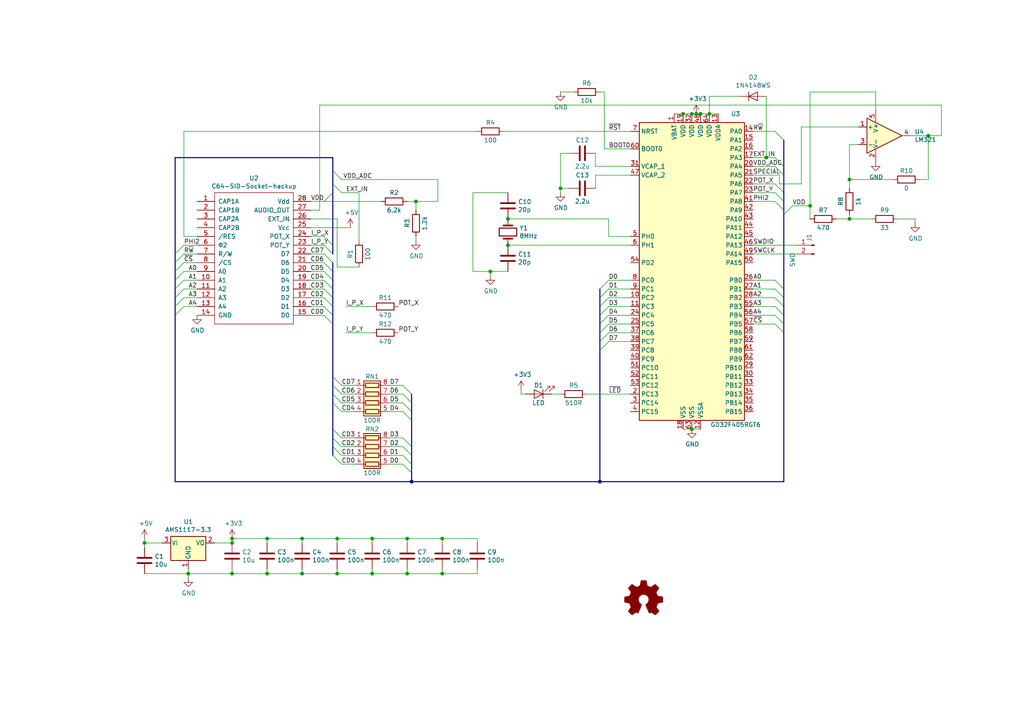
<source format=kicad_sch>
(kicad_sch (version 20230121) (generator eeschema)

  (uuid 6d91b2fd-fc1b-4b64-adcb-0adb2d03c2fc)

  (paper "A4")

  (title_block
    (title "Kung Fu SID")
    (date "2023-05-22")
    (rev "1")
    (company "open hardware")
  )

  (lib_symbols
    (symbol "Amplifier_Operational:LM321" (pin_names (offset 0.127)) (in_bom yes) (on_board yes)
      (property "Reference" "U" (at 0 7.62 0)
        (effects (font (size 1.27 1.27)) (justify left))
      )
      (property "Value" "LM321" (at 0 5.08 0)
        (effects (font (size 1.27 1.27)) (justify left))
      )
      (property "Footprint" "Package_TO_SOT_SMD:SOT-23-5" (at 0 0 0)
        (effects (font (size 1.27 1.27)) hide)
      )
      (property "Datasheet" "http://www.ti.com/lit/ds/symlink/lm321.pdf" (at 0 0 0)
        (effects (font (size 1.27 1.27)) hide)
      )
      (property "ki_keywords" "single opamp" (at 0 0 0)
        (effects (font (size 1.27 1.27)) hide)
      )
      (property "ki_description" "Low Power Single Operational Amplifier, SOT-23-5" (at 0 0 0)
        (effects (font (size 1.27 1.27)) hide)
      )
      (property "ki_fp_filters" "SOT?23*" (at 0 0 0)
        (effects (font (size 1.27 1.27)) hide)
      )
      (symbol "LM321_0_1"
        (polyline
          (pts
            (xy -5.08 5.08)
            (xy 5.08 0)
            (xy -5.08 -5.08)
            (xy -5.08 5.08)
          )
          (stroke (width 0.254) (type default))
          (fill (type background))
        )
      )
      (symbol "LM321_1_1"
        (pin input line (at -7.62 2.54 0) (length 2.54)
          (name "+" (effects (font (size 1.27 1.27))))
          (number "1" (effects (font (size 1.27 1.27))))
        )
        (pin power_in line (at -2.54 -7.62 90) (length 3.81)
          (name "V-" (effects (font (size 1.27 1.27))))
          (number "2" (effects (font (size 1.27 1.27))))
        )
        (pin input line (at -7.62 -2.54 0) (length 2.54)
          (name "-" (effects (font (size 1.27 1.27))))
          (number "3" (effects (font (size 1.27 1.27))))
        )
        (pin output line (at 7.62 0 180) (length 2.54)
          (name "~" (effects (font (size 1.27 1.27))))
          (number "4" (effects (font (size 1.27 1.27))))
        )
        (pin power_in line (at -2.54 7.62 270) (length 3.81)
          (name "V+" (effects (font (size 1.27 1.27))))
          (number "5" (effects (font (size 1.27 1.27))))
        )
      )
    )
    (symbol "KungFuSID-rescue:+3V3-power" (power) (pin_names (offset 0)) (in_bom yes) (on_board yes)
      (property "Reference" "#PWR" (at 0 -3.81 0)
        (effects (font (size 1.27 1.27)) hide)
      )
      (property "Value" "+3V3-power" (at 0 3.556 0)
        (effects (font (size 1.27 1.27)))
      )
      (property "Footprint" "" (at 0 0 0)
        (effects (font (size 1.27 1.27)) hide)
      )
      (property "Datasheet" "" (at 0 0 0)
        (effects (font (size 1.27 1.27)) hide)
      )
      (symbol "+3V3-power_0_1"
        (polyline
          (pts
            (xy -0.762 1.27)
            (xy 0 2.54)
          )
          (stroke (width 0) (type solid))
          (fill (type none))
        )
        (polyline
          (pts
            (xy 0 0)
            (xy 0 2.54)
          )
          (stroke (width 0) (type solid))
          (fill (type none))
        )
        (polyline
          (pts
            (xy 0 2.54)
            (xy 0.762 1.27)
          )
          (stroke (width 0) (type solid))
          (fill (type none))
        )
      )
      (symbol "+3V3-power_1_1"
        (pin power_in line (at 0 0 90) (length 0) hide
          (name "+3V3" (effects (font (size 1.27 1.27))))
          (number "1" (effects (font (size 1.27 1.27))))
        )
      )
    )
    (symbol "KungFuSID-rescue:+5V-power" (power) (pin_names (offset 0)) (in_bom yes) (on_board yes)
      (property "Reference" "#PWR" (at 0 -3.81 0)
        (effects (font (size 1.27 1.27)) hide)
      )
      (property "Value" "+5V-power" (at 0 3.556 0)
        (effects (font (size 1.27 1.27)))
      )
      (property "Footprint" "" (at 0 0 0)
        (effects (font (size 1.27 1.27)) hide)
      )
      (property "Datasheet" "" (at 0 0 0)
        (effects (font (size 1.27 1.27)) hide)
      )
      (symbol "+5V-power_0_1"
        (polyline
          (pts
            (xy -0.762 1.27)
            (xy 0 2.54)
          )
          (stroke (width 0) (type solid))
          (fill (type none))
        )
        (polyline
          (pts
            (xy 0 0)
            (xy 0 2.54)
          )
          (stroke (width 0) (type solid))
          (fill (type none))
        )
        (polyline
          (pts
            (xy 0 2.54)
            (xy 0.762 1.27)
          )
          (stroke (width 0) (type solid))
          (fill (type none))
        )
      )
      (symbol "+5V-power_1_1"
        (pin power_in line (at 0 0 90) (length 0) hide
          (name "+5V" (effects (font (size 1.27 1.27))))
          (number "1" (effects (font (size 1.27 1.27))))
        )
      )
    )
    (symbol "KungFuSID-rescue:AMS1117-3.3-Regulator_Linear" (pin_names (offset 0.254)) (in_bom yes) (on_board yes)
      (property "Reference" "U" (at -3.81 3.175 0)
        (effects (font (size 1.27 1.27)))
      )
      (property "Value" "AMS1117-3.3-Regulator_Linear" (at 0 3.175 0)
        (effects (font (size 1.27 1.27)) (justify left))
      )
      (property "Footprint" "Package_TO_SOT_SMD:SOT-223-3_TabPin2" (at 0 5.08 0)
        (effects (font (size 1.27 1.27)) hide)
      )
      (property "Datasheet" "" (at 2.54 -6.35 0)
        (effects (font (size 1.27 1.27)) hide)
      )
      (property "ki_fp_filters" "SOT?223*TabPin2*" (at 0 0 0)
        (effects (font (size 1.27 1.27)) hide)
      )
      (symbol "AMS1117-3.3-Regulator_Linear_0_1"
        (rectangle (start -5.08 -5.08) (end 5.08 1.905)
          (stroke (width 0.254) (type solid))
          (fill (type background))
        )
      )
      (symbol "AMS1117-3.3-Regulator_Linear_1_1"
        (pin power_in line (at 0 -7.62 90) (length 2.54)
          (name "GND" (effects (font (size 1.27 1.27))))
          (number "1" (effects (font (size 1.27 1.27))))
        )
        (pin power_out line (at 7.62 0 180) (length 2.54)
          (name "VO" (effects (font (size 1.27 1.27))))
          (number "2" (effects (font (size 1.27 1.27))))
        )
        (pin power_in line (at -7.62 0 0) (length 2.54)
          (name "VI" (effects (font (size 1.27 1.27))))
          (number "3" (effects (font (size 1.27 1.27))))
        )
      )
    )
    (symbol "KungFuSID-rescue:C-Device" (pin_numbers hide) (pin_names (offset 0.254)) (in_bom yes) (on_board yes)
      (property "Reference" "C" (at 0.635 2.54 0)
        (effects (font (size 1.27 1.27)) (justify left))
      )
      (property "Value" "C-Device" (at 0.635 -2.54 0)
        (effects (font (size 1.27 1.27)) (justify left))
      )
      (property "Footprint" "Capacitor_SMD:C_0402_1005Metric" (at 0.9652 -3.81 0)
        (effects (font (size 1.27 1.27)) hide)
      )
      (property "Datasheet" "" (at 0 0 0)
        (effects (font (size 1.27 1.27)) hide)
      )
      (property "ki_fp_filters" "C_*" (at 0 0 0)
        (effects (font (size 1.27 1.27)) hide)
      )
      (symbol "C-Device_0_1"
        (polyline
          (pts
            (xy -2.032 -0.762)
            (xy 2.032 -0.762)
          )
          (stroke (width 0.508) (type solid))
          (fill (type none))
        )
        (polyline
          (pts
            (xy -2.032 0.762)
            (xy 2.032 0.762)
          )
          (stroke (width 0.508) (type solid))
          (fill (type none))
        )
      )
      (symbol "C-Device_1_1"
        (pin passive line (at 0 3.81 270) (length 2.794)
          (name "~" (effects (font (size 1.27 1.27))))
          (number "1" (effects (font (size 1.27 1.27))))
        )
        (pin passive line (at 0 -3.81 90) (length 2.794)
          (name "~" (effects (font (size 1.27 1.27))))
          (number "2" (effects (font (size 1.27 1.27))))
        )
      )
    )
    (symbol "KungFuSID-rescue:C64-SID-Socket-hackup" (pin_names (offset 1.016)) (in_bom yes) (on_board yes)
      (property "Reference" "U" (at -10.16 43.18 0)
        (effects (font (size 1.27 1.27)))
      )
      (property "Value" "C64-SID-Socket-hackup" (at 0 1.27 0)
        (effects (font (size 1.27 1.27)))
      )
      (property "Footprint" "mod:DIP-28_W15.24mm" (at 0 41.91 0)
        (effects (font (size 1.27 1.27)) hide)
      )
      (property "Datasheet" "" (at 0 0 0)
        (effects (font (size 1.27 1.27)) hide)
      )
      (property "ki_fp_filters" "Socket-Adapter-DIP28" (at 0 0 0)
        (effects (font (size 1.27 1.27)) hide)
      )
      (symbol "C64-SID-Socket-hackup_0_1"
        (rectangle (start -11.43 40.64) (end 11.43 2.54)
          (stroke (width 0) (type solid))
          (fill (type none))
        )
      )
      (symbol "C64-SID-Socket-hackup_1_1"
        (pin unspecified line (at -16.51 38.1 0) (length 5.08)
          (name "CAP1A" (effects (font (size 1.27 1.27))))
          (number "1" (effects (font (size 1.27 1.27))))
        )
        (pin input line (at -16.51 15.24 0) (length 5.08)
          (name "A1" (effects (font (size 1.27 1.27))))
          (number "10" (effects (font (size 1.27 1.27))))
        )
        (pin input line (at -16.51 12.7 0) (length 5.08)
          (name "A2" (effects (font (size 1.27 1.27))))
          (number "11" (effects (font (size 1.27 1.27))))
        )
        (pin input line (at -16.51 10.16 0) (length 5.08)
          (name "A3" (effects (font (size 1.27 1.27))))
          (number "12" (effects (font (size 1.27 1.27))))
        )
        (pin input line (at -16.51 7.62 0) (length 5.08)
          (name "A4" (effects (font (size 1.27 1.27))))
          (number "13" (effects (font (size 1.27 1.27))))
        )
        (pin power_in line (at -16.51 5.08 0) (length 5.08)
          (name "GND" (effects (font (size 1.27 1.27))))
          (number "14" (effects (font (size 1.27 1.27))))
        )
        (pin bidirectional line (at 16.51 5.08 180) (length 5.08)
          (name "D0" (effects (font (size 1.27 1.27))))
          (number "15" (effects (font (size 1.27 1.27))))
        )
        (pin bidirectional line (at 16.51 7.62 180) (length 5.08)
          (name "D1" (effects (font (size 1.27 1.27))))
          (number "16" (effects (font (size 1.27 1.27))))
        )
        (pin bidirectional line (at 16.51 10.16 180) (length 5.08)
          (name "D2" (effects (font (size 1.27 1.27))))
          (number "17" (effects (font (size 1.27 1.27))))
        )
        (pin bidirectional line (at 16.51 12.7 180) (length 5.08)
          (name "D3" (effects (font (size 1.27 1.27))))
          (number "18" (effects (font (size 1.27 1.27))))
        )
        (pin bidirectional line (at 16.51 15.24 180) (length 5.08)
          (name "D4" (effects (font (size 1.27 1.27))))
          (number "19" (effects (font (size 1.27 1.27))))
        )
        (pin unspecified line (at -16.51 35.56 0) (length 5.08)
          (name "CAP1B" (effects (font (size 1.27 1.27))))
          (number "2" (effects (font (size 1.27 1.27))))
        )
        (pin bidirectional line (at 16.51 17.78 180) (length 5.08)
          (name "D5" (effects (font (size 1.27 1.27))))
          (number "20" (effects (font (size 1.27 1.27))))
        )
        (pin bidirectional line (at 16.51 20.32 180) (length 5.08)
          (name "D6" (effects (font (size 1.27 1.27))))
          (number "21" (effects (font (size 1.27 1.27))))
        )
        (pin bidirectional line (at 16.51 22.86 180) (length 5.08)
          (name "D7" (effects (font (size 1.27 1.27))))
          (number "22" (effects (font (size 1.27 1.27))))
        )
        (pin input line (at 16.51 25.4 180) (length 5.08)
          (name "POT_Y" (effects (font (size 1.27 1.27))))
          (number "23" (effects (font (size 1.27 1.27))))
        )
        (pin input line (at 16.51 27.94 180) (length 5.08)
          (name "POT_X" (effects (font (size 1.27 1.27))))
          (number "24" (effects (font (size 1.27 1.27))))
        )
        (pin power_in line (at 16.51 30.48 180) (length 5.08)
          (name "Vcc" (effects (font (size 1.27 1.27))))
          (number "25" (effects (font (size 1.27 1.27))))
        )
        (pin input line (at 16.51 33.02 180) (length 5.08)
          (name "EXT_IN" (effects (font (size 1.27 1.27))))
          (number "26" (effects (font (size 1.27 1.27))))
        )
        (pin output line (at 16.51 35.56 180) (length 5.08)
          (name "AUDIO_OUT" (effects (font (size 1.27 1.27))))
          (number "27" (effects (font (size 1.27 1.27))))
        )
        (pin power_in line (at 16.51 38.1 180) (length 5.08)
          (name "Vdd" (effects (font (size 1.27 1.27))))
          (number "28" (effects (font (size 1.27 1.27))))
        )
        (pin unspecified line (at -16.51 33.02 0) (length 5.08)
          (name "CAP2A" (effects (font (size 1.27 1.27))))
          (number "3" (effects (font (size 1.27 1.27))))
        )
        (pin unspecified line (at -16.51 30.48 0) (length 5.08)
          (name "CAP2B" (effects (font (size 1.27 1.27))))
          (number "4" (effects (font (size 1.27 1.27))))
        )
        (pin input line (at -16.51 27.94 0) (length 5.08)
          (name "/RES" (effects (font (size 1.27 1.27))))
          (number "5" (effects (font (size 1.27 1.27))))
        )
        (pin input line (at -16.51 25.4 0) (length 5.08)
          (name "Φ2" (effects (font (size 1.27 1.27))))
          (number "6" (effects (font (size 1.27 1.27))))
        )
        (pin input line (at -16.51 22.86 0) (length 5.08)
          (name "R/W" (effects (font (size 1.27 1.27))))
          (number "7" (effects (font (size 1.27 1.27))))
        )
        (pin input line (at -16.51 20.32 0) (length 5.08)
          (name "/CS" (effects (font (size 1.27 1.27))))
          (number "8" (effects (font (size 1.27 1.27))))
        )
        (pin input line (at -16.51 17.78 0) (length 5.08)
          (name "A0" (effects (font (size 1.27 1.27))))
          (number "9" (effects (font (size 1.27 1.27))))
        )
      )
    )
    (symbol "KungFuSID-rescue:Conn_01x02_Male-Connector" (pin_names (offset 1.016) hide) (in_bom yes) (on_board yes)
      (property "Reference" "J" (at 0 2.54 0)
        (effects (font (size 1.27 1.27)))
      )
      (property "Value" "Conn_01x02_Male-Connector" (at 0 -5.08 0)
        (effects (font (size 1.27 1.27)))
      )
      (property "Footprint" "" (at 0 0 0)
        (effects (font (size 1.27 1.27)) hide)
      )
      (property "Datasheet" "" (at 0 0 0)
        (effects (font (size 1.27 1.27)) hide)
      )
      (property "ki_fp_filters" "Connector*:*_1x??_*" (at 0 0 0)
        (effects (font (size 1.27 1.27)) hide)
      )
      (symbol "Conn_01x02_Male-Connector_1_1"
        (polyline
          (pts
            (xy 1.27 -2.54)
            (xy 0.8636 -2.54)
          )
          (stroke (width 0.1524) (type solid))
          (fill (type none))
        )
        (polyline
          (pts
            (xy 1.27 0)
            (xy 0.8636 0)
          )
          (stroke (width 0.1524) (type solid))
          (fill (type none))
        )
        (rectangle (start 0.8636 -2.413) (end 0 -2.667)
          (stroke (width 0.1524) (type solid))
          (fill (type outline))
        )
        (rectangle (start 0.8636 0.127) (end 0 -0.127)
          (stroke (width 0.1524) (type solid))
          (fill (type outline))
        )
        (pin passive line (at 5.08 0 180) (length 3.81)
          (name "Pin_1" (effects (font (size 1.27 1.27))))
          (number "1" (effects (font (size 1.27 1.27))))
        )
        (pin passive line (at 5.08 -2.54 180) (length 3.81)
          (name "Pin_2" (effects (font (size 1.27 1.27))))
          (number "2" (effects (font (size 1.27 1.27))))
        )
      )
    )
    (symbol "KungFuSID-rescue:Crystal-Device" (pin_numbers hide) (pin_names (offset 1.016) hide) (in_bom yes) (on_board yes)
      (property "Reference" "Y" (at 0 3.81 0)
        (effects (font (size 1.27 1.27)))
      )
      (property "Value" "Crystal-Device" (at 0 -3.81 0)
        (effects (font (size 1.27 1.27)))
      )
      (property "Footprint" "" (at 0 0 0)
        (effects (font (size 1.27 1.27)) hide)
      )
      (property "Datasheet" "" (at 0 0 0)
        (effects (font (size 1.27 1.27)) hide)
      )
      (property "ki_fp_filters" "Crystal*" (at 0 0 0)
        (effects (font (size 1.27 1.27)) hide)
      )
      (symbol "Crystal-Device_0_1"
        (rectangle (start -1.143 2.54) (end 1.143 -2.54)
          (stroke (width 0.3048) (type solid))
          (fill (type none))
        )
        (polyline
          (pts
            (xy -2.54 0)
            (xy -1.905 0)
          )
          (stroke (width 0) (type solid))
          (fill (type none))
        )
        (polyline
          (pts
            (xy -1.905 -1.27)
            (xy -1.905 1.27)
          )
          (stroke (width 0.508) (type solid))
          (fill (type none))
        )
        (polyline
          (pts
            (xy 1.905 -1.27)
            (xy 1.905 1.27)
          )
          (stroke (width 0.508) (type solid))
          (fill (type none))
        )
        (polyline
          (pts
            (xy 2.54 0)
            (xy 1.905 0)
          )
          (stroke (width 0) (type solid))
          (fill (type none))
        )
      )
      (symbol "Crystal-Device_1_1"
        (pin passive line (at -3.81 0 0) (length 1.27)
          (name "1" (effects (font (size 1.27 1.27))))
          (number "1" (effects (font (size 1.27 1.27))))
        )
        (pin passive line (at 3.81 0 180) (length 1.27)
          (name "2" (effects (font (size 1.27 1.27))))
          (number "2" (effects (font (size 1.27 1.27))))
        )
      )
    )
    (symbol "KungFuSID-rescue:D-Device" (pin_numbers hide) (pin_names (offset 1.016) hide) (in_bom yes) (on_board yes)
      (property "Reference" "D" (at 0 2.54 0)
        (effects (font (size 1.27 1.27)))
      )
      (property "Value" "D-Device" (at 0 -2.54 0)
        (effects (font (size 1.27 1.27)))
      )
      (property "Footprint" "" (at 0 0 0)
        (effects (font (size 1.27 1.27)) hide)
      )
      (property "Datasheet" "" (at 0 0 0)
        (effects (font (size 1.27 1.27)) hide)
      )
      (property "ki_fp_filters" "LED* LED_SMD:* LED_THT:*" (at 0 0 0)
        (effects (font (size 1.27 1.27)) hide)
      )
      (symbol "D-Device_0_1"
        (polyline
          (pts
            (xy -1.27 -1.27)
            (xy -1.27 1.27)
          )
          (stroke (width 0.2032) (type solid))
          (fill (type none))
        )
        (polyline
          (pts
            (xy -1.27 0)
            (xy 1.27 0)
          )
          (stroke (width 0) (type solid))
          (fill (type none))
        )
        (polyline
          (pts
            (xy 1.27 -1.27)
            (xy 1.27 1.27)
            (xy -1.27 0)
            (xy 1.27 -1.27)
          )
          (stroke (width 0.2032) (type solid))
          (fill (type none))
        )
      )
      (symbol "D-Device_1_1"
        (pin passive line (at -3.81 0 0) (length 2.54)
          (name "K" (effects (font (size 1.27 1.27))))
          (number "1" (effects (font (size 1.27 1.27))))
        )
        (pin passive line (at 3.81 0 180) (length 2.54)
          (name "A" (effects (font (size 1.27 1.27))))
          (number "2" (effects (font (size 1.27 1.27))))
        )
      )
    )
    (symbol "KungFuSID-rescue:GD32F405RGT6-MCU_GD32" (in_bom yes) (on_board yes)
      (property "Reference" "U" (at -15.24 44.45 0)
        (effects (font (size 1.27 1.27)) (justify left))
      )
      (property "Value" "GD32F405RGT6-MCU_GD32" (at 10.16 44.45 0)
        (effects (font (size 1.27 1.27)) (justify left))
      )
      (property "Footprint" "Package_QFP:LQFP-64_10x10mm_P0.5mm" (at -15.24 -43.18 0)
        (effects (font (size 1.27 1.27)) (justify right) hide)
      )
      (property "Datasheet" "" (at 0 0 0)
        (effects (font (size 1.27 1.27)) hide)
      )
      (property "ki_fp_filters" "LQFP*10x10mm*P0.5mm*" (at 0 0 0)
        (effects (font (size 1.27 1.27)) hide)
      )
      (symbol "GD32F405RGT6-MCU_GD32_0_1"
        (rectangle (start -15.24 -43.18) (end 15.24 43.18)
          (stroke (width 0.254) (type solid))
          (fill (type background))
        )
      )
      (symbol "GD32F405RGT6-MCU_GD32_1_1"
        (pin power_in line (at -5.08 45.72 270) (length 2.54)
          (name "VBAT" (effects (font (size 1.27 1.27))))
          (number "1" (effects (font (size 1.27 1.27))))
        )
        (pin bidirectional line (at -17.78 -7.62 0) (length 2.54)
          (name "PC2" (effects (font (size 1.27 1.27))))
          (number "10" (effects (font (size 1.27 1.27))))
        )
        (pin bidirectional line (at -17.78 -10.16 0) (length 2.54)
          (name "PC3" (effects (font (size 1.27 1.27))))
          (number "11" (effects (font (size 1.27 1.27))))
        )
        (pin power_in line (at 2.54 -45.72 90) (length 2.54)
          (name "VSSA" (effects (font (size 1.27 1.27))))
          (number "12" (effects (font (size 1.27 1.27))))
        )
        (pin power_in line (at 7.62 45.72 270) (length 2.54)
          (name "VDDA" (effects (font (size 1.27 1.27))))
          (number "13" (effects (font (size 1.27 1.27))))
        )
        (pin bidirectional line (at 17.78 40.64 180) (length 2.54)
          (name "PA0" (effects (font (size 1.27 1.27))))
          (number "14" (effects (font (size 1.27 1.27))))
        )
        (pin bidirectional line (at 17.78 38.1 180) (length 2.54)
          (name "PA1" (effects (font (size 1.27 1.27))))
          (number "15" (effects (font (size 1.27 1.27))))
        )
        (pin bidirectional line (at 17.78 35.56 180) (length 2.54)
          (name "PA2" (effects (font (size 1.27 1.27))))
          (number "16" (effects (font (size 1.27 1.27))))
        )
        (pin bidirectional line (at 17.78 33.02 180) (length 2.54)
          (name "PA3" (effects (font (size 1.27 1.27))))
          (number "17" (effects (font (size 1.27 1.27))))
        )
        (pin power_in line (at -2.54 -45.72 90) (length 2.54)
          (name "VSS" (effects (font (size 1.27 1.27))))
          (number "18" (effects (font (size 1.27 1.27))))
        )
        (pin power_in line (at -2.54 45.72 270) (length 2.54)
          (name "VDD" (effects (font (size 1.27 1.27))))
          (number "19" (effects (font (size 1.27 1.27))))
        )
        (pin bidirectional line (at -17.78 -35.56 0) (length 2.54)
          (name "PC13" (effects (font (size 1.27 1.27))))
          (number "2" (effects (font (size 1.27 1.27))))
        )
        (pin bidirectional line (at 17.78 30.48 180) (length 2.54)
          (name "PA4" (effects (font (size 1.27 1.27))))
          (number "20" (effects (font (size 1.27 1.27))))
        )
        (pin bidirectional line (at 17.78 27.94 180) (length 2.54)
          (name "PA5" (effects (font (size 1.27 1.27))))
          (number "21" (effects (font (size 1.27 1.27))))
        )
        (pin bidirectional line (at 17.78 25.4 180) (length 2.54)
          (name "PA6" (effects (font (size 1.27 1.27))))
          (number "22" (effects (font (size 1.27 1.27))))
        )
        (pin bidirectional line (at 17.78 22.86 180) (length 2.54)
          (name "PA7" (effects (font (size 1.27 1.27))))
          (number "23" (effects (font (size 1.27 1.27))))
        )
        (pin bidirectional line (at -17.78 -12.7 0) (length 2.54)
          (name "PC4" (effects (font (size 1.27 1.27))))
          (number "24" (effects (font (size 1.27 1.27))))
        )
        (pin bidirectional line (at -17.78 -15.24 0) (length 2.54)
          (name "PC5" (effects (font (size 1.27 1.27))))
          (number "25" (effects (font (size 1.27 1.27))))
        )
        (pin bidirectional line (at 17.78 -2.54 180) (length 2.54)
          (name "PB0" (effects (font (size 1.27 1.27))))
          (number "26" (effects (font (size 1.27 1.27))))
        )
        (pin bidirectional line (at 17.78 -5.08 180) (length 2.54)
          (name "PB1" (effects (font (size 1.27 1.27))))
          (number "27" (effects (font (size 1.27 1.27))))
        )
        (pin bidirectional line (at 17.78 -7.62 180) (length 2.54)
          (name "PB2" (effects (font (size 1.27 1.27))))
          (number "28" (effects (font (size 1.27 1.27))))
        )
        (pin bidirectional line (at 17.78 -27.94 180) (length 2.54)
          (name "PB10" (effects (font (size 1.27 1.27))))
          (number "29" (effects (font (size 1.27 1.27))))
        )
        (pin bidirectional line (at -17.78 -38.1 0) (length 2.54)
          (name "PC14" (effects (font (size 1.27 1.27))))
          (number "3" (effects (font (size 1.27 1.27))))
        )
        (pin bidirectional line (at 17.78 -30.48 180) (length 2.54)
          (name "PB11" (effects (font (size 1.27 1.27))))
          (number "30" (effects (font (size 1.27 1.27))))
        )
        (pin power_in line (at -17.78 30.48 0) (length 2.54)
          (name "VCAP_1" (effects (font (size 1.27 1.27))))
          (number "31" (effects (font (size 1.27 1.27))))
        )
        (pin power_in line (at 0 45.72 270) (length 2.54)
          (name "VDD" (effects (font (size 1.27 1.27))))
          (number "32" (effects (font (size 1.27 1.27))))
        )
        (pin bidirectional line (at 17.78 -33.02 180) (length 2.54)
          (name "PB12" (effects (font (size 1.27 1.27))))
          (number "33" (effects (font (size 1.27 1.27))))
        )
        (pin bidirectional line (at 17.78 -35.56 180) (length 2.54)
          (name "PB13" (effects (font (size 1.27 1.27))))
          (number "34" (effects (font (size 1.27 1.27))))
        )
        (pin bidirectional line (at 17.78 -38.1 180) (length 2.54)
          (name "PB14" (effects (font (size 1.27 1.27))))
          (number "35" (effects (font (size 1.27 1.27))))
        )
        (pin bidirectional line (at 17.78 -40.64 180) (length 2.54)
          (name "PB15" (effects (font (size 1.27 1.27))))
          (number "36" (effects (font (size 1.27 1.27))))
        )
        (pin bidirectional line (at -17.78 -17.78 0) (length 2.54)
          (name "PC6" (effects (font (size 1.27 1.27))))
          (number "37" (effects (font (size 1.27 1.27))))
        )
        (pin bidirectional line (at -17.78 -20.32 0) (length 2.54)
          (name "PC7" (effects (font (size 1.27 1.27))))
          (number "38" (effects (font (size 1.27 1.27))))
        )
        (pin bidirectional line (at -17.78 -22.86 0) (length 2.54)
          (name "PC8" (effects (font (size 1.27 1.27))))
          (number "39" (effects (font (size 1.27 1.27))))
        )
        (pin bidirectional line (at -17.78 -40.64 0) (length 2.54)
          (name "PC15" (effects (font (size 1.27 1.27))))
          (number "4" (effects (font (size 1.27 1.27))))
        )
        (pin bidirectional line (at -17.78 -25.4 0) (length 2.54)
          (name "PC9" (effects (font (size 1.27 1.27))))
          (number "40" (effects (font (size 1.27 1.27))))
        )
        (pin bidirectional line (at 17.78 20.32 180) (length 2.54)
          (name "PA8" (effects (font (size 1.27 1.27))))
          (number "41" (effects (font (size 1.27 1.27))))
        )
        (pin bidirectional line (at 17.78 17.78 180) (length 2.54)
          (name "PA9" (effects (font (size 1.27 1.27))))
          (number "42" (effects (font (size 1.27 1.27))))
        )
        (pin bidirectional line (at 17.78 15.24 180) (length 2.54)
          (name "PA10" (effects (font (size 1.27 1.27))))
          (number "43" (effects (font (size 1.27 1.27))))
        )
        (pin bidirectional line (at 17.78 12.7 180) (length 2.54)
          (name "PA11" (effects (font (size 1.27 1.27))))
          (number "44" (effects (font (size 1.27 1.27))))
        )
        (pin bidirectional line (at 17.78 10.16 180) (length 2.54)
          (name "PA12" (effects (font (size 1.27 1.27))))
          (number "45" (effects (font (size 1.27 1.27))))
        )
        (pin bidirectional line (at 17.78 7.62 180) (length 2.54)
          (name "PA13" (effects (font (size 1.27 1.27))))
          (number "46" (effects (font (size 1.27 1.27))))
        )
        (pin power_in line (at -17.78 27.94 0) (length 2.54)
          (name "VCAP_2" (effects (font (size 1.27 1.27))))
          (number "47" (effects (font (size 1.27 1.27))))
        )
        (pin power_in line (at 2.54 45.72 270) (length 2.54)
          (name "VDD" (effects (font (size 1.27 1.27))))
          (number "48" (effects (font (size 1.27 1.27))))
        )
        (pin bidirectional line (at 17.78 5.08 180) (length 2.54)
          (name "PA14" (effects (font (size 1.27 1.27))))
          (number "49" (effects (font (size 1.27 1.27))))
        )
        (pin input line (at -17.78 10.16 0) (length 2.54)
          (name "PH0" (effects (font (size 1.27 1.27))))
          (number "5" (effects (font (size 1.27 1.27))))
        )
        (pin bidirectional line (at 17.78 2.54 180) (length 2.54)
          (name "PA15" (effects (font (size 1.27 1.27))))
          (number "50" (effects (font (size 1.27 1.27))))
        )
        (pin bidirectional line (at -17.78 -27.94 0) (length 2.54)
          (name "PC10" (effects (font (size 1.27 1.27))))
          (number "51" (effects (font (size 1.27 1.27))))
        )
        (pin bidirectional line (at -17.78 -30.48 0) (length 2.54)
          (name "PC11" (effects (font (size 1.27 1.27))))
          (number "52" (effects (font (size 1.27 1.27))))
        )
        (pin bidirectional line (at -17.78 -33.02 0) (length 2.54)
          (name "PC12" (effects (font (size 1.27 1.27))))
          (number "53" (effects (font (size 1.27 1.27))))
        )
        (pin bidirectional line (at -17.78 2.54 0) (length 2.54)
          (name "PD2" (effects (font (size 1.27 1.27))))
          (number "54" (effects (font (size 1.27 1.27))))
        )
        (pin bidirectional line (at 17.78 -10.16 180) (length 2.54)
          (name "PB3" (effects (font (size 1.27 1.27))))
          (number "55" (effects (font (size 1.27 1.27))))
        )
        (pin bidirectional line (at 17.78 -12.7 180) (length 2.54)
          (name "PB4" (effects (font (size 1.27 1.27))))
          (number "56" (effects (font (size 1.27 1.27))))
        )
        (pin bidirectional line (at 17.78 -15.24 180) (length 2.54)
          (name "PB5" (effects (font (size 1.27 1.27))))
          (number "57" (effects (font (size 1.27 1.27))))
        )
        (pin bidirectional line (at 17.78 -17.78 180) (length 2.54)
          (name "PB6" (effects (font (size 1.27 1.27))))
          (number "58" (effects (font (size 1.27 1.27))))
        )
        (pin bidirectional line (at 17.78 -20.32 180) (length 2.54)
          (name "PB7" (effects (font (size 1.27 1.27))))
          (number "59" (effects (font (size 1.27 1.27))))
        )
        (pin input line (at -17.78 7.62 0) (length 2.54)
          (name "PH1" (effects (font (size 1.27 1.27))))
          (number "6" (effects (font (size 1.27 1.27))))
        )
        (pin input line (at -17.78 35.56 0) (length 2.54)
          (name "BOOT0" (effects (font (size 1.27 1.27))))
          (number "60" (effects (font (size 1.27 1.27))))
        )
        (pin bidirectional line (at 17.78 -22.86 180) (length 2.54)
          (name "PB8" (effects (font (size 1.27 1.27))))
          (number "61" (effects (font (size 1.27 1.27))))
        )
        (pin bidirectional line (at 17.78 -25.4 180) (length 2.54)
          (name "PB9" (effects (font (size 1.27 1.27))))
          (number "62" (effects (font (size 1.27 1.27))))
        )
        (pin power_in line (at 0 -45.72 90) (length 2.54)
          (name "VSS" (effects (font (size 1.27 1.27))))
          (number "63" (effects (font (size 1.27 1.27))))
        )
        (pin power_in line (at 5.08 45.72 270) (length 2.54)
          (name "VDD" (effects (font (size 1.27 1.27))))
          (number "64" (effects (font (size 1.27 1.27))))
        )
        (pin input line (at -17.78 40.64 0) (length 2.54)
          (name "NRST" (effects (font (size 1.27 1.27))))
          (number "7" (effects (font (size 1.27 1.27))))
        )
        (pin bidirectional line (at -17.78 -2.54 0) (length 2.54)
          (name "PC0" (effects (font (size 1.27 1.27))))
          (number "8" (effects (font (size 1.27 1.27))))
        )
        (pin bidirectional line (at -17.78 -5.08 0) (length 2.54)
          (name "PC1" (effects (font (size 1.27 1.27))))
          (number "9" (effects (font (size 1.27 1.27))))
        )
      )
    )
    (symbol "KungFuSID-rescue:GND-power" (power) (pin_names (offset 0)) (in_bom yes) (on_board yes)
      (property "Reference" "#PWR" (at 0 -6.35 0)
        (effects (font (size 1.27 1.27)) hide)
      )
      (property "Value" "GND-power" (at 0 -3.81 0)
        (effects (font (size 1.27 1.27)))
      )
      (property "Footprint" "" (at 0 0 0)
        (effects (font (size 1.27 1.27)) hide)
      )
      (property "Datasheet" "" (at 0 0 0)
        (effects (font (size 1.27 1.27)) hide)
      )
      (symbol "GND-power_0_1"
        (polyline
          (pts
            (xy 0 0)
            (xy 0 -1.27)
            (xy 1.27 -1.27)
            (xy 0 -2.54)
            (xy -1.27 -1.27)
            (xy 0 -1.27)
          )
          (stroke (width 0) (type solid))
          (fill (type none))
        )
      )
      (symbol "GND-power_1_1"
        (pin power_in line (at 0 0 270) (length 0) hide
          (name "GND" (effects (font (size 1.27 1.27))))
          (number "1" (effects (font (size 1.27 1.27))))
        )
      )
    )
    (symbol "KungFuSID-rescue:LED-Device" (pin_numbers hide) (pin_names (offset 1.016) hide) (in_bom yes) (on_board yes)
      (property "Reference" "D" (at 0 2.54 0)
        (effects (font (size 1.27 1.27)))
      )
      (property "Value" "LED-Device" (at 0 -2.54 0)
        (effects (font (size 1.27 1.27)))
      )
      (property "Footprint" "" (at 0 0 0)
        (effects (font (size 1.27 1.27)) hide)
      )
      (property "Datasheet" "" (at 0 0 0)
        (effects (font (size 1.27 1.27)) hide)
      )
      (property "ki_fp_filters" "LED* LED_SMD:* LED_THT:*" (at 0 0 0)
        (effects (font (size 1.27 1.27)) hide)
      )
      (symbol "LED-Device_0_1"
        (polyline
          (pts
            (xy -1.27 -1.27)
            (xy -1.27 1.27)
          )
          (stroke (width 0.2032) (type solid))
          (fill (type none))
        )
        (polyline
          (pts
            (xy -1.27 0)
            (xy 1.27 0)
          )
          (stroke (width 0) (type solid))
          (fill (type none))
        )
        (polyline
          (pts
            (xy 1.27 -1.27)
            (xy 1.27 1.27)
            (xy -1.27 0)
            (xy 1.27 -1.27)
          )
          (stroke (width 0.2032) (type solid))
          (fill (type none))
        )
        (polyline
          (pts
            (xy -3.048 -0.762)
            (xy -4.572 -2.286)
            (xy -3.81 -2.286)
            (xy -4.572 -2.286)
            (xy -4.572 -1.524)
          )
          (stroke (width 0) (type solid))
          (fill (type none))
        )
        (polyline
          (pts
            (xy -1.778 -0.762)
            (xy -3.302 -2.286)
            (xy -2.54 -2.286)
            (xy -3.302 -2.286)
            (xy -3.302 -1.524)
          )
          (stroke (width 0) (type solid))
          (fill (type none))
        )
      )
      (symbol "LED-Device_1_1"
        (pin passive line (at -3.81 0 0) (length 2.54)
          (name "K" (effects (font (size 1.27 1.27))))
          (number "1" (effects (font (size 1.27 1.27))))
        )
        (pin passive line (at 3.81 0 180) (length 2.54)
          (name "A" (effects (font (size 1.27 1.27))))
          (number "2" (effects (font (size 1.27 1.27))))
        )
      )
    )
    (symbol "KungFuSID-rescue:Logo_Open_Hardware_Small-Graphic" (pin_names (offset 1.016)) (in_bom yes) (on_board yes)
      (property "Reference" "#LOGO" (at 0 6.985 0)
        (effects (font (size 1.27 1.27)) hide)
      )
      (property "Value" "Logo_Open_Hardware_Small-Graphic" (at 0 -5.715 0)
        (effects (font (size 1.27 1.27)) hide)
      )
      (property "Footprint" "" (at 0 0 0)
        (effects (font (size 1.27 1.27)) hide)
      )
      (property "Datasheet" "" (at 0 0 0)
        (effects (font (size 1.27 1.27)) hide)
      )
      (symbol "Logo_Open_Hardware_Small-Graphic_0_1"
        (polyline
          (pts
            (xy 3.3528 -4.3434)
            (xy 3.302 -4.318)
            (xy 3.175 -4.2418)
            (xy 2.9972 -4.1148)
            (xy 2.7686 -3.9624)
            (xy 2.54 -3.81)
            (xy 2.3622 -3.7084)
            (xy 2.2352 -3.6068)
            (xy 2.1844 -3.5814)
            (xy 2.159 -3.6068)
            (xy 2.0574 -3.6576)
            (xy 1.905 -3.7338)
            (xy 1.8034 -3.7846)
            (xy 1.6764 -3.8354)
            (xy 1.6002 -3.8354)
            (xy 1.6002 -3.8354)
            (xy 1.5494 -3.7338)
            (xy 1.4732 -3.5306)
            (xy 1.3462 -3.302)
            (xy 1.2446 -3.0226)
            (xy 1.1176 -2.7178)
            (xy 0.9652 -2.413)
            (xy 0.8636 -2.1082)
            (xy 0.7366 -1.8288)
            (xy 0.6604 -1.6256)
            (xy 0.6096 -1.4732)
            (xy 0.5842 -1.397)
            (xy 0.5842 -1.397)
            (xy 0.6604 -1.3208)
            (xy 0.7874 -1.2446)
            (xy 1.0414 -1.016)
            (xy 1.2954 -0.6858)
            (xy 1.4478 -0.3302)
            (xy 1.524 0.0762)
            (xy 1.4732 0.4572)
            (xy 1.3208 0.8128)
            (xy 1.0668 1.143)
            (xy 0.762 1.3716)
            (xy 0.4064 1.524)
            (xy 0 1.5748)
            (xy -0.381 1.5494)
            (xy -0.7366 1.397)
            (xy -1.0668 1.143)
            (xy -1.2192 0.9906)
            (xy -1.397 0.6604)
            (xy -1.524 0.3048)
            (xy -1.524 0.2286)
            (xy -1.4986 -0.1778)
            (xy -1.397 -0.5334)
            (xy -1.1938 -0.8636)
            (xy -0.9144 -1.143)
            (xy -0.8636 -1.1684)
            (xy -0.7366 -1.27)
            (xy -0.635 -1.3462)
            (xy -0.5842 -1.397)
            (xy -1.0668 -2.5908)
            (xy -1.143 -2.794)
            (xy -1.2954 -3.1242)
            (xy -1.397 -3.4036)
            (xy -1.4986 -3.6322)
            (xy -1.5748 -3.7846)
            (xy -1.6002 -3.8354)
            (xy -1.6002 -3.8354)
            (xy -1.651 -3.8354)
            (xy -1.7272 -3.81)
            (xy -1.905 -3.7338)
            (xy -2.0066 -3.683)
            (xy -2.1336 -3.6068)
            (xy -2.2098 -3.5814)
            (xy -2.2606 -3.6068)
            (xy -2.3622 -3.683)
            (xy -2.54 -3.81)
            (xy -2.7686 -3.9624)
            (xy -2.9718 -4.0894)
            (xy -3.1496 -4.2164)
            (xy -3.302 -4.318)
            (xy -3.3528 -4.3434)
            (xy -3.3782 -4.3434)
            (xy -3.429 -4.318)
            (xy -3.5306 -4.2164)
            (xy -3.7084 -4.064)
            (xy -3.937 -3.8354)
            (xy -3.9624 -3.81)
            (xy -4.1656 -3.6068)
            (xy -4.318 -3.4544)
            (xy -4.4196 -3.3274)
            (xy -4.445 -3.2766)
            (xy -4.445 -3.2766)
            (xy -4.4196 -3.2258)
            (xy -4.318 -3.0734)
            (xy -4.2164 -2.8956)
            (xy -4.064 -2.667)
            (xy -3.6576 -2.0828)
            (xy -3.8862 -1.5494)
            (xy -3.937 -1.3716)
            (xy -4.0386 -1.1684)
            (xy -4.0894 -1.0414)
            (xy -4.1148 -0.9652)
            (xy -4.191 -0.9398)
            (xy -4.318 -0.9144)
            (xy -4.5466 -0.8636)
            (xy -4.8006 -0.8128)
            (xy -5.0546 -0.7874)
            (xy -5.2578 -0.7366)
            (xy -5.4356 -0.7112)
            (xy -5.5118 -0.6858)
            (xy -5.5118 -0.6858)
            (xy -5.5372 -0.635)
            (xy -5.5372 -0.5588)
            (xy -5.5372 -0.4318)
            (xy -5.5626 -0.2286)
            (xy -5.5626 0.0762)
            (xy -5.5626 0.127)
            (xy -5.5372 0.4064)
            (xy -5.5372 0.635)
            (xy -5.5372 0.762)
            (xy -5.5372 0.8382)
            (xy -5.5372 0.8382)
            (xy -5.461 0.8382)
            (xy -5.3086 0.889)
            (xy -5.08 0.9144)
            (xy -4.826 0.9652)
            (xy -4.8006 0.9906)
            (xy -4.5466 1.0414)
            (xy -4.318 1.0668)
            (xy -4.1656 1.1176)
            (xy -4.0894 1.143)
            (xy -4.0894 1.143)
            (xy -4.0386 1.2446)
            (xy -3.9624 1.4224)
            (xy -3.8608 1.6256)
            (xy -3.7846 1.8288)
            (xy -3.7084 2.0066)
            (xy -3.6576 2.159)
            (xy -3.6322 2.2098)
            (xy -3.6322 2.2098)
            (xy -3.683 2.286)
            (xy -3.7592 2.413)
            (xy -3.8862 2.5908)
            (xy -4.064 2.8194)
            (xy -4.064 2.8448)
            (xy -4.2164 3.0734)
            (xy -4.3434 3.2512)
            (xy -4.4196 3.3782)
            (xy -4.445 3.4544)
            (xy -4.445 3.4544)
            (xy -4.3942 3.5052)
            (xy -4.2926 3.6322)
            (xy -4.1148 3.81)
            (xy -3.937 4.0132)
            (xy -3.8608 4.064)
            (xy -3.6576 4.2926)
            (xy -3.5052 4.4196)
            (xy -3.4036 4.4958)
            (xy -3.3528 4.5212)
            (xy -3.3528 4.5212)
            (xy -3.302 4.4704)
            (xy -3.1496 4.3688)
            (xy -2.9718 4.2418)
            (xy -2.7432 4.0894)
            (xy -2.7178 4.0894)
            (xy -2.4892 3.937)
            (xy -2.3114 3.81)
            (xy -2.1844 3.7084)
            (xy -2.1336 3.683)
            (xy -2.1082 3.683)
            (xy -2.032 3.7084)
            (xy -1.8542 3.7592)
            (xy -1.6764 3.8354)
            (xy -1.4732 3.937)
            (xy -1.27 4.0132)
            (xy -1.143 4.064)
            (xy -1.0668 4.1148)
            (xy -1.0668 4.1148)
            (xy -1.0414 4.191)
            (xy -1.016 4.3434)
            (xy -0.9652 4.572)
            (xy -0.9144 4.8514)
            (xy -0.889 4.9022)
            (xy -0.8382 5.1562)
            (xy -0.8128 5.3848)
            (xy -0.7874 5.5372)
            (xy -0.762 5.588)
            (xy -0.7112 5.6134)
            (xy -0.5842 5.6134)
            (xy -0.4064 5.6134)
            (xy -0.1524 5.6134)
            (xy 0.0762 5.6134)
            (xy 0.3302 5.6134)
            (xy 0.5334 5.6134)
            (xy 0.6858 5.588)
            (xy 0.7366 5.588)
            (xy 0.7366 5.588)
            (xy 0.762 5.5118)
            (xy 0.8128 5.334)
            (xy 0.8382 5.1054)
            (xy 0.9144 4.826)
            (xy 0.9144 4.7752)
            (xy 0.9652 4.5212)
            (xy 1.016 4.2926)
            (xy 1.0414 4.1402)
            (xy 1.0668 4.0894)
            (xy 1.0668 4.0894)
            (xy 1.1938 4.0386)
            (xy 1.3716 3.9624)
            (xy 1.5748 3.8608)
            (xy 2.0828 3.6576)
            (xy 2.7178 4.0894)
            (xy 2.7686 4.1402)
            (xy 2.9972 4.2926)
            (xy 3.175 4.4196)
            (xy 3.302 4.4958)
            (xy 3.3782 4.5212)
            (xy 3.3782 4.5212)
            (xy 3.429 4.4704)
            (xy 3.556 4.3434)
            (xy 3.7338 4.191)
            (xy 3.9116 3.9878)
            (xy 4.064 3.8354)
            (xy 4.2418 3.6576)
            (xy 4.3434 3.556)
            (xy 4.4196 3.4798)
            (xy 4.4196 3.429)
            (xy 4.4196 3.4036)
            (xy 4.3942 3.3274)
            (xy 4.2926 3.2004)
            (xy 4.1656 2.9972)
            (xy 4.0132 2.794)
            (xy 3.8862 2.5908)
            (xy 3.7592 2.3876)
            (xy 3.6576 2.2352)
            (xy 3.6322 2.159)
            (xy 3.6322 2.1336)
            (xy 3.683 2.0066)
            (xy 3.7592 1.8288)
            (xy 3.8608 1.6002)
            (xy 4.064 1.1176)
            (xy 4.3942 1.0414)
            (xy 4.5974 1.016)
            (xy 4.8768 0.9652)
            (xy 5.1308 0.9144)
            (xy 5.5372 0.8382)
            (xy 5.5626 -0.6604)
            (xy 5.4864 -0.6858)
            (xy 5.4356 -0.6858)
            (xy 5.2832 -0.7366)
            (xy 5.0546 -0.762)
            (xy 4.8006 -0.8128)
            (xy 4.5974 -0.8636)
            (xy 4.3688 -0.9144)
            (xy 4.2164 -0.9398)
            (xy 4.1402 -0.9398)
            (xy 4.1148 -0.9652)
            (xy 4.064 -1.0668)
            (xy 3.9878 -1.2446)
            (xy 3.9116 -1.4478)
            (xy 3.81 -1.651)
            (xy 3.7338 -1.8542)
            (xy 3.683 -2.0066)
            (xy 3.6576 -2.0828)
            (xy 3.683 -2.1336)
            (xy 3.7846 -2.2606)
            (xy 3.8862 -2.4638)
            (xy 4.0386 -2.667)
            (xy 4.191 -2.8956)
            (xy 4.318 -3.0734)
            (xy 4.3942 -3.2004)
            (xy 4.445 -3.2766)
            (xy 4.4196 -3.3274)
            (xy 4.3434 -3.429)
            (xy 4.1656 -3.5814)
            (xy 3.937 -3.8354)
            (xy 3.8862 -3.8608)
            (xy 3.683 -4.064)
            (xy 3.5306 -4.2164)
            (xy 3.4036 -4.318)
            (xy 3.3528 -4.3434)
          )
          (stroke (width 0) (type solid))
          (fill (type outline))
        )
      )
    )
    (symbol "KungFuSID-rescue:R-Device" (pin_numbers hide) (pin_names (offset 0)) (in_bom yes) (on_board yes)
      (property "Reference" "R" (at 2.032 0 90)
        (effects (font (size 1.27 1.27)))
      )
      (property "Value" "R-Device" (at 0 0 90)
        (effects (font (size 1.27 1.27)))
      )
      (property "Footprint" "Resistor_SMD:R_0402_1005Metric" (at -1.778 0 90)
        (effects (font (size 1.27 1.27)) hide)
      )
      (property "Datasheet" "" (at 0 0 0)
        (effects (font (size 1.27 1.27)) hide)
      )
      (property "ki_fp_filters" "R_*" (at 0 0 0)
        (effects (font (size 1.27 1.27)) hide)
      )
      (symbol "R-Device_0_1"
        (rectangle (start -1.016 -2.54) (end 1.016 2.54)
          (stroke (width 0.254) (type solid))
          (fill (type none))
        )
      )
      (symbol "R-Device_1_1"
        (pin passive line (at 0 3.81 270) (length 1.27)
          (name "~" (effects (font (size 1.27 1.27))))
          (number "1" (effects (font (size 1.27 1.27))))
        )
        (pin passive line (at 0 -3.81 90) (length 1.27)
          (name "~" (effects (font (size 1.27 1.27))))
          (number "2" (effects (font (size 1.27 1.27))))
        )
      )
    )
    (symbol "KungFuSID-rescue:R_Pack04-Device" (pin_names (offset 0) hide) (in_bom yes) (on_board yes)
      (property "Reference" "RN" (at -7.62 0 90)
        (effects (font (size 1.27 1.27)))
      )
      (property "Value" "R_Pack04-Device" (at 5.08 0 90)
        (effects (font (size 1.27 1.27)))
      )
      (property "Footprint" "" (at 6.985 0 90)
        (effects (font (size 1.27 1.27)) hide)
      )
      (property "Datasheet" "" (at 0 0 0)
        (effects (font (size 1.27 1.27)) hide)
      )
      (property "ki_fp_filters" "DIP* SOIC*" (at 0 0 0)
        (effects (font (size 1.27 1.27)) hide)
      )
      (symbol "R_Pack04-Device_0_1"
        (rectangle (start -6.35 -2.413) (end 3.81 2.413)
          (stroke (width 0.254) (type solid))
          (fill (type background))
        )
        (rectangle (start -5.715 1.905) (end -4.445 -1.905)
          (stroke (width 0.254) (type solid))
          (fill (type none))
        )
        (rectangle (start -3.175 1.905) (end -1.905 -1.905)
          (stroke (width 0.254) (type solid))
          (fill (type none))
        )
        (rectangle (start -0.635 1.905) (end 0.635 -1.905)
          (stroke (width 0.254) (type solid))
          (fill (type none))
        )
        (polyline
          (pts
            (xy -5.08 -2.54)
            (xy -5.08 -1.905)
          )
          (stroke (width 0) (type solid))
          (fill (type none))
        )
        (polyline
          (pts
            (xy -5.08 1.905)
            (xy -5.08 2.54)
          )
          (stroke (width 0) (type solid))
          (fill (type none))
        )
        (polyline
          (pts
            (xy -2.54 -2.54)
            (xy -2.54 -1.905)
          )
          (stroke (width 0) (type solid))
          (fill (type none))
        )
        (polyline
          (pts
            (xy -2.54 1.905)
            (xy -2.54 2.54)
          )
          (stroke (width 0) (type solid))
          (fill (type none))
        )
        (polyline
          (pts
            (xy 0 -2.54)
            (xy 0 -1.905)
          )
          (stroke (width 0) (type solid))
          (fill (type none))
        )
        (polyline
          (pts
            (xy 0 1.905)
            (xy 0 2.54)
          )
          (stroke (width 0) (type solid))
          (fill (type none))
        )
        (polyline
          (pts
            (xy 2.54 -2.54)
            (xy 2.54 -1.905)
          )
          (stroke (width 0) (type solid))
          (fill (type none))
        )
        (polyline
          (pts
            (xy 2.54 1.905)
            (xy 2.54 2.54)
          )
          (stroke (width 0) (type solid))
          (fill (type none))
        )
        (rectangle (start 1.905 1.905) (end 3.175 -1.905)
          (stroke (width 0.254) (type solid))
          (fill (type none))
        )
      )
      (symbol "R_Pack04-Device_1_1"
        (pin passive line (at -5.08 -5.08 90) (length 2.54)
          (name "R1.1" (effects (font (size 1.27 1.27))))
          (number "1" (effects (font (size 1.27 1.27))))
        )
        (pin passive line (at -2.54 -5.08 90) (length 2.54)
          (name "R2.1" (effects (font (size 1.27 1.27))))
          (number "2" (effects (font (size 1.27 1.27))))
        )
        (pin passive line (at 0 -5.08 90) (length 2.54)
          (name "R3.1" (effects (font (size 1.27 1.27))))
          (number "3" (effects (font (size 1.27 1.27))))
        )
        (pin passive line (at 2.54 -5.08 90) (length 2.54)
          (name "R4.1" (effects (font (size 1.27 1.27))))
          (number "4" (effects (font (size 1.27 1.27))))
        )
        (pin passive line (at 2.54 5.08 270) (length 2.54)
          (name "R4.2" (effects (font (size 1.27 1.27))))
          (number "5" (effects (font (size 1.27 1.27))))
        )
        (pin passive line (at 0 5.08 270) (length 2.54)
          (name "R3.2" (effects (font (size 1.27 1.27))))
          (number "6" (effects (font (size 1.27 1.27))))
        )
        (pin passive line (at -2.54 5.08 270) (length 2.54)
          (name "R2.2" (effects (font (size 1.27 1.27))))
          (number "7" (effects (font (size 1.27 1.27))))
        )
        (pin passive line (at -5.08 5.08 270) (length 2.54)
          (name "R1.2" (effects (font (size 1.27 1.27))))
          (number "8" (effects (font (size 1.27 1.27))))
        )
      )
    )
  )

  (junction (at 198.12 33.02) (diameter 0) (color 0 0 0 0)
    (uuid 014502cc-84f0-4de3-a97f-4b09e1533926)
  )
  (junction (at 234.95 59.69) (diameter 0) (color 0 0 0 0)
    (uuid 0176f28e-8b45-4bd3-83b9-e1cdb27b5a1a)
  )
  (junction (at 87.63 166.37) (diameter 0) (color 0 0 0 0)
    (uuid 0fbe09a3-f7b7-4ad5-a5e9-edb97105bda7)
  )
  (junction (at 200.66 124.46) (diameter 0) (color 0 0 0 0)
    (uuid 15a9e730-16bf-4cf7-872f-f39aef9dcb71)
  )
  (junction (at 162.56 54.61) (diameter 0) (color 0 0 0 0)
    (uuid 16d9052d-ebc1-4727-9562-45c79c6fd748)
  )
  (junction (at 77.47 156.21) (diameter 0) (color 0 0 0 0)
    (uuid 1f24963d-05d2-4106-9755-4855047bfd08)
  )
  (junction (at 269.24 39.37) (diameter 0) (color 0 0 0 0)
    (uuid 21b09d3b-d834-47ba-899a-e3e9635cbfd5)
  )
  (junction (at 107.95 166.37) (diameter 0) (color 0 0 0 0)
    (uuid 304326b0-6f60-4982-9e12-30ea982ceaa1)
  )
  (junction (at 147.32 71.12) (diameter 0) (color 0 0 0 0)
    (uuid 3d0e8ef8-0074-4ffa-aec5-e29e8f00a592)
  )
  (junction (at 67.31 156.21) (diameter 0) (color 0 0 0 0)
    (uuid 3d9b296f-5a99-49b0-b88d-2a15dcfd94ab)
  )
  (junction (at 107.95 156.21) (diameter 0) (color 0 0 0 0)
    (uuid 41cddb77-bc71-4174-a727-4993bab9aa85)
  )
  (junction (at 77.47 166.37) (diameter 0) (color 0 0 0 0)
    (uuid 521f9333-a428-4482-86ff-3d9eee0337fe)
  )
  (junction (at 67.31 166.37) (diameter 0) (color 0 0 0 0)
    (uuid 537facf0-f5c6-4f2b-aa61-974abf47be5c)
  )
  (junction (at 205.74 33.02) (diameter 0) (color 0 0 0 0)
    (uuid 580912e1-60be-44ee-9426-394c49dfe575)
  )
  (junction (at 246.38 63.5) (diameter 0) (color 0 0 0 0)
    (uuid 59d528f3-5cc6-4f60-8ac9-46f04bd951ea)
  )
  (junction (at 54.61 166.37) (diameter 0) (color 0 0 0 0)
    (uuid 6ffcba9d-4d3b-4094-b033-c50c8878dc12)
  )
  (junction (at 119.38 139.7) (diameter 0) (color 0 0 0 0)
    (uuid 730376ea-d0c7-4f02-9dd9-5fe901a480d6)
  )
  (junction (at 203.2 33.02) (diameter 0) (color 0 0 0 0)
    (uuid 7996d1f8-9d96-486c-a4d3-2993b01c16a2)
  )
  (junction (at 222.25 45.72) (diameter 0) (color 0 0 0 0)
    (uuid 81a40e97-8691-4a6b-91ab-a93ace4808de)
  )
  (junction (at 246.38 52.07) (diameter 0) (color 0 0 0 0)
    (uuid 8398ebbf-e805-444b-812d-d7aad26ac2ef)
  )
  (junction (at 120.65 58.42) (diameter 0) (color 0 0 0 0)
    (uuid 8d66735a-2e5c-4a75-b06e-43dd11cd8ba7)
  )
  (junction (at 201.93 33.02) (diameter 0) (color 0 0 0 0)
    (uuid 90346569-a000-49ac-8d1e-ca0ed38c1d6b)
  )
  (junction (at 128.27 166.37) (diameter 0) (color 0 0 0 0)
    (uuid 974af5f4-bc25-467c-a974-a36215f444ae)
  )
  (junction (at 97.79 156.21) (diameter 0) (color 0 0 0 0)
    (uuid 9a3266cc-e1ea-4405-952c-26d3cbf35fb0)
  )
  (junction (at 173.99 139.7) (diameter 0) (color 0 0 0 0)
    (uuid 9a8ec0a4-2c42-49c8-b005-760bfcb2089e)
  )
  (junction (at 118.11 156.21) (diameter 0) (color 0 0 0 0)
    (uuid ca552b3c-3754-42bc-9594-127a3aaddea9)
  )
  (junction (at 67.31 157.48) (diameter 0) (color 0 0 0 0)
    (uuid d295b8f6-cc85-46e1-a5d6-f40e4327b619)
  )
  (junction (at 142.24 78.74) (diameter 0) (color 0 0 0 0)
    (uuid d336fc1d-e6b4-4a9d-896e-cbf4e8f7ecac)
  )
  (junction (at 147.32 63.5) (diameter 0) (color 0 0 0 0)
    (uuid dfab5177-5310-4ad7-ad3f-8ec1c3dfe7ce)
  )
  (junction (at 128.27 156.21) (diameter 0) (color 0 0 0 0)
    (uuid e33f2130-bfd5-4786-ac5f-2d312dcc63b7)
  )
  (junction (at 97.79 166.37) (diameter 0) (color 0 0 0 0)
    (uuid e4114f99-cbbe-4271-8b1c-8491d3c4e7ef)
  )
  (junction (at 87.63 156.21) (diameter 0) (color 0 0 0 0)
    (uuid eb5962e1-ab2e-453f-bf64-778d016c0ac4)
  )
  (junction (at 200.66 33.02) (diameter 0) (color 0 0 0 0)
    (uuid f1bca04e-302d-4183-8300-175b4e7d7f45)
  )
  (junction (at 41.91 157.48) (diameter 0) (color 0 0 0 0)
    (uuid f2cb7251-1ffc-4cc5-b985-73579c7aa5fd)
  )
  (junction (at 118.11 166.37) (diameter 0) (color 0 0 0 0)
    (uuid f88b7a85-68d5-4c93-b67d-47cd8630adce)
  )

  (bus_entry (at 53.34 83.82) (size -2.54 2.54)
    (stroke (width 0) (type default))
    (uuid 0095a49b-1183-496a-bcb5-b62fcdf1af06)
  )
  (bus_entry (at 116.84 116.84) (size 2.54 2.54)
    (stroke (width 0) (type default))
    (uuid 01ffd16a-7e06-492f-b801-8240153dd3af)
  )
  (bus_entry (at 116.84 132.08) (size 2.54 2.54)
    (stroke (width 0) (type default))
    (uuid 05236215-16fd-4c17-bd18-5f2ca1c016be)
  )
  (bus_entry (at 173.99 96.52) (size 2.54 -2.54)
    (stroke (width 0) (type default))
    (uuid 05531988-e035-48a1-bdd1-ba7f581991b0)
  )
  (bus_entry (at 96.52 93.98) (size -2.54 -2.54)
    (stroke (width 0) (type default))
    (uuid 08722ba6-a31b-4406-8292-0c8854f7f42c)
  )
  (bus_entry (at 53.34 88.9) (size -2.54 2.54)
    (stroke (width 0) (type default))
    (uuid 08ee4345-7082-4248-bb75-9f523c3de6ba)
  )
  (bus_entry (at 116.84 129.54) (size 2.54 2.54)
    (stroke (width 0) (type default))
    (uuid 0acae0bf-4346-4c26-8e48-9ffadcc6d0bf)
  )
  (bus_entry (at 224.79 81.28) (size 2.54 2.54)
    (stroke (width 0) (type default))
    (uuid 1b433cfd-946d-4556-b18b-88f59639d66b)
  )
  (bus_entry (at 53.34 86.36) (size -2.54 2.54)
    (stroke (width 0) (type default))
    (uuid 1f59a105-7e32-44bf-b333-685ddb8275ff)
  )
  (bus_entry (at 96.52 116.84) (size 2.54 2.54)
    (stroke (width 0) (type default))
    (uuid 1ff49d7e-2cec-4f45-bfaf-9af87a46574f)
  )
  (bus_entry (at 224.79 38.1) (size 2.54 2.54)
    (stroke (width 0) (type default))
    (uuid 37b9bbd2-eadb-4b23-a177-575f80eae5e5)
  )
  (bus_entry (at 96.52 86.36) (size -2.54 -2.54)
    (stroke (width 0) (type default))
    (uuid 3a057624-040c-4ff9-b324-708c1a337e0f)
  )
  (bus_entry (at 224.79 45.72) (size 2.54 2.54)
    (stroke (width 0) (type default))
    (uuid 3a39ac00-8efd-47c9-92b4-4bc1ac648c83)
  )
  (bus_entry (at 224.79 53.34) (size 2.54 2.54)
    (stroke (width 0) (type default))
    (uuid 42677f78-82ad-4f6d-86be-3bdf38c0f242)
  )
  (bus_entry (at 224.79 58.42) (size 2.54 2.54)
    (stroke (width 0) (type default))
    (uuid 4805fe01-b72d-4112-807d-18a8c447edb3)
  )
  (bus_entry (at 96.52 114.3) (size 2.54 2.54)
    (stroke (width 0) (type default))
    (uuid 4e41f74a-065b-4d2f-a38a-e9993e666255)
  )
  (bus_entry (at 173.99 93.98) (size 2.54 -2.54)
    (stroke (width 0) (type default))
    (uuid 4e83a640-6e42-491f-92a9-55c95189d5c5)
  )
  (bus_entry (at 224.79 48.26) (size 2.54 2.54)
    (stroke (width 0) (type default))
    (uuid 4f3fd12b-47fa-4452-98c6-53e1fd327ba7)
  )
  (bus_entry (at 96.52 81.28) (size -2.54 -2.54)
    (stroke (width 0) (type default))
    (uuid 50472b80-5c4c-42ad-b971-327e5ccb24cc)
  )
  (bus_entry (at 224.79 91.44) (size 2.54 2.54)
    (stroke (width 0) (type default))
    (uuid 548cd99a-4372-4a9c-8285-f87fe2f08882)
  )
  (bus_entry (at 96.52 73.66) (size -2.54 -2.54)
    (stroke (width 0) (type default))
    (uuid 5dae02ce-853a-43ef-99dc-005872f9a652)
  )
  (bus_entry (at 173.99 88.9) (size 2.54 -2.54)
    (stroke (width 0) (type default))
    (uuid 5f99ddd0-e6f3-4150-bc88-9909ab425a18)
  )
  (bus_entry (at 173.99 99.06) (size 2.54 -2.54)
    (stroke (width 0) (type default))
    (uuid 61cd668c-c948-4d19-a473-58461950f267)
  )
  (bus_entry (at 50.8 73.66) (size 2.54 -2.54)
    (stroke (width 0) (type default))
    (uuid 63110ece-cecf-4efe-bf60-7ae50407a262)
  )
  (bus_entry (at 96.52 132.08) (size 2.54 2.54)
    (stroke (width 0) (type default))
    (uuid 63c0dfdd-f3fd-4ee4-87f3-fa08c1e0c71b)
  )
  (bus_entry (at 173.99 101.6) (size 2.54 -2.54)
    (stroke (width 0) (type default))
    (uuid 67669f10-8a79-4051-8a7b-7bab3fe4db3c)
  )
  (bus_entry (at 96.52 124.46) (size 2.54 2.54)
    (stroke (width 0) (type default))
    (uuid 681dd4b4-1470-4847-9076-762b3edcdbe2)
  )
  (bus_entry (at 99.06 52.07) (size -2.54 -2.54)
    (stroke (width 0) (type default))
    (uuid 6ab8b075-233c-49d5-ab8d-b5864a4a5720)
  )
  (bus_entry (at 96.52 109.22) (size 2.54 2.54)
    (stroke (width 0) (type default))
    (uuid 75d5f775-10f3-4781-860f-453de19a4f07)
  )
  (bus_entry (at 96.52 127) (size 2.54 2.54)
    (stroke (width 0) (type default))
    (uuid 75f1b262-0d7b-4d07-b3f9-c53492e780a2)
  )
  (bus_entry (at 224.79 93.98) (size 2.54 2.54)
    (stroke (width 0) (type default))
    (uuid 85308f1c-f00e-4c9f-8ef0-2b3db968cca3)
  )
  (bus_entry (at 173.99 83.82) (size 2.54 -2.54)
    (stroke (width 0) (type default))
    (uuid 880e35ec-daed-45df-9d96-5b5509d58259)
  )
  (bus_entry (at 96.52 83.82) (size -2.54 -2.54)
    (stroke (width 0) (type default))
    (uuid 8924c0ef-3c5f-4507-a704-1d6e30589f85)
  )
  (bus_entry (at 50.8 76.2) (size 2.54 -2.54)
    (stroke (width 0) (type default))
    (uuid 9848f7e7-bfa5-4515-8a81-75775f864a0c)
  )
  (bus_entry (at 224.79 86.36) (size 2.54 2.54)
    (stroke (width 0) (type default))
    (uuid 98dd7d45-968e-4a1c-a012-67c0329b84ed)
  )
  (bus_entry (at 96.52 55.88) (size -2.54 2.54)
    (stroke (width 0) (type default))
    (uuid 9eee2743-1965-4e44-a2e6-0ec36c0bf627)
  )
  (bus_entry (at 53.34 81.28) (size -2.54 2.54)
    (stroke (width 0) (type default))
    (uuid 9f5265a6-8812-4ca1-9130-6a5ab483c8a0)
  )
  (bus_entry (at 224.79 83.82) (size 2.54 2.54)
    (stroke (width 0) (type default))
    (uuid 9f731f70-0cdf-4335-a71e-a68c11859657)
  )
  (bus_entry (at 116.84 119.38) (size 2.54 2.54)
    (stroke (width 0) (type default))
    (uuid a1021bc2-5b9a-43c8-9606-fa1fb95dedc7)
  )
  (bus_entry (at 116.84 111.76) (size 2.54 2.54)
    (stroke (width 0) (type default))
    (uuid a102d772-0c01-49e4-b00a-05a407873c9f)
  )
  (bus_entry (at 96.52 111.76) (size 2.54 2.54)
    (stroke (width 0) (type default))
    (uuid aca46605-1a0e-4c80-97ac-ba438f111ec4)
  )
  (bus_entry (at 99.06 55.88) (size -2.54 -2.54)
    (stroke (width 0) (type default))
    (uuid af60ea70-1498-441a-afa2-27c83258a655)
  )
  (bus_entry (at 96.52 78.74) (size -2.54 -2.54)
    (stroke (width 0) (type default))
    (uuid b2ef9471-c7f8-4844-99b2-2b2e1d487a46)
  )
  (bus_entry (at 53.34 78.74) (size -2.54 2.54)
    (stroke (width 0) (type default))
    (uuid b8bdd260-d9a0-4998-8fb0-d69dd05e472b)
  )
  (bus_entry (at 224.79 55.88) (size 2.54 2.54)
    (stroke (width 0) (type default))
    (uuid bcd40090-c0bf-4aa4-bdbf-846fa13ade20)
  )
  (bus_entry (at 116.84 114.3) (size 2.54 2.54)
    (stroke (width 0) (type default))
    (uuid be9aeee8-191a-4a39-8ce9-635a420bd66d)
  )
  (bus_entry (at 50.8 78.74) (size 2.54 -2.54)
    (stroke (width 0) (type default))
    (uuid c38fe787-1227-4a02-80f8-b03c15eb5734)
  )
  (bus_entry (at 229.87 59.69) (size -2.54 2.54)
    (stroke (width 0) (type default))
    (uuid c9a83d99-36dd-4743-9c3d-e8b322e9c556)
  )
  (bus_entry (at 96.52 71.12) (size -2.54 -2.54)
    (stroke (width 0) (type default))
    (uuid cb5e0fdf-0107-4629-9962-d2f6e83507fd)
  )
  (bus_entry (at 96.52 88.9) (size -2.54 -2.54)
    (stroke (width 0) (type default))
    (uuid cb73fe01-a3d5-486f-8365-7bf3641b1373)
  )
  (bus_entry (at 116.84 134.62) (size 2.54 2.54)
    (stroke (width 0) (type default))
    (uuid cd948f53-1eeb-4dda-a0ad-4e7c90856ec0)
  )
  (bus_entry (at 96.52 76.2) (size -2.54 -2.54)
    (stroke (width 0) (type default))
    (uuid cee15965-053f-4559-a34c-7a2dec85f4be)
  )
  (bus_entry (at 116.84 127) (size 2.54 2.54)
    (stroke (width 0) (type default))
    (uuid d0fcd1a1-a74e-496f-a9de-33a8582d17c1)
  )
  (bus_entry (at 96.52 129.54) (size 2.54 2.54)
    (stroke (width 0) (type default))
    (uuid d8eaca9c-5e3a-42c8-9695-e617efe4c057)
  )
  (bus_entry (at 224.79 88.9) (size 2.54 2.54)
    (stroke (width 0) (type default))
    (uuid df370b99-2a6b-4761-a3e3-c833a610fd35)
  )
  (bus_entry (at 173.99 86.36) (size 2.54 -2.54)
    (stroke (width 0) (type default))
    (uuid e6081ad7-0bc4-445a-8e9d-a29f94bceb9f)
  )
  (bus_entry (at 96.52 91.44) (size -2.54 -2.54)
    (stroke (width 0) (type default))
    (uuid f2d29caa-8f72-4bff-a862-802bd545397f)
  )
  (bus_entry (at 173.99 91.44) (size 2.54 -2.54)
    (stroke (width 0) (type default))
    (uuid fe41b6ab-fc14-4f24-90fa-52478e83dfa4)
  )

  (wire (pts (xy 142.24 78.74) (xy 142.24 80.01))
    (stroke (width 0) (type default))
    (uuid 00408772-23b6-4723-b0df-77d673acee9d)
  )
  (bus (pts (xy 96.52 49.53) (xy 96.52 53.34))
    (stroke (width 0) (type default))
    (uuid 00d07c32-6715-471d-8f65-263efc6e4eab)
  )
  (bus (pts (xy 227.33 48.26) (xy 227.33 50.8))
    (stroke (width 0) (type default))
    (uuid 01a32a3d-30ef-437c-8df4-47b66c658836)
  )

  (wire (pts (xy 218.44 53.34) (xy 224.79 53.34))
    (stroke (width 0) (type default))
    (uuid 01b652bf-01ff-4a93-b7da-59458dede262)
  )
  (bus (pts (xy 227.33 96.52) (xy 227.33 139.7))
    (stroke (width 0) (type default))
    (uuid 01f3a607-a583-4940-a725-df8967632648)
  )

  (wire (pts (xy 53.34 88.9) (xy 57.15 88.9))
    (stroke (width 0) (type default))
    (uuid 01f5b324-bd6c-459f-a87e-9b7855630a7b)
  )
  (wire (pts (xy 218.44 58.42) (xy 224.79 58.42))
    (stroke (width 0) (type default))
    (uuid 023e5e7b-ae0e-4bca-8bce-d7e3be6acb2e)
  )
  (bus (pts (xy 96.52 45.72) (xy 50.8 45.72))
    (stroke (width 0) (type default))
    (uuid 05a858a1-df6b-4f0f-9a65-4b385e3d92ca)
  )

  (wire (pts (xy 53.34 68.58) (xy 57.15 68.58))
    (stroke (width 0) (type default))
    (uuid 0765b063-3b21-44ab-ac56-92b2879ea3dd)
  )
  (wire (pts (xy 182.88 50.8) (xy 172.72 50.8))
    (stroke (width 0) (type default))
    (uuid 078fc0d0-9db1-4278-b73d-12ac6a8c043b)
  )
  (wire (pts (xy 200.66 33.02) (xy 201.93 33.02))
    (stroke (width 0) (type default))
    (uuid 0a8c5107-c8b8-4757-9323-7dd15d49b70c)
  )
  (wire (pts (xy 138.43 165.1) (xy 138.43 166.37))
    (stroke (width 0) (type default))
    (uuid 0b42b3a8-9231-43d0-8e24-01b258c2d634)
  )
  (wire (pts (xy 67.31 157.48) (xy 67.31 156.21))
    (stroke (width 0) (type default))
    (uuid 0e811df5-c22a-4bb2-97d5-e4bb978a71ea)
  )
  (bus (pts (xy 96.52 129.54) (xy 96.52 132.08))
    (stroke (width 0) (type default))
    (uuid 0ebf5dcd-bcd2-48f6-a4eb-3469686cfc81)
  )

  (wire (pts (xy 53.34 76.2) (xy 57.15 76.2))
    (stroke (width 0) (type default))
    (uuid 0ef45bb1-a868-4066-8bab-55c3b6d2b040)
  )
  (wire (pts (xy 107.95 157.48) (xy 107.95 156.21))
    (stroke (width 0) (type default))
    (uuid 1347b61a-1a53-4c75-b7f7-90fb8c635148)
  )
  (wire (pts (xy 99.06 111.76) (xy 102.87 111.76))
    (stroke (width 0) (type default))
    (uuid 136cc6d1-b1ed-4b90-b33b-2d9502d45101)
  )
  (bus (pts (xy 173.99 99.06) (xy 173.99 101.6))
    (stroke (width 0) (type default))
    (uuid 13844486-2d91-408a-b0d0-7aca47fd570b)
  )
  (bus (pts (xy 96.52 76.2) (xy 96.52 78.74))
    (stroke (width 0) (type default))
    (uuid 139efff0-3ae4-4c98-b1cf-d554fafd3dbe)
  )
  (bus (pts (xy 173.99 83.82) (xy 173.99 86.36))
    (stroke (width 0) (type default))
    (uuid 13a560fa-77a2-4f9b-8895-c948c7ad98fe)
  )

  (wire (pts (xy 172.72 50.8) (xy 172.72 54.61))
    (stroke (width 0) (type default))
    (uuid 145d192d-cc4a-4694-8309-e1e1e6965a20)
  )
  (bus (pts (xy 96.52 109.22) (xy 96.52 111.76))
    (stroke (width 0) (type default))
    (uuid 1518d81f-dd1c-4dda-a46b-f9b9ca3cdfbb)
  )

  (wire (pts (xy 252.73 63.5) (xy 246.38 63.5))
    (stroke (width 0) (type default))
    (uuid 151f2189-d5ac-4730-84ee-c5b59e052022)
  )
  (wire (pts (xy 176.53 86.36) (xy 182.88 86.36))
    (stroke (width 0) (type default))
    (uuid 15ebf57d-b6db-4349-a2e0-cccd54128c08)
  )
  (wire (pts (xy 205.74 33.02) (xy 208.28 33.02))
    (stroke (width 0) (type default))
    (uuid 169e8478-792c-4c15-bb7e-f74f61501d95)
  )
  (bus (pts (xy 119.38 129.54) (xy 119.38 132.08))
    (stroke (width 0) (type default))
    (uuid 16eee03a-424b-4af6-bf79-635c087f19c3)
  )
  (bus (pts (xy 119.38 119.38) (xy 119.38 121.92))
    (stroke (width 0) (type default))
    (uuid 17130c57-d73b-430d-ab5a-7ba03ccfbbe9)
  )
  (bus (pts (xy 173.99 101.6) (xy 173.99 139.7))
    (stroke (width 0) (type default))
    (uuid 1831b303-7351-4bbf-bdad-bb6906afce28)
  )

  (wire (pts (xy 90.17 68.58) (xy 93.98 68.58))
    (stroke (width 0) (type default))
    (uuid 19fe6fe8-b712-442c-9cd3-f9a7515ca730)
  )
  (wire (pts (xy 90.17 66.04) (xy 101.6 66.04))
    (stroke (width 0) (type default))
    (uuid 1c15411b-2ec2-435d-b186-e7a67a358bcb)
  )
  (wire (pts (xy 218.44 71.12) (xy 231.14 71.12))
    (stroke (width 0) (type default))
    (uuid 1debe2cf-50dd-4d39-aa3a-6512438c4b0a)
  )
  (wire (pts (xy 41.91 156.21) (xy 41.91 157.48))
    (stroke (width 0) (type default))
    (uuid 20db2fca-ee61-4807-86ee-d07bdd44e35f)
  )
  (bus (pts (xy 96.52 91.44) (xy 96.52 93.98))
    (stroke (width 0) (type default))
    (uuid 21026e67-c657-432b-946f-88cf7a67ee57)
  )

  (wire (pts (xy 53.34 71.12) (xy 57.15 71.12))
    (stroke (width 0) (type default))
    (uuid 210471dd-b852-449b-9b01-0a289845a44e)
  )
  (wire (pts (xy 99.06 132.08) (xy 102.87 132.08))
    (stroke (width 0) (type default))
    (uuid 212380fe-4441-4aa4-a00e-4367b9447ca3)
  )
  (wire (pts (xy 128.27 157.48) (xy 128.27 156.21))
    (stroke (width 0) (type default))
    (uuid 224cf9d3-acd0-4bb6-9904-a71ec4a0f5df)
  )
  (wire (pts (xy 218.44 48.26) (xy 224.79 48.26))
    (stroke (width 0) (type default))
    (uuid 22b20877-9237-496b-ab10-27bce95a96df)
  )
  (wire (pts (xy 97.79 157.48) (xy 97.79 156.21))
    (stroke (width 0) (type default))
    (uuid 23963dd7-4cdb-4e8d-9908-74f6bd166608)
  )
  (wire (pts (xy 203.2 33.02) (xy 205.74 33.02))
    (stroke (width 0) (type default))
    (uuid 2447fe66-80f4-4a80-8270-86260e925d9c)
  )
  (wire (pts (xy 93.98 88.9) (xy 90.17 88.9))
    (stroke (width 0) (type default))
    (uuid 25239833-f84d-4303-afc9-bd65a055c36a)
  )
  (wire (pts (xy 93.98 58.42) (xy 110.49 58.42))
    (stroke (width 0) (type default))
    (uuid 26030d6e-5e0a-4a2e-a061-6a6cc567fdd1)
  )
  (bus (pts (xy 96.52 111.76) (xy 96.52 114.3))
    (stroke (width 0) (type default))
    (uuid 263da6d8-6573-404c-8c45-6d583b7efbaf)
  )

  (wire (pts (xy 234.95 59.69) (xy 229.87 59.69))
    (stroke (width 0) (type default))
    (uuid 28b306ea-b7fe-4b9b-8ce7-f8357d4e3518)
  )
  (wire (pts (xy 118.11 156.21) (xy 128.27 156.21))
    (stroke (width 0) (type default))
    (uuid 2a5e5b2a-7ca3-4a21-aa99-fd86dc9a3ab0)
  )
  (bus (pts (xy 96.52 55.88) (xy 96.52 71.12))
    (stroke (width 0) (type default))
    (uuid 2b215be8-e9b3-451c-9d92-0d263eac9c96)
  )
  (bus (pts (xy 173.99 93.98) (xy 173.99 96.52))
    (stroke (width 0) (type default))
    (uuid 2c157c2b-9c59-4c7e-93c1-82418b30a37f)
  )

  (wire (pts (xy 269.24 39.37) (xy 273.05 39.37))
    (stroke (width 0) (type default))
    (uuid 2eb76753-6c39-4281-a9d5-f6153ff450b0)
  )
  (wire (pts (xy 54.61 166.37) (xy 67.31 166.37))
    (stroke (width 0) (type default))
    (uuid 2fd0aad4-ec94-4d56-970c-faf2a509579e)
  )
  (wire (pts (xy 246.38 54.61) (xy 246.38 52.07))
    (stroke (width 0) (type default))
    (uuid 30f9a511-97e0-41f5-ba9f-45e737c787ba)
  )
  (wire (pts (xy 218.44 55.88) (xy 224.79 55.88))
    (stroke (width 0) (type default))
    (uuid 316279df-e43b-4d04-8bb3-d09ad130af1c)
  )
  (wire (pts (xy 93.98 86.36) (xy 90.17 86.36))
    (stroke (width 0) (type default))
    (uuid 31f4a738-a677-4ac3-9243-f60f374a57ac)
  )
  (wire (pts (xy 93.98 73.66) (xy 90.17 73.66))
    (stroke (width 0) (type default))
    (uuid 32d7ce1c-d34b-4e5a-ab75-2e7c4997790f)
  )
  (wire (pts (xy 113.03 111.76) (xy 116.84 111.76))
    (stroke (width 0) (type default))
    (uuid 335a2b8c-ca85-4095-8d6e-cfb6919059b5)
  )
  (bus (pts (xy 227.33 55.88) (xy 227.33 58.42))
    (stroke (width 0) (type default))
    (uuid 3368cdb7-e7fc-49cc-a49c-458fe2f422a0)
  )

  (wire (pts (xy 104.14 55.88) (xy 104.14 69.85))
    (stroke (width 0) (type default))
    (uuid 389cab78-16b0-4477-b306-6c8cbb7788f5)
  )
  (wire (pts (xy 260.35 63.5) (xy 265.43 63.5))
    (stroke (width 0) (type default))
    (uuid 39c76d1a-8ed6-4064-a58f-5c44fc2be34b)
  )
  (bus (pts (xy 96.52 114.3) (xy 96.52 116.84))
    (stroke (width 0) (type default))
    (uuid 3aed8bba-e9d5-4f35-ade3-5d454245bdae)
  )

  (wire (pts (xy 92.71 30.48) (xy 92.71 60.96))
    (stroke (width 0) (type default))
    (uuid 3b9159fb-2175-47e5-a956-8519e2c98e93)
  )
  (wire (pts (xy 113.03 132.08) (xy 116.84 132.08))
    (stroke (width 0) (type default))
    (uuid 3dbaa25e-7b9c-4131-a515-a77d52d218f5)
  )
  (wire (pts (xy 151.13 114.3) (xy 152.4 114.3))
    (stroke (width 0) (type default))
    (uuid 3dd7f5d5-b6ea-410f-a9dc-8edd7ce600fb)
  )
  (wire (pts (xy 218.44 50.8) (xy 226.06 50.8))
    (stroke (width 0) (type default))
    (uuid 3deafdf3-1e87-4d10-8460-2ad654828357)
  )
  (bus (pts (xy 50.8 139.7) (xy 119.38 139.7))
    (stroke (width 0) (type default))
    (uuid 3dff3f34-00b8-4b7e-a1cc-7c4006b4136c)
  )
  (bus (pts (xy 96.52 53.34) (xy 96.52 55.88))
    (stroke (width 0) (type default))
    (uuid 3e127c36-35e3-4ff4-9736-a3e3fd0d1d79)
  )

  (wire (pts (xy 264.16 39.37) (xy 269.24 39.37))
    (stroke (width 0) (type default))
    (uuid 3f0b6fb6-cb87-4ba6-a753-9d42e80cf4a5)
  )
  (wire (pts (xy 67.31 165.1) (xy 67.31 166.37))
    (stroke (width 0) (type default))
    (uuid 3fbbd8fe-bfc0-4fb6-b3fc-250e753c46a2)
  )
  (wire (pts (xy 218.44 83.82) (xy 224.79 83.82))
    (stroke (width 0) (type default))
    (uuid 404bdc55-3d22-49c9-90b6-ab40954d19cc)
  )
  (wire (pts (xy 172.72 44.45) (xy 172.72 48.26))
    (stroke (width 0) (type default))
    (uuid 4076ad84-b682-4252-ac87-8276aec288c5)
  )
  (bus (pts (xy 227.33 60.96) (xy 227.33 62.23))
    (stroke (width 0) (type default))
    (uuid 4224b108-8214-4489-8623-612cfcdf4477)
  )

  (wire (pts (xy 218.44 91.44) (xy 224.79 91.44))
    (stroke (width 0) (type default))
    (uuid 452b9f72-1147-4e50-9d52-88c112b3fb71)
  )
  (wire (pts (xy 172.72 48.26) (xy 182.88 48.26))
    (stroke (width 0) (type default))
    (uuid 45d84a48-95e6-4de0-99fc-ef5b9382738e)
  )
  (wire (pts (xy 87.63 165.1) (xy 87.63 166.37))
    (stroke (width 0) (type default))
    (uuid 4623187b-8cb2-4934-b3e1-b31f8c9635f6)
  )
  (bus (pts (xy 96.52 116.84) (xy 96.52 124.46))
    (stroke (width 0) (type default))
    (uuid 4661e116-466c-4865-aa4a-b088f9deb732)
  )
  (bus (pts (xy 173.99 139.7) (xy 227.33 139.7))
    (stroke (width 0) (type default))
    (uuid 480334d9-3525-42dc-a458-935a8e399c2b)
  )

  (wire (pts (xy 57.15 86.36) (xy 53.34 86.36))
    (stroke (width 0) (type default))
    (uuid 4ab4a209-d4c0-4058-9cbc-2a56c04d9e8d)
  )
  (bus (pts (xy 119.38 121.92) (xy 119.38 129.54))
    (stroke (width 0) (type default))
    (uuid 4b9ee321-957e-4700-90c4-9f131bef3690)
  )
  (bus (pts (xy 227.33 62.23) (xy 227.33 83.82))
    (stroke (width 0) (type default))
    (uuid 4c232502-a672-4d15-b345-9bc9edee9568)
  )
  (bus (pts (xy 96.52 83.82) (xy 96.52 86.36))
    (stroke (width 0) (type default))
    (uuid 4ce9940a-40c6-4365-9c58-c4a53133d5cc)
  )

  (wire (pts (xy 265.43 63.5) (xy 265.43 64.77))
    (stroke (width 0) (type default))
    (uuid 4d4e08b2-7b06-4b3a-9c41-7a9aae4d7df3)
  )
  (bus (pts (xy 50.8 91.44) (xy 50.8 139.7))
    (stroke (width 0) (type default))
    (uuid 4e4db389-b85a-4b9e-a4f4-c2a40555bb85)
  )

  (wire (pts (xy 113.03 129.54) (xy 116.84 129.54))
    (stroke (width 0) (type default))
    (uuid 4ee42b8d-016f-443f-9e7d-ea6f0d035bc6)
  )
  (wire (pts (xy 246.38 52.07) (xy 246.38 41.91))
    (stroke (width 0) (type default))
    (uuid 5184abb6-e854-4466-9bd7-255b82951c4a)
  )
  (wire (pts (xy 97.79 156.21) (xy 107.95 156.21))
    (stroke (width 0) (type default))
    (uuid 522e9228-91f1-41bd-ba43-0a47e1fc9e9c)
  )
  (bus (pts (xy 227.33 50.8) (xy 227.33 55.88))
    (stroke (width 0) (type default))
    (uuid 538f4cd8-85ba-409c-977b-f5cca2dd7032)
  )

  (wire (pts (xy 107.95 156.21) (xy 118.11 156.21))
    (stroke (width 0) (type default))
    (uuid 541b358e-c907-427a-9ddd-9e1dc2310a5d)
  )
  (wire (pts (xy 127 52.07) (xy 99.06 52.07))
    (stroke (width 0) (type default))
    (uuid 546b5c19-0378-46bb-ad23-5543c99af4c6)
  )
  (wire (pts (xy 142.24 78.74) (xy 147.32 78.74))
    (stroke (width 0) (type default))
    (uuid 54d99a4d-6e87-4bf2-8578-ab10ed0c921d)
  )
  (wire (pts (xy 100.33 96.52) (xy 107.95 96.52))
    (stroke (width 0) (type default))
    (uuid 56edc014-2c03-49f0-ae0b-9ce09bcd4e50)
  )
  (wire (pts (xy 162.56 54.61) (xy 165.1 54.61))
    (stroke (width 0) (type default))
    (uuid 5985f4e2-540a-4434-a4b9-82cd24a534c0)
  )
  (bus (pts (xy 50.8 83.82) (xy 50.8 86.36))
    (stroke (width 0) (type default))
    (uuid 59d0a543-950f-4423-82e4-780f587c12f8)
  )

  (wire (pts (xy 93.98 81.28) (xy 90.17 81.28))
    (stroke (width 0) (type default))
    (uuid 5b18dfd9-af86-41aa-b6f4-432c404e020b)
  )
  (wire (pts (xy 118.11 58.42) (xy 120.65 58.42))
    (stroke (width 0) (type default))
    (uuid 61dc358c-6e20-417b-be1a-4e75579edf1a)
  )
  (wire (pts (xy 246.38 62.23) (xy 246.38 63.5))
    (stroke (width 0) (type default))
    (uuid 66b9ab63-8b68-4111-b5d6-0cc2d1568a2f)
  )
  (wire (pts (xy 200.66 124.46) (xy 203.2 124.46))
    (stroke (width 0) (type default))
    (uuid 69f65819-07fb-47c6-8f13-7e8b2f110377)
  )
  (bus (pts (xy 96.52 93.98) (xy 96.52 109.22))
    (stroke (width 0) (type default))
    (uuid 6a068696-47e7-42a5-8b96-a448f30d6c6e)
  )

  (wire (pts (xy 173.99 26.67) (xy 175.26 26.67))
    (stroke (width 0) (type default))
    (uuid 6a06b845-e3ea-4f33-80dd-607096034b2c)
  )
  (wire (pts (xy 100.33 88.9) (xy 107.95 88.9))
    (stroke (width 0) (type default))
    (uuid 6ac4d35a-89c7-441e-9205-fe2ac6660460)
  )
  (wire (pts (xy 87.63 157.48) (xy 87.63 156.21))
    (stroke (width 0) (type default))
    (uuid 6b586ee8-5b7f-46c9-9131-49b9dd98b287)
  )
  (wire (pts (xy 54.61 165.1) (xy 54.61 166.37))
    (stroke (width 0) (type default))
    (uuid 6cfefd78-1e9c-4c7e-a8db-15476424e2f9)
  )
  (wire (pts (xy 107.95 166.37) (xy 118.11 166.37))
    (stroke (width 0) (type default))
    (uuid 6eeaf860-9a14-4ae7-923b-a0321409dc9d)
  )
  (wire (pts (xy 120.65 58.42) (xy 120.65 60.96))
    (stroke (width 0) (type default))
    (uuid 70839dff-0c72-4c23-a090-4fdebf6e00c9)
  )
  (wire (pts (xy 218.44 38.1) (xy 224.79 38.1))
    (stroke (width 0) (type default))
    (uuid 71dcfff0-7eae-4751-9a35-e6b6d7056865)
  )
  (wire (pts (xy 170.18 114.3) (xy 182.88 114.3))
    (stroke (width 0) (type default))
    (uuid 72bb04c2-3af7-434f-a05a-5ce7f058d0a0)
  )
  (bus (pts (xy 173.99 91.44) (xy 173.99 93.98))
    (stroke (width 0) (type default))
    (uuid 73be127a-27e8-491e-b32d-a59a948f9683)
  )

  (wire (pts (xy 87.63 156.21) (xy 97.79 156.21))
    (stroke (width 0) (type default))
    (uuid 73d280d3-ce9a-4616-b8d9-649fccc33070)
  )
  (wire (pts (xy 107.95 165.1) (xy 107.95 166.37))
    (stroke (width 0) (type default))
    (uuid 742c8cec-f3c9-459f-be08-50131da1c8ae)
  )
  (bus (pts (xy 227.33 40.64) (xy 227.33 48.26))
    (stroke (width 0) (type default))
    (uuid 7430062b-1b3c-40c2-8970-9ef7b952dfc0)
  )

  (wire (pts (xy 138.43 38.1) (xy 53.34 38.1))
    (stroke (width 0) (type default))
    (uuid 7479281d-fb62-4acb-9896-4db0cc6a0943)
  )
  (wire (pts (xy 273.05 39.37) (xy 273.05 30.48))
    (stroke (width 0) (type default))
    (uuid 74e58bdc-ebd1-4547-b257-1646e5150a86)
  )
  (wire (pts (xy 90.17 63.5) (xy 97.79 63.5))
    (stroke (width 0) (type default))
    (uuid 76e3783f-bcf4-486e-940c-10ebcd3d1c03)
  )
  (wire (pts (xy 53.34 78.74) (xy 57.15 78.74))
    (stroke (width 0) (type default))
    (uuid 79e9e787-e63e-427b-8899-212475ec4abc)
  )
  (wire (pts (xy 99.06 127) (xy 102.87 127))
    (stroke (width 0) (type default))
    (uuid 7a7f72b1-5217-4cf9-9503-400209461357)
  )
  (wire (pts (xy 53.34 38.1) (xy 53.34 68.58))
    (stroke (width 0) (type default))
    (uuid 7ae7c185-92b4-4a11-8760-4a47102f6737)
  )
  (wire (pts (xy 62.23 157.48) (xy 67.31 157.48))
    (stroke (width 0) (type default))
    (uuid 7c02e223-9dc7-497d-9f48-916f0bb95d87)
  )
  (wire (pts (xy 147.32 71.12) (xy 182.88 71.12))
    (stroke (width 0) (type default))
    (uuid 7c8e1481-4a3c-41c0-aec2-cab1aaed00bb)
  )
  (bus (pts (xy 119.38 132.08) (xy 119.38 134.62))
    (stroke (width 0) (type default))
    (uuid 7cf7f2a1-2ff0-4356-87c1-659636c849ac)
  )

  (wire (pts (xy 147.32 55.88) (xy 137.16 55.88))
    (stroke (width 0) (type default))
    (uuid 7d72955b-ef70-4a94-8e7e-bf1e236050a4)
  )
  (bus (pts (xy 173.99 86.36) (xy 173.99 88.9))
    (stroke (width 0) (type default))
    (uuid 7edd46b2-cba1-4801-9770-7c7746f33dc1)
  )
  (bus (pts (xy 50.8 86.36) (xy 50.8 88.9))
    (stroke (width 0) (type default))
    (uuid 7f0947c1-8699-49bc-a282-b4afb1f79a1c)
  )

  (wire (pts (xy 218.44 93.98) (xy 224.79 93.98))
    (stroke (width 0) (type default))
    (uuid 7f2a0f9b-ebd3-4b24-ac75-6f883c4f54bb)
  )
  (wire (pts (xy 93.98 83.82) (xy 90.17 83.82))
    (stroke (width 0) (type default))
    (uuid 7f47bf8a-b949-4b15-87d6-22dca70c392d)
  )
  (wire (pts (xy 57.15 81.28) (xy 53.34 81.28))
    (stroke (width 0) (type default))
    (uuid 815b29d8-a620-4888-b47a-b7dcc0b9c54f)
  )
  (wire (pts (xy 176.53 81.28) (xy 182.88 81.28))
    (stroke (width 0) (type default))
    (uuid 83bf246b-73c6-4a5f-8ca8-81750dcdcc4c)
  )
  (wire (pts (xy 77.47 165.1) (xy 77.47 166.37))
    (stroke (width 0) (type default))
    (uuid 85424d10-4fd5-4761-b45d-40ed4f2ca46e)
  )
  (bus (pts (xy 50.8 73.66) (xy 50.8 76.2))
    (stroke (width 0) (type default))
    (uuid 85779417-2331-432a-a98f-2273d9088956)
  )
  (bus (pts (xy 96.52 45.72) (xy 96.52 49.53))
    (stroke (width 0) (type default))
    (uuid 87026ce3-75e8-433f-b419-ec4c57138567)
  )

  (wire (pts (xy 54.61 166.37) (xy 54.61 167.64))
    (stroke (width 0) (type default))
    (uuid 8957d5ad-a0d6-4f64-ab2a-ba13e3f5d3cb)
  )
  (wire (pts (xy 214.63 27.94) (xy 205.74 27.94))
    (stroke (width 0) (type default))
    (uuid 8a649604-0e10-4bdf-a8ec-ad9e1d245aa1)
  )
  (bus (pts (xy 50.8 78.74) (xy 50.8 81.28))
    (stroke (width 0) (type default))
    (uuid 8ea07de8-fee9-42d8-a4f0-8ea47d5a8cac)
  )

  (wire (pts (xy 176.53 99.06) (xy 182.88 99.06))
    (stroke (width 0) (type default))
    (uuid 8fede383-d8b3-4904-b87e-3af9b238cb0a)
  )
  (wire (pts (xy 201.93 33.02) (xy 203.2 33.02))
    (stroke (width 0) (type default))
    (uuid 9087571d-bc78-41ea-8242-853f72d4aa60)
  )
  (wire (pts (xy 113.03 119.38) (xy 116.84 119.38))
    (stroke (width 0) (type default))
    (uuid 90e40dae-e499-4ce7-b15c-10232163f5f0)
  )
  (wire (pts (xy 113.03 116.84) (xy 116.84 116.84))
    (stroke (width 0) (type default))
    (uuid 90f36e4d-71d8-4720-98c1-b0cd0574f100)
  )
  (wire (pts (xy 113.03 134.62) (xy 116.84 134.62))
    (stroke (width 0) (type default))
    (uuid 928d3b4c-ee2e-430f-98ef-9a3fb268c2b9)
  )
  (wire (pts (xy 118.11 157.48) (xy 118.11 156.21))
    (stroke (width 0) (type default))
    (uuid 92b6d234-8af9-44ca-b3e0-bada75f710bf)
  )
  (wire (pts (xy 67.31 166.37) (xy 77.47 166.37))
    (stroke (width 0) (type default))
    (uuid 93ca4423-da97-485b-bc72-b46896853850)
  )
  (wire (pts (xy 118.11 166.37) (xy 128.27 166.37))
    (stroke (width 0) (type default))
    (uuid 94ced18f-0926-44a9-9564-7665768d358e)
  )
  (wire (pts (xy 254 26.67) (xy 254 31.75))
    (stroke (width 0) (type default))
    (uuid 95bddd3f-3a6d-41c6-b7a0-36e671b5f4fb)
  )
  (wire (pts (xy 113.03 127) (xy 116.84 127))
    (stroke (width 0) (type default))
    (uuid 98714ecf-1739-45a2-8712-4adb8be71c1a)
  )
  (wire (pts (xy 175.26 43.18) (xy 175.26 26.67))
    (stroke (width 0) (type default))
    (uuid 99ffbfc5-b3cf-4105-b9d8-81e050ab6365)
  )
  (wire (pts (xy 269.24 52.07) (xy 266.7 52.07))
    (stroke (width 0) (type default))
    (uuid 9b4a2ff0-b491-42af-9d4e-161de448f387)
  )
  (wire (pts (xy 198.12 124.46) (xy 200.66 124.46))
    (stroke (width 0) (type default))
    (uuid 9bf13c4b-b4f2-46d1-9a68-084c70c75c5c)
  )
  (bus (pts (xy 96.52 81.28) (xy 96.52 83.82))
    (stroke (width 0) (type default))
    (uuid 9c89e6ae-3502-4063-a4e1-f1528d913372)
  )

  (wire (pts (xy 222.25 45.72) (xy 222.25 27.94))
    (stroke (width 0) (type default))
    (uuid 9d82773e-2c5d-4564-884f-9ccd5335b347)
  )
  (wire (pts (xy 93.98 76.2) (xy 90.17 76.2))
    (stroke (width 0) (type default))
    (uuid 9e4c8017-06e5-43f0-b5d1-7a2746d3987f)
  )
  (wire (pts (xy 195.58 33.02) (xy 198.12 33.02))
    (stroke (width 0) (type default))
    (uuid a079b42e-6f55-4428-b679-883d27fcc820)
  )
  (wire (pts (xy 176.53 93.98) (xy 182.88 93.98))
    (stroke (width 0) (type default))
    (uuid a0adafee-6f38-48b7-9df6-8f89036dc243)
  )
  (wire (pts (xy 218.44 73.66) (xy 231.14 73.66))
    (stroke (width 0) (type default))
    (uuid a1370b43-9f65-4d1d-b4f3-0351ea413573)
  )
  (bus (pts (xy 96.52 78.74) (xy 96.52 81.28))
    (stroke (width 0) (type default))
    (uuid a2128843-1ac6-45f8-8ff8-14b6ba39dfad)
  )

  (wire (pts (xy 162.56 44.45) (xy 162.56 54.61))
    (stroke (width 0) (type default))
    (uuid a2b83b56-a364-4ad4-8c47-4ac6beb108fc)
  )
  (wire (pts (xy 226.06 53.34) (xy 232.41 53.34))
    (stroke (width 0) (type default))
    (uuid a4275b60-c3ee-4eda-b252-b6b250313754)
  )
  (wire (pts (xy 128.27 166.37) (xy 138.43 166.37))
    (stroke (width 0) (type default))
    (uuid a44ed241-d8f0-48f3-abab-c0a6352d32f2)
  )
  (wire (pts (xy 176.53 91.44) (xy 182.88 91.44))
    (stroke (width 0) (type default))
    (uuid a648b23e-155e-4327-b5e6-3f497ff43421)
  )
  (bus (pts (xy 173.99 96.52) (xy 173.99 99.06))
    (stroke (width 0) (type default))
    (uuid a6c98625-f544-4df5-b737-c2d6a4bdcee5)
  )

  (wire (pts (xy 128.27 165.1) (xy 128.27 166.37))
    (stroke (width 0) (type default))
    (uuid a9c7d468-ecbc-4a41-8149-c7835dafcff8)
  )
  (wire (pts (xy 218.44 88.9) (xy 224.79 88.9))
    (stroke (width 0) (type default))
    (uuid aa4631a0-2ee9-457d-abec-46693cea3156)
  )
  (wire (pts (xy 128.27 156.21) (xy 138.43 156.21))
    (stroke (width 0) (type default))
    (uuid abfd3512-a32d-4c97-9756-ea1cb3386850)
  )
  (wire (pts (xy 104.14 77.47) (xy 97.79 77.47))
    (stroke (width 0) (type default))
    (uuid ac33cc79-2729-4778-98a9-996f4afa86b7)
  )
  (wire (pts (xy 99.06 134.62) (xy 102.87 134.62))
    (stroke (width 0) (type default))
    (uuid ac3eef32-4349-42ec-bf2a-90363dcc989c)
  )
  (bus (pts (xy 227.33 93.98) (xy 227.33 96.52))
    (stroke (width 0) (type default))
    (uuid ada93578-4d22-428c-a869-eaa7829bfc9e)
  )

  (wire (pts (xy 176.53 88.9) (xy 182.88 88.9))
    (stroke (width 0) (type default))
    (uuid adbce860-3c52-4714-8473-f86f0bb86931)
  )
  (wire (pts (xy 53.34 73.66) (xy 57.15 73.66))
    (stroke (width 0) (type default))
    (uuid adff18e3-d880-4d23-ab23-25c5cd4f2724)
  )
  (wire (pts (xy 41.91 157.48) (xy 41.91 158.75))
    (stroke (width 0) (type default))
    (uuid ae3e0f10-1a66-4270-93e0-705e78d7c2ed)
  )
  (wire (pts (xy 176.53 68.58) (xy 182.88 68.58))
    (stroke (width 0) (type default))
    (uuid ae46c086-aa2f-484e-b05d-5b573ad71630)
  )
  (wire (pts (xy 120.65 69.85) (xy 120.65 68.58))
    (stroke (width 0) (type default))
    (uuid aec98648-5510-465b-88e9-b01fc62de0cd)
  )
  (wire (pts (xy 118.11 165.1) (xy 118.11 166.37))
    (stroke (width 0) (type default))
    (uuid aef8f7c0-7131-4fa7-b490-e9a2124af568)
  )
  (wire (pts (xy 146.05 38.1) (xy 182.88 38.1))
    (stroke (width 0) (type default))
    (uuid af95a6eb-66dc-471e-bb24-a81af52adf42)
  )
  (wire (pts (xy 218.44 81.28) (xy 224.79 81.28))
    (stroke (width 0) (type default))
    (uuid b02a4d07-9249-43f9-8601-cb046f10dbd6)
  )
  (wire (pts (xy 175.26 43.18) (xy 182.88 43.18))
    (stroke (width 0) (type default))
    (uuid b1e7fe14-0774-4155-8ecf-ae1f01487704)
  )
  (wire (pts (xy 97.79 166.37) (xy 107.95 166.37))
    (stroke (width 0) (type default))
    (uuid b3bb9bee-243c-4986-8720-22b23994763c)
  )
  (wire (pts (xy 269.24 39.37) (xy 269.24 52.07))
    (stroke (width 0) (type default))
    (uuid b61111b1-0dd1-4971-80fb-5df886222503)
  )
  (wire (pts (xy 99.06 119.38) (xy 102.87 119.38))
    (stroke (width 0) (type default))
    (uuid b614720a-c000-4319-a2e8-29671c7e39af)
  )
  (wire (pts (xy 99.06 114.3) (xy 102.87 114.3))
    (stroke (width 0) (type default))
    (uuid bc8da6c0-ceab-492b-9d00-e3d7456b14e2)
  )
  (wire (pts (xy 165.1 44.45) (xy 162.56 44.45))
    (stroke (width 0) (type default))
    (uuid bd4e314a-c091-4b73-ac78-eac7b76a4ed1)
  )
  (wire (pts (xy 198.12 33.02) (xy 200.66 33.02))
    (stroke (width 0) (type default))
    (uuid bdcc4c31-e140-4a1d-89c3-2cd66421aa81)
  )
  (wire (pts (xy 93.98 78.74) (xy 90.17 78.74))
    (stroke (width 0) (type default))
    (uuid bdec4a27-778c-40c6-9277-915b66077fab)
  )
  (wire (pts (xy 53.34 83.82) (xy 57.15 83.82))
    (stroke (width 0) (type default))
    (uuid be0e2084-463b-4c88-a0e4-a2ba75d959fc)
  )
  (wire (pts (xy 176.53 83.82) (xy 182.88 83.82))
    (stroke (width 0) (type default))
    (uuid c09d1706-81ac-4976-8ca7-0d008945d654)
  )
  (bus (pts (xy 227.33 88.9) (xy 227.33 91.44))
    (stroke (width 0) (type default))
    (uuid c0ce569c-11d6-4d78-9271-a28e8befeb5c)
  )

  (wire (pts (xy 151.13 113.03) (xy 151.13 114.3))
    (stroke (width 0) (type default))
    (uuid c23f1d4c-9b78-4c5a-bc92-052df93bf4e1)
  )
  (wire (pts (xy 205.74 27.94) (xy 205.74 33.02))
    (stroke (width 0) (type default))
    (uuid c2499574-359f-4714-b612-675d492ba2d0)
  )
  (bus (pts (xy 119.38 137.16) (xy 119.38 139.7))
    (stroke (width 0) (type default))
    (uuid c27f19b1-8cd7-4c94-a36f-6b70e13c0ee6)
  )

  (wire (pts (xy 46.99 157.48) (xy 41.91 157.48))
    (stroke (width 0) (type default))
    (uuid c2f1a062-24aa-40fe-a74d-0ea6f8fb8e68)
  )
  (wire (pts (xy 97.79 77.47) (xy 97.79 63.5))
    (stroke (width 0) (type default))
    (uuid c301b470-952a-4743-bec2-3dd41ed01ecd)
  )
  (wire (pts (xy 90.17 58.42) (xy 93.98 58.42))
    (stroke (width 0) (type default))
    (uuid c3953bcb-cee4-4931-8d65-b04de73cf532)
  )
  (wire (pts (xy 92.71 30.48) (xy 273.05 30.48))
    (stroke (width 0) (type default))
    (uuid c48337b4-bbfb-4883-8730-81897e4ea1a2)
  )
  (bus (pts (xy 227.33 58.42) (xy 227.33 60.96))
    (stroke (width 0) (type default))
    (uuid c8cf0409-0b2e-4c77-a69c-1198071959bf)
  )

  (wire (pts (xy 248.92 36.83) (xy 232.41 36.83))
    (stroke (width 0) (type default))
    (uuid c8dfe652-98c5-448d-b567-86b1d067e4ae)
  )
  (wire (pts (xy 218.44 45.72) (xy 222.25 45.72))
    (stroke (width 0) (type default))
    (uuid c91f796e-8a19-4c06-b0b6-72f9e4048741)
  )
  (wire (pts (xy 176.53 96.52) (xy 182.88 96.52))
    (stroke (width 0) (type default))
    (uuid c96e72d6-fad6-4936-a041-77d856866b48)
  )
  (wire (pts (xy 162.56 26.67) (xy 166.37 26.67))
    (stroke (width 0) (type default))
    (uuid cbd5c387-6f78-42cb-9f1a-2fc2906926dc)
  )
  (bus (pts (xy 173.99 88.9) (xy 173.99 91.44))
    (stroke (width 0) (type default))
    (uuid ccaeb6a8-d30b-42f8-ab51-bdc7142000af)
  )

  (wire (pts (xy 90.17 71.12) (xy 93.98 71.12))
    (stroke (width 0) (type default))
    (uuid cd0a4ec9-4808-443d-ac3c-315e18bbf09e)
  )
  (wire (pts (xy 87.63 166.37) (xy 97.79 166.37))
    (stroke (width 0) (type default))
    (uuid cdc24b16-5d8c-4f78-988d-934a86fd0dad)
  )
  (wire (pts (xy 77.47 156.21) (xy 87.63 156.21))
    (stroke (width 0) (type default))
    (uuid ce9112bc-5878-4666-8506-08f0a2c59e3e)
  )
  (bus (pts (xy 119.38 139.7) (xy 173.99 139.7))
    (stroke (width 0) (type default))
    (uuid d0525e87-1ab5-4d4a-98d6-82b954047f28)
  )
  (bus (pts (xy 119.38 134.62) (xy 119.38 137.16))
    (stroke (width 0) (type default))
    (uuid d2361f0a-9a6c-477b-81cc-67653a6de0f9)
  )

  (wire (pts (xy 222.25 45.72) (xy 224.79 45.72))
    (stroke (width 0) (type default))
    (uuid d268940c-7b63-4e7f-abfe-cb007e7f2686)
  )
  (wire (pts (xy 137.16 55.88) (xy 137.16 78.74))
    (stroke (width 0) (type default))
    (uuid d27b8e4f-8724-43b9-a903-e658b8e9d4bb)
  )
  (wire (pts (xy 138.43 157.48) (xy 138.43 156.21))
    (stroke (width 0) (type default))
    (uuid d2b2f1ec-bccd-4581-bca6-fb866f4d05b9)
  )
  (bus (pts (xy 96.52 86.36) (xy 96.52 88.9))
    (stroke (width 0) (type default))
    (uuid d35377d3-ac12-4ec5-9fca-b3c867297bc0)
  )

  (wire (pts (xy 218.44 86.36) (xy 224.79 86.36))
    (stroke (width 0) (type default))
    (uuid d36fa8c9-17f7-4883-98be-eb85132bff24)
  )
  (bus (pts (xy 96.52 127) (xy 96.52 129.54))
    (stroke (width 0) (type default))
    (uuid d37e7f00-b8db-417f-aad1-7edaeab5b39c)
  )

  (wire (pts (xy 120.65 58.42) (xy 127 58.42))
    (stroke (width 0) (type default))
    (uuid d3fc6173-b92f-48a1-851f-6e46824f1f09)
  )
  (bus (pts (xy 50.8 81.28) (xy 50.8 83.82))
    (stroke (width 0) (type default))
    (uuid d42e42a3-2837-4148-b510-a0dfa520f850)
  )
  (bus (pts (xy 50.8 45.72) (xy 50.8 73.66))
    (stroke (width 0) (type default))
    (uuid d43e31cb-cb61-4d92-a8d4-754d24fed355)
  )

  (wire (pts (xy 99.06 55.88) (xy 104.14 55.88))
    (stroke (width 0) (type default))
    (uuid d5ac2525-474d-4ec9-800e-e64f1ea91a0a)
  )
  (wire (pts (xy 99.06 129.54) (xy 102.87 129.54))
    (stroke (width 0) (type default))
    (uuid d7818e44-9f0d-4144-b9c0-cf9ba38b0835)
  )
  (wire (pts (xy 113.03 114.3) (xy 116.84 114.3))
    (stroke (width 0) (type default))
    (uuid d8f90e7d-5da7-4295-8c9b-9f9a02ac2e28)
  )
  (wire (pts (xy 67.31 156.21) (xy 77.47 156.21))
    (stroke (width 0) (type default))
    (uuid db489655-69ba-4e7f-8132-c6ba9d8a1e86)
  )
  (wire (pts (xy 226.06 50.8) (xy 226.06 53.34))
    (stroke (width 0) (type default))
    (uuid dbf1f8a1-661e-4ac7-b0ea-d4e7cbafa921)
  )
  (wire (pts (xy 234.95 26.67) (xy 234.95 59.69))
    (stroke (width 0) (type default))
    (uuid dd99c264-c610-4448-82b1-2307c1f7f6c0)
  )
  (wire (pts (xy 97.79 165.1) (xy 97.79 166.37))
    (stroke (width 0) (type default))
    (uuid dea77cfe-c588-45f8-bd15-fb788b159b74)
  )
  (bus (pts (xy 50.8 76.2) (xy 50.8 78.74))
    (stroke (width 0) (type default))
    (uuid e098da18-0a2c-4254-9664-1b88b5b6f492)
  )
  (bus (pts (xy 119.38 116.84) (xy 119.38 119.38))
    (stroke (width 0) (type default))
    (uuid e0b71304-1cb9-4636-9155-cb2a8b7dda32)
  )

  (wire (pts (xy 254 26.67) (xy 234.95 26.67))
    (stroke (width 0) (type default))
    (uuid e38355a4-cd60-418d-96f0-124471c83aec)
  )
  (wire (pts (xy 246.38 52.07) (xy 259.08 52.07))
    (stroke (width 0) (type default))
    (uuid e4c2edc4-5ef1-40e4-b8d8-8272dbf334d6)
  )
  (wire (pts (xy 99.06 116.84) (xy 102.87 116.84))
    (stroke (width 0) (type default))
    (uuid e5d63744-e137-4901-9fb7-bea2a6bf08f2)
  )
  (wire (pts (xy 232.41 36.83) (xy 232.41 53.34))
    (stroke (width 0) (type default))
    (uuid ea896d45-acc8-4a13-8d8d-6303fbea5557)
  )
  (wire (pts (xy 234.95 63.5) (xy 234.95 59.69))
    (stroke (width 0) (type default))
    (uuid ebe9b350-8063-412a-a435-2c7f0f4a62c3)
  )
  (bus (pts (xy 119.38 114.3) (xy 119.38 116.84))
    (stroke (width 0) (type default))
    (uuid ee1cc425-e325-4706-91c3-4b1924c2c81b)
  )

  (wire (pts (xy 41.91 166.37) (xy 54.61 166.37))
    (stroke (width 0) (type default))
    (uuid f005fe9c-185d-4404-97b0-6e8476cdf3c0)
  )
  (wire (pts (xy 93.98 91.44) (xy 90.17 91.44))
    (stroke (width 0) (type default))
    (uuid f0d7d9ee-4d04-4836-a641-fab6890e9db4)
  )
  (bus (pts (xy 96.52 124.46) (xy 96.52 127))
    (stroke (width 0) (type default))
    (uuid f105304d-db1b-4427-801f-e0a4a54bda18)
  )
  (bus (pts (xy 227.33 83.82) (xy 227.33 86.36))
    (stroke (width 0) (type default))
    (uuid f1900117-f060-46d1-ba2c-a75023e9eb1d)
  )

  (wire (pts (xy 77.47 157.48) (xy 77.47 156.21))
    (stroke (width 0) (type default))
    (uuid f23b43f1-d07a-4634-9d40-f59d3e5fc5a9)
  )
  (wire (pts (xy 127 58.42) (xy 127 52.07))
    (stroke (width 0) (type default))
    (uuid f61fb750-232b-4462-8377-92259d15b74b)
  )
  (wire (pts (xy 162.56 54.61) (xy 162.56 55.88))
    (stroke (width 0) (type default))
    (uuid f62b7faa-c8f6-4c31-a76a-60617a143634)
  )
  (bus (pts (xy 96.52 71.12) (xy 96.52 73.66))
    (stroke (width 0) (type default))
    (uuid f7921ef4-16ec-4100-88b0-e6bbac82ea91)
  )

  (wire (pts (xy 246.38 41.91) (xy 248.92 41.91))
    (stroke (width 0) (type default))
    (uuid f8169d29-2180-4434-9ed5-77b1ead9212e)
  )
  (bus (pts (xy 96.52 88.9) (xy 96.52 91.44))
    (stroke (width 0) (type default))
    (uuid f95bf944-b94c-4e0c-9a5f-ff63a3eca3ea)
  )

  (wire (pts (xy 147.32 63.5) (xy 176.53 63.5))
    (stroke (width 0) (type default))
    (uuid fa72d52b-d953-4cad-ab3c-b8fd16d1c9c6)
  )
  (wire (pts (xy 160.02 114.3) (xy 162.56 114.3))
    (stroke (width 0) (type default))
    (uuid fa9dbcc8-f1e0-474c-a2bb-3630cd6d0162)
  )
  (wire (pts (xy 77.47 166.37) (xy 87.63 166.37))
    (stroke (width 0) (type default))
    (uuid fb34754b-f54d-42cf-b915-9f4b2d3845d5)
  )
  (bus (pts (xy 227.33 91.44) (xy 227.33 93.98))
    (stroke (width 0) (type default))
    (uuid fb349f69-a202-41fe-bc75-f541393f2194)
  )

  (wire (pts (xy 246.38 63.5) (xy 242.57 63.5))
    (stroke (width 0) (type default))
    (uuid fbb2166c-76eb-485c-9d2f-c4d562936040)
  )
  (wire (pts (xy 137.16 78.74) (xy 142.24 78.74))
    (stroke (width 0) (type default))
    (uuid fc8141bf-bb0d-42cd-b7e8-842202c3522e)
  )
  (wire (pts (xy 90.17 60.96) (xy 92.71 60.96))
    (stroke (width 0) (type default))
    (uuid fcf5ccf2-10f0-4b24-a056-80264c5d93c6)
  )
  (bus (pts (xy 50.8 88.9) (xy 50.8 91.44))
    (stroke (width 0) (type default))
    (uuid fd25af32-3d19-440b-85cb-0c03211ed14c)
  )
  (bus (pts (xy 227.33 86.36) (xy 227.33 88.9))
    (stroke (width 0) (type default))
    (uuid fd50c635-a9c7-4bee-84ae-20bd3eb28b54)
  )

  (wire (pts (xy 176.53 63.5) (xy 176.53 68.58))
    (stroke (width 0) (type default))
    (uuid fdb227ac-79eb-47ec-a141-059a29fad44f)
  )

  (label "D6" (at 176.53 96.52 0) (fields_autoplaced)
    (effects (font (size 1.27 1.27)) (justify left bottom))
    (uuid 05b00d70-ad25-424d-9868-d9d0e341c587)
  )
  (label "A1" (at 218.44 83.82 0) (fields_autoplaced)
    (effects (font (size 1.27 1.27)) (justify left bottom))
    (uuid 0b97b0b3-b508-4e42-9856-3be4a4dcca16)
  )
  (label "D5" (at 113.03 116.84 0) (fields_autoplaced)
    (effects (font (size 1.27 1.27)) (justify left bottom))
    (uuid 0ea7302e-2b70-442a-8041-0b5c167cd12a)
  )
  (label "CD5" (at 99.06 116.84 0) (fields_autoplaced)
    (effects (font (size 1.27 1.27)) (justify left bottom))
    (uuid 0f7117b1-ce6c-4801-864c-7af9ca1cea42)
  )
  (label "~{CS}" (at 53.34 76.2 0) (fields_autoplaced)
    (effects (font (size 1.27 1.27)) (justify left bottom))
    (uuid 113edeaa-3e0a-4218-9332-7f74e883c53e)
  )
  (label "D3" (at 176.53 88.9 0) (fields_autoplaced)
    (effects (font (size 1.27 1.27)) (justify left bottom))
    (uuid 168fda18-9796-42fd-bd89-0122f5c97714)
  )
  (label "A4" (at 218.44 91.44 0) (fields_autoplaced)
    (effects (font (size 1.27 1.27)) (justify left bottom))
    (uuid 171ff97c-54ff-4aa3-8605-5ea0da27cece)
  )
  (label "A0" (at 57.15 78.74 180) (fields_autoplaced)
    (effects (font (size 1.27 1.27)) (justify right bottom))
    (uuid 1847a6fc-1bbc-4048-9f6c-6ea8cf5755b8)
  )
  (label "A2" (at 57.15 83.82 180) (fields_autoplaced)
    (effects (font (size 1.27 1.27)) (justify right bottom))
    (uuid 20015bb9-49b1-4194-b633-ea3aff9a7c17)
  )
  (label "CD4" (at 93.98 81.28 180) (fields_autoplaced)
    (effects (font (size 1.27 1.27)) (justify right bottom))
    (uuid 2f3e79fe-52e8-41b6-b23a-e962091ccce0)
  )
  (label "CD2" (at 99.06 129.54 0) (fields_autoplaced)
    (effects (font (size 1.27 1.27)) (justify left bottom))
    (uuid 2fd0037f-8ea8-4c1c-ad5d-1531b42126a3)
  )
  (label "CD0" (at 93.98 91.44 180) (fields_autoplaced)
    (effects (font (size 1.27 1.27)) (justify right bottom))
    (uuid 33d33435-b912-45d6-b2d1-389cc787102e)
  )
  (label "BOOT0" (at 176.53 43.18 0) (fields_autoplaced)
    (effects (font (size 1.27 1.27)) (justify left bottom))
    (uuid 3512517e-a76b-49e3-9162-1dc9eb649ebb)
  )
  (label "CD3" (at 99.06 127 0) (fields_autoplaced)
    (effects (font (size 1.27 1.27)) (justify left bottom))
    (uuid 3c5e6104-d601-43e0-b808-3bcffbbe552d)
  )
  (label "D0" (at 113.03 134.62 0) (fields_autoplaced)
    (effects (font (size 1.27 1.27)) (justify left bottom))
    (uuid 4283135c-f6bf-493b-a4a7-49a06aea7abd)
  )
  (label "R~{W}" (at 53.34 73.66 0) (fields_autoplaced)
    (effects (font (size 1.27 1.27)) (justify left bottom))
    (uuid 47e217bd-4f62-4325-bd10-534c46c98839)
  )
  (label "CD0" (at 99.06 134.62 0) (fields_autoplaced)
    (effects (font (size 1.27 1.27)) (justify left bottom))
    (uuid 49c4f674-80e2-4990-8590-0fd09c3456b8)
  )
  (label "POT_Y" (at 115.57 96.52 0) (fields_autoplaced)
    (effects (font (size 1.27 1.27)) (justify left bottom))
    (uuid 4ca8218e-cc4b-444f-8282-e0346aea3f54)
  )
  (label "CD1" (at 93.98 88.9 180) (fields_autoplaced)
    (effects (font (size 1.27 1.27)) (justify right bottom))
    (uuid 4d8af033-8e38-400a-85c1-5ae833b9836b)
  )
  (label "~{RST}" (at 176.53 38.1 0) (fields_autoplaced)
    (effects (font (size 1.27 1.27)) (justify left bottom))
    (uuid 4ef2c1bb-d477-461b-9630-50bf6c7b6ab1)
  )
  (label "I_P_Y" (at 100.33 96.52 0) (fields_autoplaced)
    (effects (font (size 1.27 1.27)) (justify left bottom))
    (uuid 543da2d7-7d1d-4557-8a94-8d91afddd1e5)
  )
  (label "D4" (at 176.53 91.44 0) (fields_autoplaced)
    (effects (font (size 1.27 1.27)) (justify left bottom))
    (uuid 5dc7b439-21c6-44f7-8b6e-46743d8b99b8)
  )
  (label "A2" (at 218.44 86.36 0) (fields_autoplaced)
    (effects (font (size 1.27 1.27)) (justify left bottom))
    (uuid 60a3de8e-8e61-454b-9e60-8c658b5e5775)
  )
  (label "D5" (at 176.53 93.98 0) (fields_autoplaced)
    (effects (font (size 1.27 1.27)) (justify left bottom))
    (uuid 61ef2e3d-a1c8-426c-8977-dd01cc7fb4e2)
  )
  (label "A1" (at 57.15 81.28 180) (fields_autoplaced)
    (effects (font (size 1.27 1.27)) (justify right bottom))
    (uuid 63f9744b-b386-475b-a0e3-e43de3c73804)
  )
  (label "VDD" (at 233.68 59.69 180) (fields_autoplaced)
    (effects (font (size 1.27 1.27)) (justify right bottom))
    (uuid 664c4921-5e64-4228-ad1e-e65a0b3f510f)
  )
  (label "POT_Y" (at 218.44 55.88 0) (fields_autoplaced)
    (effects (font (size 1.27 1.27)) (justify left bottom))
    (uuid 682ca936-7edd-40c5-bf50-ee84cf8e4c3d)
  )
  (label "SPECIAL" (at 218.44 50.8 0) (fields_autoplaced)
    (effects (font (size 1.27 1.27)) (justify left bottom))
    (uuid 6b5ce0e2-ed44-4e9f-b99c-2851bddd0489)
  )
  (label "CD7" (at 93.98 73.66 180) (fields_autoplaced)
    (effects (font (size 1.27 1.27)) (justify right bottom))
    (uuid 6c8245ac-71af-4d7f-8ceb-cd74bdb35119)
  )
  (label "VDD" (at 93.98 58.42 180) (fields_autoplaced)
    (effects (font (size 1.27 1.27)) (justify right bottom))
    (uuid 719fbc49-5493-417e-807d-f499ea06811c)
  )
  (label "R~{W}" (at 218.44 38.1 0) (fields_autoplaced)
    (effects (font (size 1.27 1.27)) (justify left bottom))
    (uuid 74930861-2e72-4e50-949a-1a14f46fc19e)
  )
  (label "CD4" (at 99.06 119.38 0) (fields_autoplaced)
    (effects (font (size 1.27 1.27)) (justify left bottom))
    (uuid 77fd5a5f-b75e-473d-ae8b-3f0a6e7ca0ad)
  )
  (label "I_P_Y" (at 90.17 71.12 0) (fields_autoplaced)
    (effects (font (size 1.27 1.27)) (justify left bottom))
    (uuid 7a088a48-0e72-4574-9e38-288d0535dcda)
  )
  (label "CD3" (at 93.98 83.82 180) (fields_autoplaced)
    (effects (font (size 1.27 1.27)) (justify right bottom))
    (uuid 7a92738a-76b5-4043-b1e0-c2d15f5881e5)
  )
  (label "D7" (at 113.03 111.76 0) (fields_autoplaced)
    (effects (font (size 1.27 1.27)) (justify left bottom))
    (uuid 7df52bc2-ced3-4df7-990e-cacb7b909712)
  )
  (label "POT_X" (at 115.57 88.9 0) (fields_autoplaced)
    (effects (font (size 1.27 1.27)) (justify left bottom))
    (uuid 7ece97a4-b6fa-4428-b6fc-b15b2ba876bb)
  )
  (label "I_P_X" (at 90.17 68.58 0) (fields_autoplaced)
    (effects (font (size 1.27 1.27)) (justify left bottom))
    (uuid 828491ea-d456-4b7d-a95b-f0bfcb80c6e5)
  )
  (label "D4" (at 113.03 119.38 0) (fields_autoplaced)
    (effects (font (size 1.27 1.27)) (justify left bottom))
    (uuid 83bfa6ae-75f0-454d-a12b-78858edd3f2e)
  )
  (label "VDD_ADC" (at 218.44 48.26 0) (fields_autoplaced)
    (effects (font (size 1.27 1.27)) (justify left bottom))
    (uuid 91d6049a-3c29-4fe1-a717-14a21e6bd52f)
  )
  (label "D1" (at 176.53 83.82 0) (fields_autoplaced)
    (effects (font (size 1.27 1.27)) (justify left bottom))
    (uuid 9c3c1f41-4b07-4309-ad57-864ec87acbc6)
  )
  (label "A4" (at 57.15 88.9 180) (fields_autoplaced)
    (effects (font (size 1.27 1.27)) (justify right bottom))
    (uuid 9d6fab0e-b52f-4d48-bf35-8ab656b8a76d)
  )
  (label "A0" (at 218.44 81.28 0) (fields_autoplaced)
    (effects (font (size 1.27 1.27)) (justify left bottom))
    (uuid 9e8c0d75-9e74-430e-922f-c24b70a0ca58)
  )
  (label "I_P_X" (at 100.33 88.9 0) (fields_autoplaced)
    (effects (font (size 1.27 1.27)) (justify left bottom))
    (uuid a2a6d2c6-88c6-40bb-a0fc-ae64d8b4fee8)
  )
  (label "CD7" (at 99.06 111.76 0) (fields_autoplaced)
    (effects (font (size 1.27 1.27)) (justify left bottom))
    (uuid ae19de53-4471-4779-8b47-ecfd6d5602b3)
  )
  (label "CD5" (at 93.98 78.74 180) (fields_autoplaced)
    (effects (font (size 1.27 1.27)) (justify right bottom))
    (uuid b37707bc-2249-4c88-86e8-c173d2d7c859)
  )
  (label "POT_X" (at 218.44 53.34 0) (fields_autoplaced)
    (effects (font (size 1.27 1.27)) (justify left bottom))
    (uuid b6726ec8-7831-480c-b503-86cbb534ee66)
  )
  (label "~{CS}" (at 218.44 93.98 0) (fields_autoplaced)
    (effects (font (size 1.27 1.27)) (justify left bottom))
    (uuid b881aa16-26e9-4458-9819-c2831f72dd47)
  )
  (label "VDD_ADC" (at 107.95 52.07 180) (fields_autoplaced)
    (effects (font (size 1.27 1.27)) (justify right bottom))
    (uuid b9b7faac-dfb1-4a5b-8e22-cee4dd8dbd7d)
  )
  (label "D0" (at 176.53 81.28 0) (fields_autoplaced)
    (effects (font (size 1.27 1.27)) (justify left bottom))
    (uuid bbacb88d-e1a1-4a2c-a2ef-03854069e3e8)
  )
  (label "PHI2" (at 218.44 58.42 0) (fields_autoplaced)
    (effects (font (size 1.27 1.27)) (justify left bottom))
    (uuid bf5b9f11-ffb9-474f-aaaa-d1a6ba2ef876)
  )
  (label "A3" (at 57.15 86.36 180) (fields_autoplaced)
    (effects (font (size 1.27 1.27)) (justify right bottom))
    (uuid bfe2e246-1112-48cb-a49d-1411fcb2c627)
  )
  (label "EXT_IN" (at 100.33 55.88 0) (fields_autoplaced)
    (effects (font (size 1.27 1.27)) (justify left bottom))
    (uuid c65512f5-22e6-41e2-8128-9f3aa6a5b2ee)
  )
  (label "EXT_IN" (at 218.44 45.72 0) (fields_autoplaced)
    (effects (font (size 1.27 1.27)) (justify left bottom))
    (uuid cb2bd1ad-0d8d-4561-8b66-7e9847597cff)
  )
  (label "SWCLK" (at 218.44 73.66 0) (fields_autoplaced)
    (effects (font (size 1.27 1.27)) (justify left bottom))
    (uuid ce2bcec7-b98b-49a8-abfe-89e880c682e6)
  )
  (label "D3" (at 113.03 127 0) (fields_autoplaced)
    (effects (font (size 1.27 1.27)) (justify left bottom))
    (uuid cfeb00db-ba23-472d-a056-b9e376d0281f)
  )
  (label "~{LED}" (at 176.53 114.3 0) (fields_autoplaced)
    (effects (font (size 1.27 1.27)) (justify left bottom))
    (uuid d1d11863-04bb-447f-ab1f-eceb4a353b28)
  )
  (label "D2" (at 176.53 86.36 0) (fields_autoplaced)
    (effects (font (size 1.27 1.27)) (justify left bottom))
    (uuid e17a71ff-39e6-47f1-9769-2d7a176da858)
  )
  (label "D6" (at 113.03 114.3 0) (fields_autoplaced)
    (effects (font (size 1.27 1.27)) (justify left bottom))
    (uuid e1b22032-a361-4ae1-9c96-dfbe2509a39b)
  )
  (label "SWDIO" (at 218.44 71.12 0) (fields_autoplaced)
    (effects (font (size 1.27 1.27)) (justify left bottom))
    (uuid e5fb7aeb-5cad-4c36-ae97-5a3d0062116f)
  )
  (label "PHI2" (at 53.34 71.12 0) (fields_autoplaced)
    (effects (font (size 1.27 1.27)) (justify left bottom))
    (uuid e64772ec-bd32-4fcb-b8dd-9147abcfd1cd)
  )
  (label "D1" (at 113.03 132.08 0) (fields_autoplaced)
    (effects (font (size 1.27 1.27)) (justify left bottom))
    (uuid e7f15c39-05b9-4693-a5d6-83b257e4d4ab)
  )
  (label "CD6" (at 99.06 114.3 0) (fields_autoplaced)
    (effects (font (size 1.27 1.27)) (justify left bottom))
    (uuid eb555502-03c1-4ba4-a110-916a609027bd)
  )
  (label "D2" (at 113.03 129.54 0) (fields_autoplaced)
    (effects (font (size 1.27 1.27)) (justify left bottom))
    (uuid ec8e611f-c5cb-4774-bc24-e5ffcf210c18)
  )
  (label "D7" (at 176.53 99.06 0) (fields_autoplaced)
    (effects (font (size 1.27 1.27)) (justify left bottom))
    (uuid f07e688f-4c64-4c58-be7e-42c4fa6cd002)
  )
  (label "CD2" (at 93.98 86.36 180) (fields_autoplaced)
    (effects (font (size 1.27 1.27)) (justify right bottom))
    (uuid f1fa030a-8012-4ce5-aab1-03c2dd7e96a9)
  )
  (label "CD1" (at 99.06 132.08 0) (fields_autoplaced)
    (effects (font (size 1.27 1.27)) (justify left bottom))
    (uuid f3ce124b-3f68-45c9-8cca-0721cd3c0a69)
  )
  (label "A3" (at 218.44 88.9 0) (fields_autoplaced)
    (effects (font (size 1.27 1.27)) (justify left bottom))
    (uuid f81ed44c-9426-41cd-ae11-4b904415da54)
  )
  (label "CD6" (at 93.98 76.2 180) (fields_autoplaced)
    (effects (font (size 1.27 1.27)) (justify right bottom))
    (uuid ff6e8a95-59ba-4a24-93f0-135b6e5e73bd)
  )

  (symbol (lib_id "KungFuSID-rescue:GD32F405RGT6-MCU_GD32") (at 200.66 78.74 0) (unit 1)
    (in_bom yes) (on_board yes) (dnp no)
    (uuid 00000000-0000-0000-0000-00005da61d68)
    (property "Reference" "U3" (at 213.36 33.02 0)
      (effects (font (size 1.27 1.27)))
    )
    (property "Value" "GD32F405RGT6" (at 213.36 123.19 0)
      (effects (font (size 1.27 1.27)))
    )
    (property "Footprint" "Package_QFP:LQFP-64_10x10mm_P0.5mm" (at 185.42 121.92 0)
      (effects (font (size 1.27 1.27)) (justify right) hide)
    )
    (property "Datasheet" "http://www.st.com/st-web-ui/static/active/en/resource/technical/document/datasheet/DM00037051.pdf" (at 200.66 78.74 0)
      (effects (font (size 1.27 1.27)) hide)
    )
    (pin "1" (uuid 080c0624-e56f-4c9b-ba28-bbc2417d0bd3))
    (pin "10" (uuid b2e5b76b-487a-40be-b205-ff24623d0d74))
    (pin "11" (uuid be1e0f64-28b2-4c65-8fc5-ab66e4f9b9a1))
    (pin "12" (uuid b611610f-a09d-4f18-b5a6-2fe86c9778e4))
    (pin "13" (uuid 4a30952a-b396-471f-b60e-0e7910381294))
    (pin "14" (uuid d3631d34-c2e1-4a53-af72-981fb06d891f))
    (pin "15" (uuid c80901b0-3d21-4076-af21-be1513787891))
    (pin "16" (uuid 30f6d289-8de2-4e0f-8d4f-817fa875cf56))
    (pin "17" (uuid 3bc729d6-0686-489c-97dc-33365b260d0a))
    (pin "18" (uuid 355ed800-c7ac-4077-b898-95326932bf2a))
    (pin "19" (uuid 66657a53-2451-4740-a37b-f181d50427a1))
    (pin "2" (uuid d2ab1c70-7072-44e3-85a9-a41aba6b49eb))
    (pin "20" (uuid 9c6170f5-3ff6-4738-a0cc-4b2852df86ba))
    (pin "21" (uuid f73546ef-97da-476d-9fd8-1e53592d1ba5))
    (pin "22" (uuid 821f9f94-89f6-4acf-80fd-4869b2ef4654))
    (pin "23" (uuid 40a7ab09-ad9a-455e-8c67-47bd1949593c))
    (pin "24" (uuid fc6e234c-9b8e-470d-9308-977139158f46))
    (pin "25" (uuid c78f3a19-b8c8-4763-a8ad-5be05ef8763d))
    (pin "26" (uuid 26e2617d-d479-4214-bf96-c1fb23bc2612))
    (pin "27" (uuid 25281944-27aa-462e-9f6d-46afa8f98b6b))
    (pin "28" (uuid c2c8f074-60ea-4907-b004-c991c75bbc1e))
    (pin "29" (uuid 18d01f7c-aecf-4310-b299-f8b84f2c3b20))
    (pin "3" (uuid cf6244f6-e844-407f-bb36-056af74a9c02))
    (pin "30" (uuid daf62951-b4ee-4847-beb4-8b7754152e8d))
    (pin "31" (uuid 8f695078-f225-4f0b-b6db-9a787148152d))
    (pin "32" (uuid 588950a0-4f16-4128-aff6-9a9c9a271f26))
    (pin "33" (uuid 922a4fbf-9873-4bf9-b0f8-a667f03872d6))
    (pin "34" (uuid e9a0681f-0983-4e7e-a480-562ab1067614))
    (pin "35" (uuid 2e4b97db-4e00-4c6f-950a-f0f84d24ceca))
    (pin "36" (uuid 87e43a58-ab09-4657-9d54-b6ece539441d))
    (pin "37" (uuid 41bacf91-95ef-4fdf-b027-e1cf41adc68b))
    (pin "38" (uuid 11cf666e-cfc5-433f-8609-2cfcbda0ae81))
    (pin "39" (uuid e7af2f99-9948-441d-a322-99cb241c1c48))
    (pin "4" (uuid 44e5031a-5f40-4561-901c-306631848ac1))
    (pin "40" (uuid ad05f59a-17a6-4776-ae4f-ec917c06ba13))
    (pin "41" (uuid b9a48892-bdb9-403c-bbfb-54480fceca20))
    (pin "42" (uuid 0eab3cc5-aecc-42f8-8158-cf592868fd1d))
    (pin "43" (uuid 57e58ceb-4676-46d7-88f3-416aeecbcd08))
    (pin "44" (uuid 0e7b6747-045d-493b-af95-b1997d3eb83e))
    (pin "45" (uuid 9e72bfd4-5e1e-4b91-9b4e-b73d261b3b53))
    (pin "46" (uuid 81ddd8d7-c54b-4590-ba2d-083650a1609f))
    (pin "47" (uuid d499597b-c5ff-4ed5-a56a-181b5362d8d0))
    (pin "48" (uuid c308c8db-3bab-4cf7-9014-9198799ecc86))
    (pin "49" (uuid cb6af038-4772-4e30-b69f-08a46147522a))
    (pin "5" (uuid 12381a37-fd44-4da2-8d01-55522350122e))
    (pin "50" (uuid cfa4da81-f502-47f7-bd3c-09fd38bbc630))
    (pin "51" (uuid 924ff396-1d78-4d35-b196-a84ea403e2fc))
    (pin "52" (uuid 5f102382-a689-4295-88c6-bbf36026d088))
    (pin "53" (uuid 8495df8d-4b33-439f-ab0b-983349cfb2b3))
    (pin "54" (uuid 209e62e3-9a67-4af4-a175-0221f24b9dde))
    (pin "55" (uuid 1e4f354e-0768-4a96-81fd-86b9ed4ea137))
    (pin "56" (uuid e13eea65-fc2d-4e60-80dd-96da953f1635))
    (pin "57" (uuid d3f34625-f8d2-4565-be7a-291c4afa44bf))
    (pin "58" (uuid 080e5c72-0eca-4894-9551-efc5bd203a02))
    (pin "59" (uuid 82ef2220-513f-436a-ae77-bbb1a0687239))
    (pin "6" (uuid a0d286bc-2b2c-4f77-ad14-e04e6d4562c0))
    (pin "60" (uuid ba9c1d61-a69a-47ab-8858-c3bc873c8636))
    (pin "61" (uuid 7308f973-1993-4532-a9e8-4301241b5a4a))
    (pin "62" (uuid e0fdc6c7-4ec3-467d-9bf0-0d9e385f6719))
    (pin "63" (uuid 5584e4e3-e8e4-4846-b1cd-123def4d96f6))
    (pin "64" (uuid d0324b52-9743-41d4-ac50-3056222987bd))
    (pin "7" (uuid 5a5e3295-dbe3-445a-b5a4-38233c134dae))
    (pin "8" (uuid 122d1991-3868-4c79-bbd0-9463f77a116f))
    (pin "9" (uuid a30b2390-56c4-43ad-b608-8d4b8473d5e8))
    (instances
      (project "KungFuSID"
        (path "/6d91b2fd-fc1b-4b64-adcb-0adb2d03c2fc"
          (reference "U3") (unit 1)
        )
      )
    )
  )

  (symbol (lib_id "KungFuSID-rescue:GND-power") (at 57.15 91.44 0) (unit 1)
    (in_bom yes) (on_board yes) (dnp no)
    (uuid 00000000-0000-0000-0000-00005da629ca)
    (property "Reference" "#PWR03" (at 57.15 97.79 0)
      (effects (font (size 1.27 1.27)) hide)
    )
    (property "Value" "GND-power" (at 57.277 95.8342 0)
      (effects (font (size 1.27 1.27)))
    )
    (property "Footprint" "" (at 57.15 91.44 0)
      (effects (font (size 1.27 1.27)) hide)
    )
    (property "Datasheet" "" (at 57.15 91.44 0)
      (effects (font (size 1.27 1.27)) hide)
    )
    (pin "1" (uuid 42221856-3342-4bf6-952f-483233a726a0))
    (instances
      (project "KungFuSID"
        (path "/6d91b2fd-fc1b-4b64-adcb-0adb2d03c2fc"
          (reference "#PWR03") (unit 1)
        )
      )
    )
  )

  (symbol (lib_id "KungFuSID-rescue:R_Pack04-Device") (at 107.95 116.84 270) (unit 1)
    (in_bom yes) (on_board yes) (dnp no)
    (uuid 00000000-0000-0000-0000-00005da66eb2)
    (property "Reference" "RN1" (at 107.95 109.22 90)
      (effects (font (size 1.27 1.27)))
    )
    (property "Value" "100R" (at 107.95 121.92 90)
      (effects (font (size 1.27 1.27)))
    )
    (property "Footprint" "Resistor_SMD:R_Array_Concave_4x0402" (at 107.95 123.825 90)
      (effects (font (size 1.27 1.27)) hide)
    )
    (property "Datasheet" "~" (at 107.95 116.84 0)
      (effects (font (size 1.27 1.27)) hide)
    )
    (pin "1" (uuid f4544d88-72cb-4d04-8aa6-52bbf9753bfc))
    (pin "2" (uuid 3165b1b7-552b-4ec6-a339-41d286a4c701))
    (pin "3" (uuid 024fb8ae-346f-4402-b69d-50a11dad7d76))
    (pin "4" (uuid 63b62f2a-e8f0-4472-9c62-87be60711787))
    (pin "5" (uuid 6e7474e6-675c-4e9e-8568-75fada70a957))
    (pin "6" (uuid d185bacb-a1e1-4fbd-a205-0b34067c0cdc))
    (pin "7" (uuid d5d6bb58-a263-420f-aaa5-cf02b2755f08))
    (pin "8" (uuid 72082b95-a2e1-45dd-8ae0-9665e9ffccd1))
    (instances
      (project "KungFuSID"
        (path "/6d91b2fd-fc1b-4b64-adcb-0adb2d03c2fc"
          (reference "RN1") (unit 1)
        )
      )
    )
  )

  (symbol (lib_id "KungFuSID-rescue:R_Pack04-Device") (at 107.95 132.08 270) (unit 1)
    (in_bom yes) (on_board yes) (dnp no)
    (uuid 00000000-0000-0000-0000-00005da6909d)
    (property "Reference" "RN2" (at 107.95 124.46 90)
      (effects (font (size 1.27 1.27)))
    )
    (property "Value" "100R" (at 107.95 137.16 90)
      (effects (font (size 1.27 1.27)))
    )
    (property "Footprint" "Resistor_SMD:R_Array_Concave_4x0402" (at 107.95 139.065 90)
      (effects (font (size 1.27 1.27)) hide)
    )
    (property "Datasheet" "~" (at 107.95 132.08 0)
      (effects (font (size 1.27 1.27)) hide)
    )
    (pin "1" (uuid 3e614faf-ec2b-4b8e-9b7d-e085ee1ef87e))
    (pin "2" (uuid ccae7b1f-331d-417d-87fb-1c8031e199f5))
    (pin "3" (uuid ee8f6221-780f-48fc-8d70-a0b99509a947))
    (pin "4" (uuid e62679d6-4814-4e86-88bb-f6b575d93ff3))
    (pin "5" (uuid 0b69360e-7ce7-4a13-a2c7-af23689bc97c))
    (pin "6" (uuid a8e923a7-5fe5-4136-abdc-b4ec02e69b1a))
    (pin "7" (uuid a319957a-975a-4263-a4a9-fbb33dffa7da))
    (pin "8" (uuid 8c8c6397-6522-4fe2-8134-e73d4e125da1))
    (instances
      (project "KungFuSID"
        (path "/6d91b2fd-fc1b-4b64-adcb-0adb2d03c2fc"
          (reference "RN2") (unit 1)
        )
      )
    )
  )

  (symbol (lib_id "KungFuSID-rescue:+3V3-power") (at 67.31 156.21 0) (unit 1)
    (in_bom yes) (on_board yes) (dnp no)
    (uuid 00000000-0000-0000-0000-00005db88ee5)
    (property "Reference" "#PWR04" (at 67.31 160.02 0)
      (effects (font (size 1.27 1.27)) hide)
    )
    (property "Value" "+3V3-power" (at 67.691 151.8158 0)
      (effects (font (size 1.27 1.27)))
    )
    (property "Footprint" "" (at 67.31 156.21 0)
      (effects (font (size 1.27 1.27)) hide)
    )
    (property "Datasheet" "" (at 67.31 156.21 0)
      (effects (font (size 1.27 1.27)) hide)
    )
    (pin "1" (uuid 7f397721-4a3a-4037-8020-755c352d3fe8))
    (instances
      (project "KungFuSID"
        (path "/6d91b2fd-fc1b-4b64-adcb-0adb2d03c2fc"
          (reference "#PWR04") (unit 1)
        )
      )
    )
  )

  (symbol (lib_id "KungFuSID-rescue:R-Device") (at 170.18 26.67 270) (unit 1)
    (in_bom yes) (on_board yes) (dnp no)
    (uuid 00000000-0000-0000-0000-00005de8c88b)
    (property "Reference" "R6" (at 170.18 24.13 90)
      (effects (font (size 1.27 1.27)))
    )
    (property "Value" "10k" (at 170.18 29.21 90)
      (effects (font (size 1.27 1.27)))
    )
    (property "Footprint" "Resistor_SMD:R_0402_1005Metric" (at 170.18 24.892 90)
      (effects (font (size 1.27 1.27)) hide)
    )
    (property "Datasheet" "~" (at 170.18 26.67 0)
      (effects (font (size 1.27 1.27)) hide)
    )
    (pin "1" (uuid 4370451d-2a51-4494-80a4-b6db2fdd45f6))
    (pin "2" (uuid 83e23216-23b2-439f-ad60-2f6889317093))
    (instances
      (project "KungFuSID"
        (path "/6d91b2fd-fc1b-4b64-adcb-0adb2d03c2fc"
          (reference "R6") (unit 1)
        )
      )
    )
  )

  (symbol (lib_id "KungFuSID-rescue:GND-power") (at 162.56 26.67 0) (unit 1)
    (in_bom yes) (on_board yes) (dnp no)
    (uuid 00000000-0000-0000-0000-00005de94224)
    (property "Reference" "#PWR09" (at 162.56 33.02 0)
      (effects (font (size 1.27 1.27)) hide)
    )
    (property "Value" "GND-power" (at 162.687 31.0642 0)
      (effects (font (size 1.27 1.27)))
    )
    (property "Footprint" "" (at 162.56 26.67 0)
      (effects (font (size 1.27 1.27)) hide)
    )
    (property "Datasheet" "" (at 162.56 26.67 0)
      (effects (font (size 1.27 1.27)) hide)
    )
    (pin "1" (uuid fd2b006f-6c6e-434d-a47c-d31a29086d35))
    (instances
      (project "KungFuSID"
        (path "/6d91b2fd-fc1b-4b64-adcb-0adb2d03c2fc"
          (reference "#PWR09") (unit 1)
        )
      )
    )
  )

  (symbol (lib_id "KungFuSID-rescue:Crystal-Device") (at 147.32 67.31 270) (unit 1)
    (in_bom yes) (on_board yes) (dnp no)
    (uuid 00000000-0000-0000-0000-00005deac680)
    (property "Reference" "Y1" (at 150.6474 66.1416 90)
      (effects (font (size 1.27 1.27)) (justify left))
    )
    (property "Value" "8MHz" (at 150.6474 68.453 90)
      (effects (font (size 1.27 1.27)) (justify left))
    )
    (property "Footprint" "mod:Crystal_SMD_3225-2Pin_3.2x2.5mm" (at 147.32 67.31 0)
      (effects (font (size 1.27 1.27)) hide)
    )
    (property "Datasheet" "~" (at 147.32 67.31 0)
      (effects (font (size 1.27 1.27)) hide)
    )
    (pin "1" (uuid a4c84690-df6b-4260-bc6f-37626a4b4359))
    (pin "2" (uuid 5939d4f9-7c29-4af0-b526-66da088ff8fd))
    (instances
      (project "KungFuSID"
        (path "/6d91b2fd-fc1b-4b64-adcb-0adb2d03c2fc"
          (reference "Y1") (unit 1)
        )
      )
    )
  )

  (symbol (lib_id "KungFuSID-rescue:C-Device") (at 147.32 59.69 0) (unit 1)
    (in_bom yes) (on_board yes) (dnp no)
    (uuid 00000000-0000-0000-0000-00005dec40a8)
    (property "Reference" "C10" (at 150.241 58.5216 0)
      (effects (font (size 1.27 1.27)) (justify left))
    )
    (property "Value" "20p" (at 150.241 60.833 0)
      (effects (font (size 1.27 1.27)) (justify left))
    )
    (property "Footprint" "Capacitor_SMD:C_0402_1005Metric" (at 148.2852 63.5 0)
      (effects (font (size 1.27 1.27)) hide)
    )
    (property "Datasheet" "~" (at 147.32 59.69 0)
      (effects (font (size 1.27 1.27)) hide)
    )
    (pin "1" (uuid a0ca7548-2270-43ac-9bbc-44bc1a3986b1))
    (pin "2" (uuid 8c779c73-0410-47eb-bb83-6e88cb8b3b69))
    (instances
      (project "KungFuSID"
        (path "/6d91b2fd-fc1b-4b64-adcb-0adb2d03c2fc"
          (reference "C10") (unit 1)
        )
      )
    )
  )

  (symbol (lib_id "KungFuSID-rescue:C-Device") (at 147.32 74.93 0) (unit 1)
    (in_bom yes) (on_board yes) (dnp no)
    (uuid 00000000-0000-0000-0000-00005dedc4f5)
    (property "Reference" "C11" (at 150.241 73.7616 0)
      (effects (font (size 1.27 1.27)) (justify left))
    )
    (property "Value" "20p" (at 150.241 76.073 0)
      (effects (font (size 1.27 1.27)) (justify left))
    )
    (property "Footprint" "Capacitor_SMD:C_0402_1005Metric" (at 148.2852 78.74 0)
      (effects (font (size 1.27 1.27)) hide)
    )
    (property "Datasheet" "~" (at 147.32 74.93 0)
      (effects (font (size 1.27 1.27)) hide)
    )
    (pin "1" (uuid ea8beef4-2cf9-464e-a238-6f38e419063a))
    (pin "2" (uuid f37ac208-20cb-4bff-a138-702cc3a22b28))
    (instances
      (project "KungFuSID"
        (path "/6d91b2fd-fc1b-4b64-adcb-0adb2d03c2fc"
          (reference "C11") (unit 1)
        )
      )
    )
  )

  (symbol (lib_id "KungFuSID-rescue:GND-power") (at 142.24 80.01 0) (unit 1)
    (in_bom yes) (on_board yes) (dnp no)
    (uuid 00000000-0000-0000-0000-00005dee4bd8)
    (property "Reference" "#PWR07" (at 142.24 86.36 0)
      (effects (font (size 1.27 1.27)) hide)
    )
    (property "Value" "GND-power" (at 142.367 84.4042 0)
      (effects (font (size 1.27 1.27)))
    )
    (property "Footprint" "" (at 142.24 80.01 0)
      (effects (font (size 1.27 1.27)) hide)
    )
    (property "Datasheet" "" (at 142.24 80.01 0)
      (effects (font (size 1.27 1.27)) hide)
    )
    (pin "1" (uuid 6c270d7e-341c-4f55-9256-d3537a518413))
    (instances
      (project "KungFuSID"
        (path "/6d91b2fd-fc1b-4b64-adcb-0adb2d03c2fc"
          (reference "#PWR07") (unit 1)
        )
      )
    )
  )

  (symbol (lib_id "KungFuSID-rescue:R-Device") (at 166.37 114.3 270) (unit 1)
    (in_bom yes) (on_board yes) (dnp no)
    (uuid 00000000-0000-0000-0000-00005dfa7217)
    (property "Reference" "R5" (at 166.37 111.76 90)
      (effects (font (size 1.27 1.27)))
    )
    (property "Value" "510R" (at 166.37 116.84 90)
      (effects (font (size 1.27 1.27)))
    )
    (property "Footprint" "Resistor_SMD:R_0402_1005Metric" (at 166.37 112.522 90)
      (effects (font (size 1.27 1.27)) hide)
    )
    (property "Datasheet" "~" (at 166.37 114.3 0)
      (effects (font (size 1.27 1.27)) hide)
    )
    (pin "1" (uuid f5fd47bf-3667-492f-a0f4-a69203ed2b87))
    (pin "2" (uuid dd8dc571-63c9-4708-931c-2ddbb536225b))
    (instances
      (project "KungFuSID"
        (path "/6d91b2fd-fc1b-4b64-adcb-0adb2d03c2fc"
          (reference "R5") (unit 1)
        )
      )
    )
  )

  (symbol (lib_id "KungFuSID-rescue:LED-Device") (at 156.21 114.3 180) (unit 1)
    (in_bom yes) (on_board yes) (dnp no)
    (uuid 00000000-0000-0000-0000-00005dfa7472)
    (property "Reference" "D1" (at 156.21 111.76 0)
      (effects (font (size 1.27 1.27)))
    )
    (property "Value" "LED" (at 156.21 116.84 0)
      (effects (font (size 1.27 1.27)))
    )
    (property "Footprint" "LED_SMD:LED_0402_1005Metric" (at 156.21 114.3 0)
      (effects (font (size 1.27 1.27)) hide)
    )
    (property "Datasheet" "~" (at 156.21 114.3 0)
      (effects (font (size 1.27 1.27)) hide)
    )
    (pin "1" (uuid 4dae1e38-b299-4eb2-aeea-0e6d5940fb84))
    (pin "2" (uuid fa6e7979-68cd-46f5-9392-24481396fa9b))
    (instances
      (project "KungFuSID"
        (path "/6d91b2fd-fc1b-4b64-adcb-0adb2d03c2fc"
          (reference "D1") (unit 1)
        )
      )
    )
  )

  (symbol (lib_id "KungFuSID-rescue:+3V3-power") (at 151.13 113.03 0) (unit 1)
    (in_bom yes) (on_board yes) (dnp no)
    (uuid 00000000-0000-0000-0000-00005dfa754e)
    (property "Reference" "#PWR08" (at 151.13 116.84 0)
      (effects (font (size 1.27 1.27)) hide)
    )
    (property "Value" "+3V3-power" (at 151.511 108.6358 0)
      (effects (font (size 1.27 1.27)))
    )
    (property "Footprint" "" (at 151.13 113.03 0)
      (effects (font (size 1.27 1.27)) hide)
    )
    (property "Datasheet" "" (at 151.13 113.03 0)
      (effects (font (size 1.27 1.27)) hide)
    )
    (pin "1" (uuid 0f3a1680-129a-4067-9390-7db507af4dcc))
    (instances
      (project "KungFuSID"
        (path "/6d91b2fd-fc1b-4b64-adcb-0adb2d03c2fc"
          (reference "#PWR08") (unit 1)
        )
      )
    )
  )

  (symbol (lib_id "KungFuSID-rescue:AMS1117-3.3-Regulator_Linear") (at 54.61 157.48 0) (unit 1)
    (in_bom yes) (on_board yes) (dnp no)
    (uuid 00000000-0000-0000-0000-00005e1ac2ec)
    (property "Reference" "U1" (at 54.61 151.3332 0)
      (effects (font (size 1.27 1.27)))
    )
    (property "Value" "AMS1117-3.3" (at 54.61 153.6446 0)
      (effects (font (size 1.27 1.27)))
    )
    (property "Footprint" "Package_TO_SOT_SMD:SOT-89-3" (at 54.61 152.4 0)
      (effects (font (size 1.27 1.27)) hide)
    )
    (property "Datasheet" "http://www.advanced-monolithic.com/pdf/ds1117.pdf" (at 57.15 163.83 0)
      (effects (font (size 1.27 1.27)) hide)
    )
    (pin "1" (uuid a117531f-dbd8-4394-994e-3da2f35097d8))
    (pin "2" (uuid 4a8340d4-46ba-46a4-bcae-a725207bcfef))
    (pin "3" (uuid f803f020-5a13-4e43-9407-64f7c2fcd2d0))
    (instances
      (project "KungFuSID"
        (path "/6d91b2fd-fc1b-4b64-adcb-0adb2d03c2fc"
          (reference "U1") (unit 1)
        )
      )
    )
  )

  (symbol (lib_id "KungFuSID-rescue:C-Device") (at 41.91 162.56 0) (unit 1)
    (in_bom yes) (on_board yes) (dnp no)
    (uuid 00000000-0000-0000-0000-00005e1ac467)
    (property "Reference" "C1" (at 44.831 161.3916 0)
      (effects (font (size 1.27 1.27)) (justify left))
    )
    (property "Value" "10u" (at 44.831 163.703 0)
      (effects (font (size 1.27 1.27)) (justify left))
    )
    (property "Footprint" "Capacitor_SMD:C_0402_1005Metric" (at 42.8752 166.37 0)
      (effects (font (size 1.27 1.27)) hide)
    )
    (property "Datasheet" "~" (at 41.91 162.56 0)
      (effects (font (size 1.27 1.27)) hide)
    )
    (pin "1" (uuid d0eaa8e2-febf-4328-bed5-2b7933576bc7))
    (pin "2" (uuid d8dfeed4-09f7-4594-994e-bc7ad3bf3e4e))
    (instances
      (project "KungFuSID"
        (path "/6d91b2fd-fc1b-4b64-adcb-0adb2d03c2fc"
          (reference "C1") (unit 1)
        )
      )
    )
  )

  (symbol (lib_id "KungFuSID-rescue:C-Device") (at 67.31 161.29 0) (unit 1)
    (in_bom yes) (on_board yes) (dnp no)
    (uuid 00000000-0000-0000-0000-00005e1ac522)
    (property "Reference" "C2" (at 70.231 160.1216 0)
      (effects (font (size 1.27 1.27)) (justify left))
    )
    (property "Value" "10u" (at 70.231 162.433 0)
      (effects (font (size 1.27 1.27)) (justify left))
    )
    (property "Footprint" "Capacitor_SMD:C_0402_1005Metric" (at 68.2752 165.1 0)
      (effects (font (size 1.27 1.27)) hide)
    )
    (property "Datasheet" "~" (at 67.31 161.29 0)
      (effects (font (size 1.27 1.27)) hide)
    )
    (pin "1" (uuid 2145699d-ca77-4765-bf42-1343a8d09609))
    (pin "2" (uuid 3ff103f0-15c4-4e54-bcd3-eb7eb8ed0562))
    (instances
      (project "KungFuSID"
        (path "/6d91b2fd-fc1b-4b64-adcb-0adb2d03c2fc"
          (reference "C2") (unit 1)
        )
      )
    )
  )

  (symbol (lib_id "KungFuSID-rescue:GND-power") (at 54.61 167.64 0) (unit 1)
    (in_bom yes) (on_board yes) (dnp no)
    (uuid 00000000-0000-0000-0000-00005e1eaf4e)
    (property "Reference" "#PWR02" (at 54.61 173.99 0)
      (effects (font (size 1.27 1.27)) hide)
    )
    (property "Value" "GND-power" (at 54.737 172.0342 0)
      (effects (font (size 1.27 1.27)))
    )
    (property "Footprint" "" (at 54.61 167.64 0)
      (effects (font (size 1.27 1.27)) hide)
    )
    (property "Datasheet" "" (at 54.61 167.64 0)
      (effects (font (size 1.27 1.27)) hide)
    )
    (pin "1" (uuid 06a8f9e5-c0ff-4130-ba69-5b025df3ec33))
    (instances
      (project "KungFuSID"
        (path "/6d91b2fd-fc1b-4b64-adcb-0adb2d03c2fc"
          (reference "#PWR02") (unit 1)
        )
      )
    )
  )

  (symbol (lib_id "KungFuSID-rescue:+5V-power") (at 41.91 156.21 0) (unit 1)
    (in_bom yes) (on_board yes) (dnp no)
    (uuid 00000000-0000-0000-0000-00005e20498d)
    (property "Reference" "#PWR01" (at 41.91 160.02 0)
      (effects (font (size 1.27 1.27)) hide)
    )
    (property "Value" "+5V-power" (at 42.291 151.8158 0)
      (effects (font (size 1.27 1.27)))
    )
    (property "Footprint" "" (at 41.91 156.21 0)
      (effects (font (size 1.27 1.27)) hide)
    )
    (property "Datasheet" "" (at 41.91 156.21 0)
      (effects (font (size 1.27 1.27)) hide)
    )
    (pin "1" (uuid ffd35933-6515-4eec-acad-8092d14caa7f))
    (instances
      (project "KungFuSID"
        (path "/6d91b2fd-fc1b-4b64-adcb-0adb2d03c2fc"
          (reference "#PWR01") (unit 1)
        )
      )
    )
  )

  (symbol (lib_id "KungFuSID-rescue:C-Device") (at 168.91 44.45 90) (unit 1)
    (in_bom yes) (on_board yes) (dnp no)
    (uuid 00000000-0000-0000-0000-00005e26e823)
    (property "Reference" "C12" (at 168.91 40.64 90)
      (effects (font (size 1.27 1.27)))
    )
    (property "Value" "2.2u" (at 168.91 48.26 90)
      (effects (font (size 1.27 1.27)))
    )
    (property "Footprint" "Capacitor_SMD:C_0402_1005Metric" (at 172.72 43.4848 0)
      (effects (font (size 1.27 1.27)) hide)
    )
    (property "Datasheet" "~" (at 168.91 44.45 0)
      (effects (font (size 1.27 1.27)) hide)
    )
    (pin "1" (uuid 9fccc969-3fe0-40db-b1b2-53f358a1c642))
    (pin "2" (uuid da8c91bb-a77e-4cac-9416-c3670e097b8e))
    (instances
      (project "KungFuSID"
        (path "/6d91b2fd-fc1b-4b64-adcb-0adb2d03c2fc"
          (reference "C12") (unit 1)
        )
      )
    )
  )

  (symbol (lib_id "KungFuSID-rescue:C-Device") (at 168.91 54.61 270) (unit 1)
    (in_bom yes) (on_board yes) (dnp no)
    (uuid 00000000-0000-0000-0000-00005e26ea14)
    (property "Reference" "C13" (at 168.91 50.8 90)
      (effects (font (size 1.27 1.27)))
    )
    (property "Value" "2.2u" (at 168.91 58.42 90)
      (effects (font (size 1.27 1.27)))
    )
    (property "Footprint" "Capacitor_SMD:C_0402_1005Metric" (at 165.1 55.5752 0)
      (effects (font (size 1.27 1.27)) hide)
    )
    (property "Datasheet" "~" (at 168.91 54.61 0)
      (effects (font (size 1.27 1.27)) hide)
    )
    (pin "1" (uuid fd4be938-641d-4338-ba48-81b7cbb1c055))
    (pin "2" (uuid b35ba027-d1e7-48d9-839a-53386cd85eb3))
    (instances
      (project "KungFuSID"
        (path "/6d91b2fd-fc1b-4b64-adcb-0adb2d03c2fc"
          (reference "C13") (unit 1)
        )
      )
    )
  )

  (symbol (lib_id "KungFuSID-rescue:GND-power") (at 162.56 55.88 0) (unit 1)
    (in_bom yes) (on_board yes) (dnp no)
    (uuid 00000000-0000-0000-0000-00005e2974d8)
    (property "Reference" "#PWR010" (at 162.56 62.23 0)
      (effects (font (size 1.27 1.27)) hide)
    )
    (property "Value" "GND-power" (at 162.687 60.2742 0)
      (effects (font (size 1.27 1.27)))
    )
    (property "Footprint" "" (at 162.56 55.88 0)
      (effects (font (size 1.27 1.27)) hide)
    )
    (property "Datasheet" "" (at 162.56 55.88 0)
      (effects (font (size 1.27 1.27)) hide)
    )
    (pin "1" (uuid de3b0172-073e-4bda-900a-b93a357ab219))
    (instances
      (project "KungFuSID"
        (path "/6d91b2fd-fc1b-4b64-adcb-0adb2d03c2fc"
          (reference "#PWR010") (unit 1)
        )
      )
    )
  )

  (symbol (lib_id "KungFuSID-rescue:+3V3-power") (at 201.93 33.02 0) (unit 1)
    (in_bom yes) (on_board yes) (dnp no)
    (uuid 00000000-0000-0000-0000-00005e34f4ca)
    (property "Reference" "#PWR012" (at 201.93 36.83 0)
      (effects (font (size 1.27 1.27)) hide)
    )
    (property "Value" "+3V3-power" (at 202.311 28.6258 0)
      (effects (font (size 1.27 1.27)))
    )
    (property "Footprint" "" (at 201.93 33.02 0)
      (effects (font (size 1.27 1.27)) hide)
    )
    (property "Datasheet" "" (at 201.93 33.02 0)
      (effects (font (size 1.27 1.27)) hide)
    )
    (pin "1" (uuid fc489361-08f1-4265-9b59-69796b757b35))
    (instances
      (project "KungFuSID"
        (path "/6d91b2fd-fc1b-4b64-adcb-0adb2d03c2fc"
          (reference "#PWR012") (unit 1)
        )
      )
    )
  )

  (symbol (lib_id "KungFuSID-rescue:GND-power") (at 200.66 124.46 0) (unit 1)
    (in_bom yes) (on_board yes) (dnp no)
    (uuid 00000000-0000-0000-0000-00005e36dfe9)
    (property "Reference" "#PWR011" (at 200.66 130.81 0)
      (effects (font (size 1.27 1.27)) hide)
    )
    (property "Value" "GND-power" (at 200.787 128.8542 0)
      (effects (font (size 1.27 1.27)))
    )
    (property "Footprint" "" (at 200.66 124.46 0)
      (effects (font (size 1.27 1.27)) hide)
    )
    (property "Datasheet" "" (at 200.66 124.46 0)
      (effects (font (size 1.27 1.27)) hide)
    )
    (pin "1" (uuid 7a59c878-78c5-4505-b0e4-a8c077bf6b64))
    (instances
      (project "KungFuSID"
        (path "/6d91b2fd-fc1b-4b64-adcb-0adb2d03c2fc"
          (reference "#PWR011") (unit 1)
        )
      )
    )
  )

  (symbol (lib_id "KungFuSID-rescue:Logo_Open_Hardware_Small-Graphic") (at 186.69 173.99 0) (unit 1)
    (in_bom yes) (on_board yes) (dnp no)
    (uuid 00000000-0000-0000-0000-00005e45e2e4)
    (property "Reference" "#LOGO1" (at 186.69 167.005 0)
      (effects (font (size 1.27 1.27)) hide)
    )
    (property "Value" "Logo_Open_Hardware_Small" (at 186.69 179.705 0)
      (effects (font (size 1.27 1.27)) hide)
    )
    (property "Footprint" "" (at 186.69 173.99 0)
      (effects (font (size 1.27 1.27)) hide)
    )
    (property "Datasheet" "~" (at 186.69 173.99 0)
      (effects (font (size 1.27 1.27)) hide)
    )
    (instances
      (project "KungFuSID"
        (path "/6d91b2fd-fc1b-4b64-adcb-0adb2d03c2fc"
          (reference "#LOGO1") (unit 1)
        )
      )
    )
  )

  (symbol (lib_id "KungFuSID-rescue:C-Device") (at 77.47 161.29 0) (unit 1)
    (in_bom yes) (on_board yes) (dnp no)
    (uuid 00000000-0000-0000-0000-00005e45ecf0)
    (property "Reference" "C3" (at 80.391 160.1216 0)
      (effects (font (size 1.27 1.27)) (justify left))
    )
    (property "Value" "100n" (at 80.391 162.433 0)
      (effects (font (size 1.27 1.27)) (justify left))
    )
    (property "Footprint" "Capacitor_SMD:C_0402_1005Metric" (at 78.4352 165.1 0)
      (effects (font (size 1.27 1.27)) hide)
    )
    (property "Datasheet" "~" (at 77.47 161.29 0)
      (effects (font (size 1.27 1.27)) hide)
    )
    (pin "1" (uuid ab81cb9a-6936-4347-b095-9a0310eef795))
    (pin "2" (uuid be985793-bc7c-4b74-adcf-cba9a51a03fa))
    (instances
      (project "KungFuSID"
        (path "/6d91b2fd-fc1b-4b64-adcb-0adb2d03c2fc"
          (reference "C3") (unit 1)
        )
      )
    )
  )

  (symbol (lib_id "KungFuSID-rescue:C-Device") (at 87.63 161.29 0) (unit 1)
    (in_bom yes) (on_board yes) (dnp no)
    (uuid 00000000-0000-0000-0000-00005e4c6612)
    (property "Reference" "C4" (at 90.551 160.1216 0)
      (effects (font (size 1.27 1.27)) (justify left))
    )
    (property "Value" "100n" (at 90.551 162.433 0)
      (effects (font (size 1.27 1.27)) (justify left))
    )
    (property "Footprint" "Capacitor_SMD:C_0402_1005Metric" (at 88.5952 165.1 0)
      (effects (font (size 1.27 1.27)) hide)
    )
    (property "Datasheet" "~" (at 87.63 161.29 0)
      (effects (font (size 1.27 1.27)) hide)
    )
    (pin "1" (uuid 4f36d5f4-15d3-4fbb-8052-df4ad6908b35))
    (pin "2" (uuid 8c9eb8b9-b500-4a4a-a633-502988eedc3c))
    (instances
      (project "KungFuSID"
        (path "/6d91b2fd-fc1b-4b64-adcb-0adb2d03c2fc"
          (reference "C4") (unit 1)
        )
      )
    )
  )

  (symbol (lib_id "KungFuSID-rescue:C-Device") (at 97.79 161.29 0) (unit 1)
    (in_bom yes) (on_board yes) (dnp no)
    (uuid 00000000-0000-0000-0000-00005e4d6f17)
    (property "Reference" "C5" (at 100.711 160.1216 0)
      (effects (font (size 1.27 1.27)) (justify left))
    )
    (property "Value" "100n" (at 100.711 162.433 0)
      (effects (font (size 1.27 1.27)) (justify left))
    )
    (property "Footprint" "Capacitor_SMD:C_0402_1005Metric" (at 98.7552 165.1 0)
      (effects (font (size 1.27 1.27)) hide)
    )
    (property "Datasheet" "~" (at 97.79 161.29 0)
      (effects (font (size 1.27 1.27)) hide)
    )
    (pin "1" (uuid 63ac3571-2c09-4210-aa3e-698a7a54852a))
    (pin "2" (uuid 59d671e8-f0ba-43a5-80af-b30a0460055a))
    (instances
      (project "KungFuSID"
        (path "/6d91b2fd-fc1b-4b64-adcb-0adb2d03c2fc"
          (reference "C5") (unit 1)
        )
      )
    )
  )

  (symbol (lib_id "KungFuSID-rescue:C-Device") (at 107.95 161.29 0) (unit 1)
    (in_bom yes) (on_board yes) (dnp no)
    (uuid 00000000-0000-0000-0000-00005e4e781e)
    (property "Reference" "C6" (at 110.871 160.1216 0)
      (effects (font (size 1.27 1.27)) (justify left))
    )
    (property "Value" "100n" (at 110.871 162.433 0)
      (effects (font (size 1.27 1.27)) (justify left))
    )
    (property "Footprint" "Capacitor_SMD:C_0402_1005Metric" (at 108.9152 165.1 0)
      (effects (font (size 1.27 1.27)) hide)
    )
    (property "Datasheet" "~" (at 107.95 161.29 0)
      (effects (font (size 1.27 1.27)) hide)
    )
    (pin "1" (uuid cf079de6-ac7c-4151-a5fc-c00aa88f452f))
    (pin "2" (uuid 203daf46-479d-4cbf-9d6a-4d2062aaea09))
    (instances
      (project "KungFuSID"
        (path "/6d91b2fd-fc1b-4b64-adcb-0adb2d03c2fc"
          (reference "C6") (unit 1)
        )
      )
    )
  )

  (symbol (lib_id "KungFuSID-rescue:C-Device") (at 118.11 161.29 0) (unit 1)
    (in_bom yes) (on_board yes) (dnp no)
    (uuid 00000000-0000-0000-0000-00005e5194c0)
    (property "Reference" "C7" (at 121.031 160.1216 0)
      (effects (font (size 1.27 1.27)) (justify left))
    )
    (property "Value" "100n" (at 121.031 162.433 0)
      (effects (font (size 1.27 1.27)) (justify left))
    )
    (property "Footprint" "Capacitor_SMD:C_0402_1005Metric" (at 119.0752 165.1 0)
      (effects (font (size 1.27 1.27)) hide)
    )
    (property "Datasheet" "~" (at 118.11 161.29 0)
      (effects (font (size 1.27 1.27)) hide)
    )
    (pin "1" (uuid 4f9423d7-2df9-44e4-b032-9ef5d5ed023e))
    (pin "2" (uuid 05fa69ee-2ea2-4eaf-b9b4-8d68844b9c42))
    (instances
      (project "KungFuSID"
        (path "/6d91b2fd-fc1b-4b64-adcb-0adb2d03c2fc"
          (reference "C7") (unit 1)
        )
      )
    )
  )

  (symbol (lib_id "KungFuSID-rescue:C-Device") (at 128.27 161.29 0) (unit 1)
    (in_bom yes) (on_board yes) (dnp no)
    (uuid 00000000-0000-0000-0000-00005e529dd9)
    (property "Reference" "C8" (at 131.191 160.1216 0)
      (effects (font (size 1.27 1.27)) (justify left))
    )
    (property "Value" "100n" (at 131.191 162.433 0)
      (effects (font (size 1.27 1.27)) (justify left))
    )
    (property "Footprint" "Capacitor_SMD:C_0402_1005Metric" (at 129.2352 165.1 0)
      (effects (font (size 1.27 1.27)) hide)
    )
    (property "Datasheet" "~" (at 128.27 161.29 0)
      (effects (font (size 1.27 1.27)) hide)
    )
    (pin "1" (uuid ee6f7de5-c6eb-472e-a0dc-9f79bc0a5bf0))
    (pin "2" (uuid f297111d-aeaa-4b12-b01e-83b022c1c802))
    (instances
      (project "KungFuSID"
        (path "/6d91b2fd-fc1b-4b64-adcb-0adb2d03c2fc"
          (reference "C8") (unit 1)
        )
      )
    )
  )

  (symbol (lib_id "KungFuSID-rescue:C-Device") (at 138.43 161.29 0) (unit 1)
    (in_bom yes) (on_board yes) (dnp no)
    (uuid 00000000-0000-0000-0000-00005e53a6ee)
    (property "Reference" "C9" (at 141.351 160.1216 0)
      (effects (font (size 1.27 1.27)) (justify left))
    )
    (property "Value" "100n" (at 141.351 162.433 0)
      (effects (font (size 1.27 1.27)) (justify left))
    )
    (property "Footprint" "Capacitor_SMD:C_0402_1005Metric" (at 139.3952 165.1 0)
      (effects (font (size 1.27 1.27)) hide)
    )
    (property "Datasheet" "~" (at 138.43 161.29 0)
      (effects (font (size 1.27 1.27)) hide)
    )
    (pin "1" (uuid f3fe0593-78f4-4b8d-947f-ec3cca4d125c))
    (pin "2" (uuid 34ccd27e-e3e8-48ea-8837-901cbe95efd7))
    (instances
      (project "KungFuSID"
        (path "/6d91b2fd-fc1b-4b64-adcb-0adb2d03c2fc"
          (reference "C9") (unit 1)
        )
      )
    )
  )

  (symbol (lib_id "KungFuSID-rescue:Conn_01x02_Male-Connector") (at 236.22 71.12 0) (mirror y) (unit 1)
    (in_bom yes) (on_board yes) (dnp no)
    (uuid 00000000-0000-0000-0000-00005e56e86e)
    (property "Reference" "J1" (at 234.696 70.104 90)
      (effects (font (size 1.27 1.27)) (justify left))
    )
    (property "Value" "SWD" (at 229.87 77.47 90)
      (effects (font (size 1.27 1.27)) (justify left))
    )
    (property "Footprint" "Connector_PinHeader_2.54mm:PinHeader_1x02_P2.54mm_Vertical" (at 236.22 71.12 0)
      (effects (font (size 1.27 1.27)) hide)
    )
    (property "Datasheet" "~" (at 236.22 71.12 0)
      (effects (font (size 1.27 1.27)) hide)
    )
    (pin "1" (uuid 7276a711-c923-419c-981f-81584147114b))
    (pin "2" (uuid c2056e12-3736-48bb-9939-0e01d5059b5f))
    (instances
      (project "KungFuSID"
        (path "/6d91b2fd-fc1b-4b64-adcb-0adb2d03c2fc"
          (reference "J1") (unit 1)
        )
      )
    )
  )

  (symbol (lib_id "KungFuSID-rescue:D-Device") (at 218.44 27.94 0) (unit 1)
    (in_bom yes) (on_board yes) (dnp no)
    (uuid 00000000-0000-0000-0000-00006477909c)
    (property "Reference" "D2" (at 218.44 22.4536 0)
      (effects (font (size 1.27 1.27)))
    )
    (property "Value" "1N4148WS" (at 218.44 24.765 0)
      (effects (font (size 1.27 1.27)))
    )
    (property "Footprint" "Diode_SMD:D_SOD-323" (at 218.44 27.94 0)
      (effects (font (size 1.27 1.27)) hide)
    )
    (property "Datasheet" "" (at 218.44 27.94 0)
      (effects (font (size 1.27 1.27)) hide)
    )
    (pin "1" (uuid e470cafe-1cad-46f2-83a7-f2c93fec61df))
    (pin "2" (uuid b74960c5-f945-4a14-9b36-76d9dbda657a))
    (instances
      (project "KungFuSID"
        (path "/6d91b2fd-fc1b-4b64-adcb-0adb2d03c2fc"
          (reference "D2") (unit 1)
        )
      )
    )
  )

  (symbol (lib_id "KungFuSID-rescue:R-Device") (at 104.14 73.66 0) (unit 1)
    (in_bom yes) (on_board yes) (dnp no)
    (uuid 00000000-0000-0000-0000-0000647b2690)
    (property "Reference" "R1" (at 101.6 73.66 90)
      (effects (font (size 1.27 1.27)))
    )
    (property "Value" "100" (at 106.68 73.66 90)
      (effects (font (size 1.27 1.27)))
    )
    (property "Footprint" "Resistor_SMD:R_0402_1005Metric" (at 102.362 73.66 90)
      (effects (font (size 1.27 1.27)) hide)
    )
    (property "Datasheet" "~" (at 104.14 73.66 0)
      (effects (font (size 1.27 1.27)) hide)
    )
    (pin "1" (uuid 1e5659fa-1e61-423a-851e-c752edfd4db1))
    (pin "2" (uuid 4ef7a549-c81a-4f90-bec1-c668c45a65c4))
    (instances
      (project "KungFuSID"
        (path "/6d91b2fd-fc1b-4b64-adcb-0adb2d03c2fc"
          (reference "R1") (unit 1)
        )
      )
    )
  )

  (symbol (lib_id "Amplifier_Operational:LM321") (at 256.54 39.37 0) (unit 1)
    (in_bom yes) (on_board yes) (dnp no)
    (uuid 00000000-0000-0000-0000-00006482d268)
    (property "Reference" "U4" (at 265.2776 38.2016 0)
      (effects (font (size 1.27 1.27)) (justify left))
    )
    (property "Value" "LM321" (at 265.2776 40.513 0)
      (effects (font (size 1.27 1.27)) (justify left))
    )
    (property "Footprint" "Package_TO_SOT_SMD:SOT-23-5" (at 256.54 39.37 0)
      (effects (font (size 1.27 1.27)) hide)
    )
    (property "Datasheet" "http://www.ti.com/lit/ds/symlink/lm321.pdf" (at 256.54 39.37 0)
      (effects (font (size 1.27 1.27)) hide)
    )
    (pin "1" (uuid abf27839-9c85-4bd4-9ecc-37b628ea5a3f))
    (pin "2" (uuid 3a1c44e9-6b9f-4f30-8aa8-166380e138f8))
    (pin "3" (uuid 2d2f3708-74c5-4f91-b6c7-badd5a37fd56))
    (pin "4" (uuid 0fbe61c5-7c9b-4f27-b112-27a2dffb4a96))
    (pin "5" (uuid 04a457ad-e6f9-4326-b0bd-74a72f106ad5))
    (instances
      (project "KungFuSID"
        (path "/6d91b2fd-fc1b-4b64-adcb-0adb2d03c2fc"
          (reference "U4") (unit 1)
        )
      )
    )
  )

  (symbol (lib_id "KungFuSID-rescue:C64-SID-Socket-hackup") (at 73.66 96.52 0) (unit 1)
    (in_bom yes) (on_board yes) (dnp no)
    (uuid 00000000-0000-0000-0000-0000648d90c9)
    (property "Reference" "U2" (at 73.66 51.689 0)
      (effects (font (size 1.27 1.27)))
    )
    (property "Value" "C64-SID-Socket-hackup" (at 73.66 54.0004 0)
      (effects (font (size 1.27 1.27)))
    )
    (property "Footprint" "mod:DIP-28_W15.24mm" (at 73.66 54.61 0)
      (effects (font (size 1.27 1.27)) hide)
    )
    (property "Datasheet" "" (at 73.66 96.52 0)
      (effects (font (size 1.27 1.27)) hide)
    )
    (pin "1" (uuid d93e2788-03a0-4a38-80be-c41b71b47c6b))
    (pin "10" (uuid 6a6081bc-3f51-4f02-a0a1-ea20d721e606))
    (pin "11" (uuid c26343e0-1bef-4bcc-8d50-0242c2c35653))
    (pin "12" (uuid 83765881-2673-47bf-bffb-4d156b3c12e9))
    (pin "13" (uuid 4fd8189b-99a5-4959-9681-a357e67ec9b7))
    (pin "14" (uuid c17066df-01dc-4443-9897-86a9c9e5d1d2))
    (pin "15" (uuid 602cb887-631d-4277-b616-d87d858a662c))
    (pin "16" (uuid 347a5589-3448-4e5c-a6f2-a06abc58e62d))
    (pin "17" (uuid b2d98424-8f8f-45ab-96cd-1f9b74bef03d))
    (pin "18" (uuid 479001fd-e353-4e85-8bf0-fa02e7c7d322))
    (pin "19" (uuid dec89050-03b2-4809-afce-73595157cdde))
    (pin "2" (uuid 2918123c-19a7-4d8e-8530-b952c038022d))
    (pin "20" (uuid d3bb9c3f-016e-4f07-8df2-f2e345f00416))
    (pin "21" (uuid ba722e74-99eb-4fbc-a196-d70e1d199166))
    (pin "22" (uuid a98a5ea2-5617-490f-956f-ed458be13b11))
    (pin "23" (uuid 4566fffd-fcf6-4b1a-b260-eef2d05dfefa))
    (pin "24" (uuid eff4c7d1-c27c-46eb-808a-b32636d7afd9))
    (pin "25" (uuid fe34b7d6-a98a-4b89-8f66-6bf2065f9665))
    (pin "26" (uuid 4eaa5952-ff49-44c9-9f42-8030b5a99f06))
    (pin "27" (uuid 5be43174-7775-462d-ae24-fb847cfaceda))
    (pin "28" (uuid 716d9523-9355-4cf4-a7f8-bda01dc5224b))
    (pin "3" (uuid cf9d0df4-1a82-4049-9437-35c5b581486f))
    (pin "4" (uuid c293635c-744a-4de1-833a-76ebdde7b9c4))
    (pin "5" (uuid b12f6fa6-b538-411d-a449-c84722373f23))
    (pin "6" (uuid ebd38ede-4f2b-41a4-bd3b-fdbb4c45a301))
    (pin "7" (uuid 5eed1cf2-1db1-4737-a512-4f8db584ab37))
    (pin "8" (uuid ac446a4d-eba4-4f11-be6e-4a6a7781f0bd))
    (pin "9" (uuid 89dffab7-283b-447e-b74b-69baa2f9053a))
    (instances
      (project "KungFuSID"
        (path "/6d91b2fd-fc1b-4b64-adcb-0adb2d03c2fc"
          (reference "U2") (unit 1)
        )
      )
    )
  )

  (symbol (lib_id "KungFuSID-rescue:+5V-power") (at 101.6 66.04 0) (unit 1)
    (in_bom yes) (on_board yes) (dnp no)
    (uuid 00000000-0000-0000-0000-00006498b50c)
    (property "Reference" "#PWR05" (at 101.6 69.85 0)
      (effects (font (size 1.27 1.27)) hide)
    )
    (property "Value" "+5V-power" (at 101.981 61.6458 0)
      (effects (font (size 1.27 1.27)))
    )
    (property "Footprint" "" (at 101.6 66.04 0)
      (effects (font (size 1.27 1.27)) hide)
    )
    (property "Datasheet" "" (at 101.6 66.04 0)
      (effects (font (size 1.27 1.27)) hide)
    )
    (pin "1" (uuid 4d21ae32-6277-4b7c-9a45-20772ff79968))
    (instances
      (project "KungFuSID"
        (path "/6d91b2fd-fc1b-4b64-adcb-0adb2d03c2fc"
          (reference "#PWR05") (unit 1)
        )
      )
    )
  )

  (symbol (lib_id "KungFuSID-rescue:R-Device") (at 114.3 58.42 270) (unit 1)
    (in_bom yes) (on_board yes) (dnp no)
    (uuid 00000000-0000-0000-0000-0000649a10ea)
    (property "Reference" "R2" (at 114.3 55.88 90)
      (effects (font (size 1.27 1.27)))
    )
    (property "Value" "6.2k" (at 114.3 60.96 90)
      (effects (font (size 1.27 1.27)))
    )
    (property "Footprint" "Resistor_SMD:R_0402_1005Metric" (at 114.3 56.642 90)
      (effects (font (size 1.27 1.27)) hide)
    )
    (property "Datasheet" "~" (at 114.3 58.42 0)
      (effects (font (size 1.27 1.27)) hide)
    )
    (pin "1" (uuid 7aa4e5bd-c5f2-4d83-bcd3-59032a6e15e1))
    (pin "2" (uuid c0443b5e-d380-4180-a841-8cb3e5c10c61))
    (instances
      (project "KungFuSID"
        (path "/6d91b2fd-fc1b-4b64-adcb-0adb2d03c2fc"
          (reference "R2") (unit 1)
        )
      )
    )
  )

  (symbol (lib_id "KungFuSID-rescue:R-Device") (at 120.65 64.77 0) (unit 1)
    (in_bom yes) (on_board yes) (dnp no)
    (uuid 00000000-0000-0000-0000-0000649a87f4)
    (property "Reference" "R3" (at 118.11 64.77 90)
      (effects (font (size 1.27 1.27)))
    )
    (property "Value" "1.2k" (at 123.19 64.77 90)
      (effects (font (size 1.27 1.27)))
    )
    (property "Footprint" "Resistor_SMD:R_0402_1005Metric" (at 118.872 64.77 90)
      (effects (font (size 1.27 1.27)) hide)
    )
    (property "Datasheet" "~" (at 120.65 64.77 0)
      (effects (font (size 1.27 1.27)) hide)
    )
    (pin "1" (uuid da3116ce-4986-4601-811e-6f1d1958bbee))
    (pin "2" (uuid 3571eaa9-6a40-4480-8838-d129ea8b6492))
    (instances
      (project "KungFuSID"
        (path "/6d91b2fd-fc1b-4b64-adcb-0adb2d03c2fc"
          (reference "R3") (unit 1)
        )
      )
    )
  )

  (symbol (lib_id "KungFuSID-rescue:GND-power") (at 120.65 69.85 0) (unit 1)
    (in_bom yes) (on_board yes) (dnp no)
    (uuid 00000000-0000-0000-0000-0000649d2392)
    (property "Reference" "#PWR06" (at 120.65 76.2 0)
      (effects (font (size 1.27 1.27)) hide)
    )
    (property "Value" "GND-power" (at 120.777 74.2442 0)
      (effects (font (size 1.27 1.27)))
    )
    (property "Footprint" "" (at 120.65 69.85 0)
      (effects (font (size 1.27 1.27)) hide)
    )
    (property "Datasheet" "" (at 120.65 69.85 0)
      (effects (font (size 1.27 1.27)) hide)
    )
    (pin "1" (uuid 1601a09b-463a-484b-8164-fc219df5610f))
    (instances
      (project "KungFuSID"
        (path "/6d91b2fd-fc1b-4b64-adcb-0adb2d03c2fc"
          (reference "#PWR06") (unit 1)
        )
      )
    )
  )

  (symbol (lib_id "KungFuSID-rescue:R-Device") (at 142.24 38.1 270) (unit 1)
    (in_bom yes) (on_board yes) (dnp no)
    (uuid 00000000-0000-0000-0000-000064c08d84)
    (property "Reference" "R4" (at 142.24 35.56 90)
      (effects (font (size 1.27 1.27)))
    )
    (property "Value" "100" (at 142.24 40.64 90)
      (effects (font (size 1.27 1.27)))
    )
    (property "Footprint" "Resistor_SMD:R_0402_1005Metric" (at 142.24 36.322 90)
      (effects (font (size 1.27 1.27)) hide)
    )
    (property "Datasheet" "~" (at 142.24 38.1 0)
      (effects (font (size 1.27 1.27)) hide)
    )
    (pin "1" (uuid 92b5ba96-1b04-49e1-879a-739cd1e1e58f))
    (pin "2" (uuid e465b2a0-b2bf-4e23-b05e-eee3a2cfe71e))
    (instances
      (project "KungFuSID"
        (path "/6d91b2fd-fc1b-4b64-adcb-0adb2d03c2fc"
          (reference "R4") (unit 1)
        )
      )
    )
  )

  (symbol (lib_id "KungFuSID-rescue:R-Device") (at 262.89 52.07 270) (unit 1)
    (in_bom yes) (on_board yes) (dnp no)
    (uuid 00000000-0000-0000-0000-000064c45632)
    (property "Reference" "R10" (at 262.89 49.53 90)
      (effects (font (size 1.27 1.27)))
    )
    (property "Value" "0" (at 262.89 54.61 90)
      (effects (font (size 1.27 1.27)))
    )
    (property "Footprint" "Resistor_SMD:R_0402_1005Metric" (at 262.89 50.292 90)
      (effects (font (size 1.27 1.27)) hide)
    )
    (property "Datasheet" "~" (at 262.89 52.07 0)
      (effects (font (size 1.27 1.27)) hide)
    )
    (pin "1" (uuid 482abc77-97f7-47f5-8093-7cd8839c2738))
    (pin "2" (uuid bfa1f2d8-dfd5-4ad2-9913-cc59bbc2407f))
    (instances
      (project "KungFuSID"
        (path "/6d91b2fd-fc1b-4b64-adcb-0adb2d03c2fc"
          (reference "R10") (unit 1)
        )
      )
    )
  )

  (symbol (lib_id "KungFuSID-rescue:R-Device") (at 246.38 58.42 0) (unit 1)
    (in_bom yes) (on_board yes) (dnp no)
    (uuid 00000000-0000-0000-0000-000064c4fdff)
    (property "Reference" "R8" (at 243.84 58.42 90)
      (effects (font (size 1.27 1.27)))
    )
    (property "Value" "1k" (at 248.92 58.42 90)
      (effects (font (size 1.27 1.27)))
    )
    (property "Footprint" "Resistor_SMD:R_0402_1005Metric" (at 244.602 58.42 90)
      (effects (font (size 1.27 1.27)) hide)
    )
    (property "Datasheet" "~" (at 246.38 58.42 0)
      (effects (font (size 1.27 1.27)) hide)
    )
    (pin "1" (uuid a637ecbe-5d6e-4933-8484-836005359a50))
    (pin "2" (uuid 47c04eb9-da24-48da-a77c-3dcbda4d0448))
    (instances
      (project "KungFuSID"
        (path "/6d91b2fd-fc1b-4b64-adcb-0adb2d03c2fc"
          (reference "R8") (unit 1)
        )
      )
    )
  )

  (symbol (lib_id "KungFuSID-rescue:R-Device") (at 256.54 63.5 270) (unit 1)
    (in_bom yes) (on_board yes) (dnp no)
    (uuid 00000000-0000-0000-0000-000064c5a194)
    (property "Reference" "R9" (at 256.54 60.96 90)
      (effects (font (size 1.27 1.27)))
    )
    (property "Value" "33" (at 256.54 66.04 90)
      (effects (font (size 1.27 1.27)))
    )
    (property "Footprint" "Resistor_SMD:R_0402_1005Metric" (at 256.54 61.722 90)
      (effects (font (size 1.27 1.27)) hide)
    )
    (property "Datasheet" "~" (at 256.54 63.5 0)
      (effects (font (size 1.27 1.27)) hide)
    )
    (pin "1" (uuid a27817b8-d977-41f3-9931-5c6939cc6c0d))
    (pin "2" (uuid 73dca893-69b2-446f-abc6-85cecc6a580a))
    (instances
      (project "KungFuSID"
        (path "/6d91b2fd-fc1b-4b64-adcb-0adb2d03c2fc"
          (reference "R9") (unit 1)
        )
      )
    )
  )

  (symbol (lib_id "KungFuSID-rescue:R-Device") (at 238.76 63.5 270) (unit 1)
    (in_bom yes) (on_board yes) (dnp no)
    (uuid 00000000-0000-0000-0000-000064c63fad)
    (property "Reference" "R7" (at 238.76 60.96 90)
      (effects (font (size 1.27 1.27)))
    )
    (property "Value" "470" (at 238.76 66.04 90)
      (effects (font (size 1.27 1.27)))
    )
    (property "Footprint" "Resistor_SMD:R_0402_1005Metric" (at 238.76 61.722 90)
      (effects (font (size 1.27 1.27)) hide)
    )
    (property "Datasheet" "~" (at 238.76 63.5 0)
      (effects (font (size 1.27 1.27)) hide)
    )
    (pin "1" (uuid 2df67bd7-bb70-455a-afbb-12924d171670))
    (pin "2" (uuid 7df6d125-ac7f-4cd8-b662-ae8f66683b12))
    (instances
      (project "KungFuSID"
        (path "/6d91b2fd-fc1b-4b64-adcb-0adb2d03c2fc"
          (reference "R7") (unit 1)
        )
      )
    )
  )

  (symbol (lib_id "KungFuSID-rescue:GND-power") (at 265.43 64.77 0) (unit 1)
    (in_bom yes) (on_board yes) (dnp no)
    (uuid 00000000-0000-0000-0000-000064cee51a)
    (property "Reference" "#PWR014" (at 265.43 71.12 0)
      (effects (font (size 1.27 1.27)) hide)
    )
    (property "Value" "GND-power" (at 265.557 69.1642 0)
      (effects (font (size 1.27 1.27)))
    )
    (property "Footprint" "" (at 265.43 64.77 0)
      (effects (font (size 1.27 1.27)) hide)
    )
    (property "Datasheet" "" (at 265.43 64.77 0)
      (effects (font (size 1.27 1.27)) hide)
    )
    (pin "1" (uuid 85feb7b1-00e5-42b5-8819-7655906bdbfa))
    (instances
      (project "KungFuSID"
        (path "/6d91b2fd-fc1b-4b64-adcb-0adb2d03c2fc"
          (reference "#PWR014") (unit 1)
        )
      )
    )
  )

  (symbol (lib_id "KungFuSID-rescue:GND-power") (at 254 46.99 0) (unit 1)
    (in_bom yes) (on_board yes) (dnp no)
    (uuid 00000000-0000-0000-0000-000064dc65e7)
    (property "Reference" "#PWR013" (at 254 53.34 0)
      (effects (font (size 1.27 1.27)) hide)
    )
    (property "Value" "GND-power" (at 254.127 51.3842 0)
      (effects (font (size 1.27 1.27)))
    )
    (property "Footprint" "" (at 254 46.99 0)
      (effects (font (size 1.27 1.27)) hide)
    )
    (property "Datasheet" "" (at 254 46.99 0)
      (effects (font (size 1.27 1.27)) hide)
    )
    (pin "1" (uuid 20bf6e20-4618-404b-ba76-80a5d4d5635e))
    (instances
      (project "KungFuSID"
        (path "/6d91b2fd-fc1b-4b64-adcb-0adb2d03c2fc"
          (reference "#PWR013") (unit 1)
        )
      )
    )
  )

  (symbol (lib_id "KungFuSID-rescue:R-Device") (at 111.76 88.9 270) (unit 1)
    (in_bom yes) (on_board yes) (dnp no)
    (uuid 8f965af5-0b3b-413a-8cbb-0f0a51eaf9e5)
    (property "Reference" "R11" (at 111.76 86.36 90)
      (effects (font (size 1.27 1.27)))
    )
    (property "Value" "470" (at 111.76 91.44 90)
      (effects (font (size 1.27 1.27)))
    )
    (property "Footprint" "Resistor_SMD:R_0402_1005Metric" (at 111.76 87.122 90)
      (effects (font (size 1.27 1.27)) hide)
    )
    (property "Datasheet" "~" (at 111.76 88.9 0)
      (effects (font (size 1.27 1.27)) hide)
    )
    (pin "1" (uuid 0b0069ec-2d75-44f1-83a3-2294cec066f2))
    (pin "2" (uuid 2f373ea6-3895-4b7f-8023-ceb25d4d1ef9))
    (instances
      (project "KungFuSID"
        (path "/6d91b2fd-fc1b-4b64-adcb-0adb2d03c2fc"
          (reference "R11") (unit 1)
        )
      )
    )
  )

  (symbol (lib_id "KungFuSID-rescue:R-Device") (at 111.76 96.52 270) (unit 1)
    (in_bom yes) (on_board yes) (dnp no)
    (uuid 9cfb36b9-14bc-4f8b-a19d-b09e7ad0e1cc)
    (property "Reference" "R12" (at 111.76 93.98 90)
      (effects (font (size 1.27 1.27)))
    )
    (property "Value" "470" (at 111.76 99.06 90)
      (effects (font (size 1.27 1.27)))
    )
    (property "Footprint" "Resistor_SMD:R_0402_1005Metric" (at 111.76 94.742 90)
      (effects (font (size 1.27 1.27)) hide)
    )
    (property "Datasheet" "~" (at 111.76 96.52 0)
      (effects (font (size 1.27 1.27)) hide)
    )
    (pin "1" (uuid 05a9506b-cfc9-4e04-b57d-2e62246d4aa6))
    (pin "2" (uuid 5fee3922-01ec-422d-9c13-be9c9644157f))
    (instances
      (project "KungFuSID"
        (path "/6d91b2fd-fc1b-4b64-adcb-0adb2d03c2fc"
          (reference "R12") (unit 1)
        )
      )
    )
  )

  (sheet_instances
    (path "/" (page "1"))
  )
)

</source>
